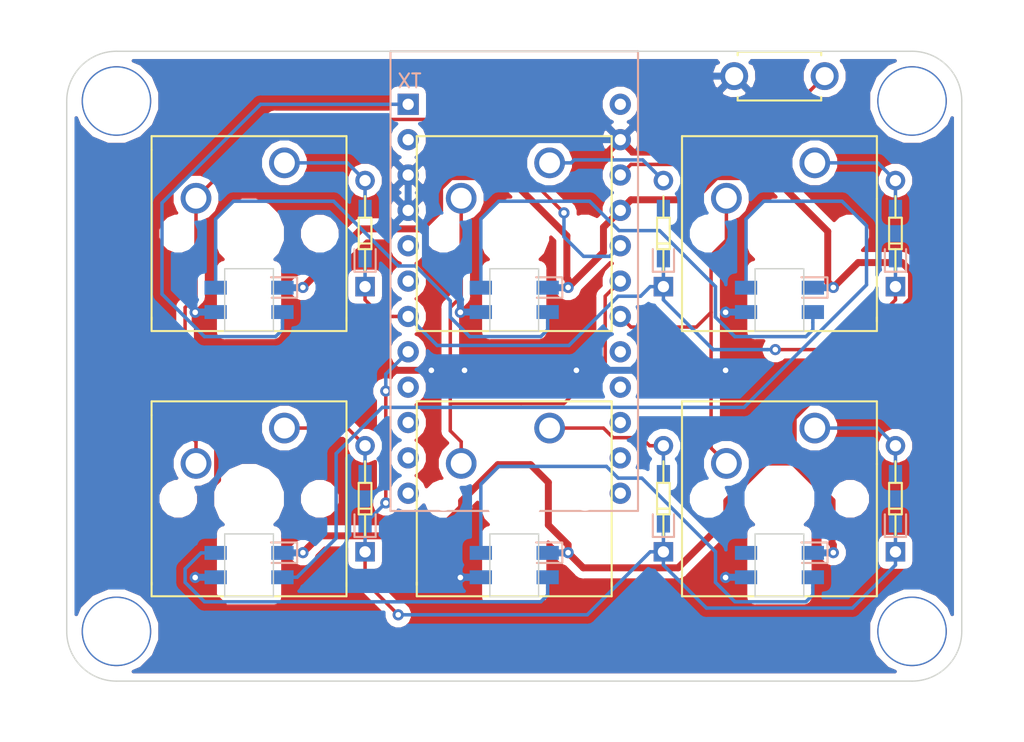
<source format=kicad_pcb>
(kicad_pcb (version 20171130) (host pcbnew "(5.0.1-3-g963ef8bb5)")

  (general
    (thickness 1.6)
    (drawings 33)
    (tracks 293)
    (zones 0)
    (modules 24)
    (nets 35)
  )

  (page A4)
  (layers
    (0 F.Cu signal)
    (31 B.Cu signal)
    (32 B.Adhes user)
    (33 F.Adhes user)
    (34 B.Paste user)
    (35 F.Paste user)
    (36 B.SilkS user)
    (37 F.SilkS user)
    (38 B.Mask user)
    (39 F.Mask user)
    (40 Dwgs.User user)
    (41 Cmts.User user)
    (42 Eco1.User user)
    (43 Eco2.User user)
    (44 Edge.Cuts user)
    (45 Margin user)
    (46 B.CrtYd user)
    (47 F.CrtYd user)
    (48 B.Fab user)
    (49 F.Fab user)
  )

  (setup
    (last_trace_width 0.25)
    (user_trace_width 0.5)
    (trace_clearance 0.2)
    (zone_clearance 0.508)
    (zone_45_only no)
    (trace_min 0.2)
    (segment_width 0.12)
    (edge_width 0.1)
    (via_size 0.8)
    (via_drill 0.4)
    (via_min_size 0.4)
    (via_min_drill 0.3)
    (uvia_size 0.3)
    (uvia_drill 0.1)
    (uvias_allowed no)
    (uvia_min_size 0.2)
    (uvia_min_drill 0.1)
    (pcb_text_width 0.3)
    (pcb_text_size 1.5 1.5)
    (mod_edge_width 0.15)
    (mod_text_size 1 1)
    (mod_text_width 0.15)
    (pad_size 4 4)
    (pad_drill 4)
    (pad_to_mask_clearance 0)
    (solder_mask_min_width 0.25)
    (aux_axis_origin 0 0)
    (grid_origin 62.840406 47.851238)
    (visible_elements FFFFFF7F)
    (pcbplotparams
      (layerselection 0x010f0_ffffffff)
      (usegerberextensions false)
      (usegerberattributes false)
      (usegerberadvancedattributes false)
      (creategerberjobfile false)
      (excludeedgelayer true)
      (linewidth 0.100000)
      (plotframeref false)
      (viasonmask false)
      (mode 1)
      (useauxorigin false)
      (hpglpennumber 1)
      (hpglpenspeed 20)
      (hpglpendiameter 15.000000)
      (psnegative false)
      (psa4output false)
      (plotreference true)
      (plotvalue true)
      (plotinvisibletext false)
      (padsonsilk false)
      (subtractmaskfromsilk false)
      (outputformat 1)
      (mirror false)
      (drillshape 0)
      (scaleselection 1)
      (outputdirectory ""))
  )

  (net 0 "")
  (net 1 "Net-(D1-Pad2)")
  (net 2 row0)
  (net 3 "Net-(D2-Pad2)")
  (net 4 row1)
  (net 5 "Net-(D3-Pad2)")
  (net 6 "Net-(D4-Pad2)")
  (net 7 VCC)
  (net 8 GND)
  (net 9 led)
  (net 10 reset)
  (net 11 col0)
  (net 12 col1)
  (net 13 "Net-(U1-Pad5)")
  (net 14 "Net-(U1-Pad6)")
  (net 15 "Net-(U1-Pad11)")
  (net 16 "Net-(U1-Pad12)")
  (net 17 "Net-(U1-Pad13)")
  (net 18 "Net-(U1-Pad14)")
  (net 19 "Net-(U1-Pad24)")
  (net 20 "Net-(L1-Pad1)")
  (net 21 "Net-(L2-Pad3)")
  (net 22 "Net-(L2-Pad1)")
  (net 23 "Net-(U1-Pad10)")
  (net 24 "Net-(U1-Pad17)")
  (net 25 "Net-(U1-Pad16)")
  (net 26 "Net-(U1-Pad15)")
  (net 27 "Net-(D5-Pad2)")
  (net 28 "Net-(D6-Pad2)")
  (net 29 "Net-(L3-Pad1)")
  (net 30 "Net-(L6-Pad1)")
  (net 31 "Net-(L4-Pad1)")
  (net 32 col2)
  (net 33 "Net-(U1-Pad2)")
  (net 34 "Net-(U1-Pad9)")

  (net_class Default "これはデフォルトのネット クラスです。"
    (clearance 0.2)
    (trace_width 0.25)
    (via_dia 0.8)
    (via_drill 0.4)
    (uvia_dia 0.3)
    (uvia_drill 0.1)
    (add_net GND)
    (add_net "Net-(D1-Pad2)")
    (add_net "Net-(D2-Pad2)")
    (add_net "Net-(D3-Pad2)")
    (add_net "Net-(D4-Pad2)")
    (add_net "Net-(D5-Pad2)")
    (add_net "Net-(D6-Pad2)")
    (add_net "Net-(L1-Pad1)")
    (add_net "Net-(L2-Pad1)")
    (add_net "Net-(L2-Pad3)")
    (add_net "Net-(L3-Pad1)")
    (add_net "Net-(L4-Pad1)")
    (add_net "Net-(L6-Pad1)")
    (add_net "Net-(U1-Pad10)")
    (add_net "Net-(U1-Pad11)")
    (add_net "Net-(U1-Pad12)")
    (add_net "Net-(U1-Pad13)")
    (add_net "Net-(U1-Pad14)")
    (add_net "Net-(U1-Pad15)")
    (add_net "Net-(U1-Pad16)")
    (add_net "Net-(U1-Pad17)")
    (add_net "Net-(U1-Pad2)")
    (add_net "Net-(U1-Pad24)")
    (add_net "Net-(U1-Pad5)")
    (add_net "Net-(U1-Pad6)")
    (add_net "Net-(U1-Pad9)")
    (add_net VCC)
    (add_net col0)
    (add_net col1)
    (add_net col2)
    (add_net led)
    (add_net reset)
    (add_net row0)
    (add_net row1)
  )

  (module kbd:HOLE (layer F.Cu) (tedit 5B7ABFA8) (tstamp 5C5284D8)
    (at 62.840406 85.951462)
    (descr "Mounting Hole 2.2mm, no annular, M2")
    (tags "mounting hole 2.2mm no annular m2")
    (attr virtual)
    (fp_text reference Ref** (at 0 -3.2) (layer F.Fab)
      (effects (font (size 1 1) (thickness 0.15)))
    )
    (fp_text value Val** (at 0 3.2) (layer F.Fab)
      (effects (font (size 1 1) (thickness 0.15)))
    )
    (fp_circle (center 0 0) (end 2.45 0) (layer F.CrtYd) (width 0.05))
    (fp_circle (center 0 0) (end 2.2 0) (layer Cmts.User) (width 0.15))
    (fp_text user %R (at 0.3 0) (layer F.Fab)
      (effects (font (size 1 1) (thickness 0.15)))
    )
    (pad "" np_thru_hole circle (at 0 0) (size 5 5) (drill 4.8) (layers *.Cu *.Mask))
  )

  (module kbd:HOLE (layer F.Cu) (tedit 5B7ABFA8) (tstamp 5C5284E7)
    (at 119.990742 47.851238)
    (descr "Mounting Hole 2.2mm, no annular, M2")
    (tags "mounting hole 2.2mm no annular m2")
    (attr virtual)
    (fp_text reference Ref** (at 0 -3.2) (layer F.Fab)
      (effects (font (size 1 1) (thickness 0.15)))
    )
    (fp_text value Val** (at 0 3.2) (layer F.Fab)
      (effects (font (size 1 1) (thickness 0.15)))
    )
    (fp_circle (center 0 0) (end 2.45 0) (layer F.CrtYd) (width 0.05))
    (fp_circle (center 0 0) (end 2.2 0) (layer Cmts.User) (width 0.15))
    (fp_text user %R (at 0.3 0) (layer F.Fab)
      (effects (font (size 1 1) (thickness 0.15)))
    )
    (pad "" np_thru_hole circle (at 0 0) (size 5 5) (drill 4.8) (layers *.Cu *.Mask))
  )

  (module kbd:HOLE (layer F.Cu) (tedit 5B7ABFA8) (tstamp 5C5284F6)
    (at 119.990742 85.951462)
    (descr "Mounting Hole 2.2mm, no annular, M2")
    (tags "mounting hole 2.2mm no annular m2")
    (attr virtual)
    (fp_text reference Ref** (at 0 -3.2) (layer F.Fab)
      (effects (font (size 1 1) (thickness 0.15)))
    )
    (fp_text value Val** (at 0 3.2) (layer F.Fab)
      (effects (font (size 1 1) (thickness 0.15)))
    )
    (fp_circle (center 0 0) (end 2.45 0) (layer F.CrtYd) (width 0.05))
    (fp_circle (center 0 0) (end 2.2 0) (layer Cmts.User) (width 0.15))
    (fp_text user %R (at 0.3 0) (layer F.Fab)
      (effects (font (size 1 1) (thickness 0.15)))
    )
    (pad "" np_thru_hole circle (at 0 0) (size 5 5) (drill 4.8) (layers *.Cu *.Mask))
  )

  (module kbd:HOLE (layer F.Cu) (tedit 5B7ABFA8) (tstamp 5C528505)
    (at 62.840406 47.851238)
    (descr "Mounting Hole 2.2mm, no annular, M2")
    (tags "mounting hole 2.2mm no annular m2")
    (attr virtual)
    (fp_text reference Ref** (at 0 -3.2) (layer F.Fab)
      (effects (font (size 1 1) (thickness 0.15)))
    )
    (fp_text value Val** (at 0 3.2) (layer F.Fab)
      (effects (font (size 1 1) (thickness 0.15)))
    )
    (fp_circle (center 0 0) (end 2.45 0) (layer F.CrtYd) (width 0.05))
    (fp_circle (center 0 0) (end 2.2 0) (layer Cmts.User) (width 0.15))
    (fp_text user %R (at 0.3 0) (layer F.Fab)
      (effects (font (size 1 1) (thickness 0.15)))
    )
    (pad "" np_thru_hole circle (at 0 0) (size 5 5) (drill 4.8) (layers *.Cu *.Mask))
  )

  (module phi-kbd-library:D_TH_SMD-irreversible (layer F.Cu) (tedit 5C4D8CE3) (tstamp 5C5A60C9)
    (at 80.699886 57.376294 90)
    (descr "Resitance 3 pas")
    (tags R)
    (path /5C22D475)
    (autoplace_cost180 10)
    (fp_text reference D1 (at 0.55 0 90) (layer F.Fab) hide
      (effects (font (size 0.5 0.5) (thickness 0.125)))
    )
    (fp_text value D (at -0.55 0 90) (layer F.Fab) hide
      (effects (font (size 0.5 0.5) (thickness 0.125)))
    )
    (fp_line (start -2.6924 0) (end -1.1176 0) (layer F.SilkS) (width 0.15))
    (fp_line (start 1.143 0) (end 2.6924 0) (layer F.SilkS) (width 0.15))
    (fp_line (start -1.1176 -0.4572) (end -1.1176 0.4572) (layer F.SilkS) (width 0.15))
    (fp_line (start 1.1176 0.4572) (end -1.1176 0.4572) (layer F.SilkS) (width 0.15))
    (fp_line (start -1.1176 -0.4572) (end 1.143 -0.4572) (layer F.SilkS) (width 0.15))
    (fp_line (start 1.143 -0.4572) (end 1.143 0.4572) (layer F.SilkS) (width 0.15))
    (fp_line (start -0.7112 -0.4572) (end -0.7112 0.4572) (layer F.SilkS) (width 0.15))
    (fp_line (start -2.7432 -0.762) (end -2.7432 0.762) (layer B.SilkS) (width 0.15))
    (fp_line (start -2.7432 0.762) (end -1.1176 0.762) (layer B.SilkS) (width 0.15))
    (fp_line (start -2.7432 -0.762) (end -1.1176 -0.762) (layer B.SilkS) (width 0.15))
    (pad 2 smd rect (at 1.775 0 90) (size 1.3 0.95) (layers B.Cu B.Paste B.Mask)
      (net 1 "Net-(D1-Pad2)"))
    (pad 1 smd rect (at -1.775 0 90) (size 1.3 0.95) (layers B.Cu B.Paste B.Mask)
      (net 2 row0))
    (pad 1 thru_hole rect (at -3.81 0 90) (size 1.397 1.397) (drill 0.8128) (layers *.Cu *.Mask)
      (net 2 row0))
    (pad 2 thru_hole circle (at 3.81 0 90) (size 1.397 1.397) (drill 0.8128) (layers *.Cu *.Mask)
      (net 1 "Net-(D1-Pad2)"))
    (model ${KISYS3DMOD}/Diode_THT.3dshapes/D_DO-35_SOD27_P7.62mm_Horizontal.wrl
      (offset (xyz -3.81 0 -0.5))
      (scale (xyz 1 1 1))
      (rotate (xyz 0 0 0))
    )
  )

  (module phi-kbd-library:D_TH_SMD-irreversible (layer F.Cu) (tedit 5C4D8CE3) (tstamp 5C5A60DA)
    (at 80.699886 76.426406 90)
    (descr "Resitance 3 pas")
    (tags R)
    (path /5C22DF72)
    (autoplace_cost180 10)
    (fp_text reference D2 (at 0.55 0 90) (layer F.Fab) hide
      (effects (font (size 0.5 0.5) (thickness 0.125)))
    )
    (fp_text value D (at -0.55 0 90) (layer F.Fab) hide
      (effects (font (size 0.5 0.5) (thickness 0.125)))
    )
    (fp_line (start -2.6924 0) (end -1.1176 0) (layer F.SilkS) (width 0.15))
    (fp_line (start 1.143 0) (end 2.6924 0) (layer F.SilkS) (width 0.15))
    (fp_line (start -1.1176 -0.4572) (end -1.1176 0.4572) (layer F.SilkS) (width 0.15))
    (fp_line (start 1.1176 0.4572) (end -1.1176 0.4572) (layer F.SilkS) (width 0.15))
    (fp_line (start -1.1176 -0.4572) (end 1.143 -0.4572) (layer F.SilkS) (width 0.15))
    (fp_line (start 1.143 -0.4572) (end 1.143 0.4572) (layer F.SilkS) (width 0.15))
    (fp_line (start -0.7112 -0.4572) (end -0.7112 0.4572) (layer F.SilkS) (width 0.15))
    (fp_line (start -2.7432 -0.762) (end -2.7432 0.762) (layer B.SilkS) (width 0.15))
    (fp_line (start -2.7432 0.762) (end -1.1176 0.762) (layer B.SilkS) (width 0.15))
    (fp_line (start -2.7432 -0.762) (end -1.1176 -0.762) (layer B.SilkS) (width 0.15))
    (pad 2 smd rect (at 1.775 0 90) (size 1.3 0.95) (layers B.Cu B.Paste B.Mask)
      (net 3 "Net-(D2-Pad2)"))
    (pad 1 smd rect (at -1.775 0 90) (size 1.3 0.95) (layers B.Cu B.Paste B.Mask)
      (net 4 row1))
    (pad 1 thru_hole rect (at -3.81 0 90) (size 1.397 1.397) (drill 0.8128) (layers *.Cu *.Mask)
      (net 4 row1))
    (pad 2 thru_hole circle (at 3.81 0 90) (size 1.397 1.397) (drill 0.8128) (layers *.Cu *.Mask)
      (net 3 "Net-(D2-Pad2)"))
    (model ${KISYS3DMOD}/Diode_THT.3dshapes/D_DO-35_SOD27_P7.62mm_Horizontal.wrl
      (offset (xyz -3.81 0 -0.5))
      (scale (xyz 1 1 1))
      (rotate (xyz 0 0 0))
    )
  )

  (module phi-kbd-library:D_TH_SMD-irreversible (layer F.Cu) (tedit 5C4D8CE3) (tstamp 5C5A60EB)
    (at 102.131262 57.376294 90)
    (descr "Resitance 3 pas")
    (tags R)
    (path /5C22D8D9)
    (autoplace_cost180 10)
    (fp_text reference D3 (at 0.55 0 90) (layer F.Fab) hide
      (effects (font (size 0.5 0.5) (thickness 0.125)))
    )
    (fp_text value D (at -0.55 0 90) (layer F.Fab) hide
      (effects (font (size 0.5 0.5) (thickness 0.125)))
    )
    (fp_line (start -2.7432 -0.762) (end -1.1176 -0.762) (layer B.SilkS) (width 0.15))
    (fp_line (start -2.7432 0.762) (end -1.1176 0.762) (layer B.SilkS) (width 0.15))
    (fp_line (start -2.7432 -0.762) (end -2.7432 0.762) (layer B.SilkS) (width 0.15))
    (fp_line (start -0.7112 -0.4572) (end -0.7112 0.4572) (layer F.SilkS) (width 0.15))
    (fp_line (start 1.143 -0.4572) (end 1.143 0.4572) (layer F.SilkS) (width 0.15))
    (fp_line (start -1.1176 -0.4572) (end 1.143 -0.4572) (layer F.SilkS) (width 0.15))
    (fp_line (start 1.1176 0.4572) (end -1.1176 0.4572) (layer F.SilkS) (width 0.15))
    (fp_line (start -1.1176 -0.4572) (end -1.1176 0.4572) (layer F.SilkS) (width 0.15))
    (fp_line (start 1.143 0) (end 2.6924 0) (layer F.SilkS) (width 0.15))
    (fp_line (start -2.6924 0) (end -1.1176 0) (layer F.SilkS) (width 0.15))
    (pad 2 thru_hole circle (at 3.81 0 90) (size 1.397 1.397) (drill 0.8128) (layers *.Cu *.Mask)
      (net 5 "Net-(D3-Pad2)"))
    (pad 1 thru_hole rect (at -3.81 0 90) (size 1.397 1.397) (drill 0.8128) (layers *.Cu *.Mask)
      (net 2 row0))
    (pad 1 smd rect (at -1.775 0 90) (size 1.3 0.95) (layers B.Cu B.Paste B.Mask)
      (net 2 row0))
    (pad 2 smd rect (at 1.775 0 90) (size 1.3 0.95) (layers B.Cu B.Paste B.Mask)
      (net 5 "Net-(D3-Pad2)"))
    (model ${KISYS3DMOD}/Diode_THT.3dshapes/D_DO-35_SOD27_P7.62mm_Horizontal.wrl
      (offset (xyz -3.81 0 -0.5))
      (scale (xyz 1 1 1))
      (rotate (xyz 0 0 0))
    )
  )

  (module phi-kbd-library:D_TH_SMD-irreversible (layer F.Cu) (tedit 5C4D8CE3) (tstamp 5C5A60FC)
    (at 102.131262 76.426406 90)
    (descr "Resitance 3 pas")
    (tags R)
    (path /5C22DF79)
    (autoplace_cost180 10)
    (fp_text reference D4 (at 0.55 0 90) (layer F.Fab) hide
      (effects (font (size 0.5 0.5) (thickness 0.125)))
    )
    (fp_text value D (at -0.55 0 90) (layer F.Fab) hide
      (effects (font (size 0.5 0.5) (thickness 0.125)))
    )
    (fp_line (start -2.7432 -0.762) (end -1.1176 -0.762) (layer B.SilkS) (width 0.15))
    (fp_line (start -2.7432 0.762) (end -1.1176 0.762) (layer B.SilkS) (width 0.15))
    (fp_line (start -2.7432 -0.762) (end -2.7432 0.762) (layer B.SilkS) (width 0.15))
    (fp_line (start -0.7112 -0.4572) (end -0.7112 0.4572) (layer F.SilkS) (width 0.15))
    (fp_line (start 1.143 -0.4572) (end 1.143 0.4572) (layer F.SilkS) (width 0.15))
    (fp_line (start -1.1176 -0.4572) (end 1.143 -0.4572) (layer F.SilkS) (width 0.15))
    (fp_line (start 1.1176 0.4572) (end -1.1176 0.4572) (layer F.SilkS) (width 0.15))
    (fp_line (start -1.1176 -0.4572) (end -1.1176 0.4572) (layer F.SilkS) (width 0.15))
    (fp_line (start 1.143 0) (end 2.6924 0) (layer F.SilkS) (width 0.15))
    (fp_line (start -2.6924 0) (end -1.1176 0) (layer F.SilkS) (width 0.15))
    (pad 2 thru_hole circle (at 3.81 0 90) (size 1.397 1.397) (drill 0.8128) (layers *.Cu *.Mask)
      (net 6 "Net-(D4-Pad2)"))
    (pad 1 thru_hole rect (at -3.81 0 90) (size 1.397 1.397) (drill 0.8128) (layers *.Cu *.Mask)
      (net 4 row1))
    (pad 1 smd rect (at -1.775 0 90) (size 1.3 0.95) (layers B.Cu B.Paste B.Mask)
      (net 4 row1))
    (pad 2 smd rect (at 1.775 0 90) (size 1.3 0.95) (layers B.Cu B.Paste B.Mask)
      (net 6 "Net-(D4-Pad2)"))
    (model ${KISYS3DMOD}/Diode_THT.3dshapes/D_DO-35_SOD27_P7.62mm_Horizontal.wrl
      (offset (xyz -3.81 0 -0.5))
      (scale (xyz 1 1 1))
      (rotate (xyz 0 0 0))
    )
  )

  (module phi-kbd-library:D_TH_SMD-irreversible (layer F.Cu) (tedit 5C4D8CE3) (tstamp 5C5A610D)
    (at 118.80011 57.376294 90)
    (descr "Resitance 3 pas")
    (tags R)
    (path /5C5ED8BF)
    (autoplace_cost180 10)
    (fp_text reference D5 (at 0.55 0 90) (layer F.Fab) hide
      (effects (font (size 0.5 0.5) (thickness 0.125)))
    )
    (fp_text value D (at -0.55 0 90) (layer F.Fab) hide
      (effects (font (size 0.5 0.5) (thickness 0.125)))
    )
    (fp_line (start -2.6924 0) (end -1.1176 0) (layer F.SilkS) (width 0.15))
    (fp_line (start 1.143 0) (end 2.6924 0) (layer F.SilkS) (width 0.15))
    (fp_line (start -1.1176 -0.4572) (end -1.1176 0.4572) (layer F.SilkS) (width 0.15))
    (fp_line (start 1.1176 0.4572) (end -1.1176 0.4572) (layer F.SilkS) (width 0.15))
    (fp_line (start -1.1176 -0.4572) (end 1.143 -0.4572) (layer F.SilkS) (width 0.15))
    (fp_line (start 1.143 -0.4572) (end 1.143 0.4572) (layer F.SilkS) (width 0.15))
    (fp_line (start -0.7112 -0.4572) (end -0.7112 0.4572) (layer F.SilkS) (width 0.15))
    (fp_line (start -2.7432 -0.762) (end -2.7432 0.762) (layer B.SilkS) (width 0.15))
    (fp_line (start -2.7432 0.762) (end -1.1176 0.762) (layer B.SilkS) (width 0.15))
    (fp_line (start -2.7432 -0.762) (end -1.1176 -0.762) (layer B.SilkS) (width 0.15))
    (pad 2 smd rect (at 1.775 0 90) (size 1.3 0.95) (layers B.Cu B.Paste B.Mask)
      (net 27 "Net-(D5-Pad2)"))
    (pad 1 smd rect (at -1.775 0 90) (size 1.3 0.95) (layers B.Cu B.Paste B.Mask)
      (net 2 row0))
    (pad 1 thru_hole rect (at -3.81 0 90) (size 1.397 1.397) (drill 0.8128) (layers *.Cu *.Mask)
      (net 2 row0))
    (pad 2 thru_hole circle (at 3.81 0 90) (size 1.397 1.397) (drill 0.8128) (layers *.Cu *.Mask)
      (net 27 "Net-(D5-Pad2)"))
    (model ${KISYS3DMOD}/Diode_THT.3dshapes/D_DO-35_SOD27_P7.62mm_Horizontal.wrl
      (offset (xyz -3.81 0 -0.5))
      (scale (xyz 1 1 1))
      (rotate (xyz 0 0 0))
    )
  )

  (module phi-kbd-library:D_TH_SMD-irreversible (layer F.Cu) (tedit 5C4D8CE3) (tstamp 5C5A611E)
    (at 118.80011 76.426406 90)
    (descr "Resitance 3 pas")
    (tags R)
    (path /5C5ED8CD)
    (autoplace_cost180 10)
    (fp_text reference D6 (at 0.55 0 90) (layer F.Fab) hide
      (effects (font (size 0.5 0.5) (thickness 0.125)))
    )
    (fp_text value D (at -0.55 0 90) (layer F.Fab) hide
      (effects (font (size 0.5 0.5) (thickness 0.125)))
    )
    (fp_line (start -2.7432 -0.762) (end -1.1176 -0.762) (layer B.SilkS) (width 0.15))
    (fp_line (start -2.7432 0.762) (end -1.1176 0.762) (layer B.SilkS) (width 0.15))
    (fp_line (start -2.7432 -0.762) (end -2.7432 0.762) (layer B.SilkS) (width 0.15))
    (fp_line (start -0.7112 -0.4572) (end -0.7112 0.4572) (layer F.SilkS) (width 0.15))
    (fp_line (start 1.143 -0.4572) (end 1.143 0.4572) (layer F.SilkS) (width 0.15))
    (fp_line (start -1.1176 -0.4572) (end 1.143 -0.4572) (layer F.SilkS) (width 0.15))
    (fp_line (start 1.1176 0.4572) (end -1.1176 0.4572) (layer F.SilkS) (width 0.15))
    (fp_line (start -1.1176 -0.4572) (end -1.1176 0.4572) (layer F.SilkS) (width 0.15))
    (fp_line (start 1.143 0) (end 2.6924 0) (layer F.SilkS) (width 0.15))
    (fp_line (start -2.6924 0) (end -1.1176 0) (layer F.SilkS) (width 0.15))
    (pad 2 thru_hole circle (at 3.81 0 90) (size 1.397 1.397) (drill 0.8128) (layers *.Cu *.Mask)
      (net 28 "Net-(D6-Pad2)"))
    (pad 1 thru_hole rect (at -3.81 0 90) (size 1.397 1.397) (drill 0.8128) (layers *.Cu *.Mask)
      (net 4 row1))
    (pad 1 smd rect (at -1.775 0 90) (size 1.3 0.95) (layers B.Cu B.Paste B.Mask)
      (net 4 row1))
    (pad 2 smd rect (at 1.775 0 90) (size 1.3 0.95) (layers B.Cu B.Paste B.Mask)
      (net 28 "Net-(D6-Pad2)"))
    (model ${KISYS3DMOD}/Diode_THT.3dshapes/D_DO-35_SOD27_P7.62mm_Horizontal.wrl
      (offset (xyz -3.81 0 -0.5))
      (scale (xyz 1 1 1))
      (rotate (xyz 0 0 0))
    )
  )

  (module phi-kbd-library:SK6812MINI-irreversible (layer B.Cu) (tedit 5C4B0DA4) (tstamp 5C5A612F)
    (at 72.365462 62.138822)
    (path /5C251CAF)
    (fp_text reference L1 (at 0 2.5) (layer B.SilkS) hide
      (effects (font (size 1 1) (thickness 0.15)) (justify mirror))
    )
    (fp_text value SK6812MINI (at -0.3 -2.7) (layer B.Fab) hide
      (effects (font (size 1 1) (thickness 0.15)) (justify mirror))
    )
    (fp_line (start 1.6256 -0.1524) (end 3.43 -0.1524) (layer B.SilkS) (width 0.15))
    (fp_line (start 3.43 -1.6256) (end 1.5748 -1.6256) (layer B.SilkS) (width 0.15))
    (fp_line (start 3.4544 -0.1524) (end 3.4544 -1.6024) (layer B.SilkS) (width 0.15))
    (fp_line (start 1.75 -2.25) (end -1.75 -2.25) (layer B.Fab) (width 0.15))
    (fp_line (start -1.75 2.25) (end 1.75 2.25) (layer B.Fab) (width 0.15))
    (fp_line (start 1.75 2.25) (end 1.75 -2.25) (layer B.Fab) (width 0.15))
    (fp_line (start -1.75 2.25) (end -1.75 -2.25) (layer B.Fab) (width 0.15))
    (pad 4 smd rect (at 2.4 -0.875) (size 1.6 1) (layers B.Cu B.Paste B.Mask)
      (net 7 VCC))
    (pad 3 smd rect (at 2.4 0.875) (size 1.6 1) (layers B.Cu B.Paste B.Mask)
      (net 9 led))
    (pad 2 smd rect (at -2.4 0.875) (size 1.6 1) (layers B.Cu B.Paste B.Mask)
      (net 8 GND))
    (pad 1 smd rect (at -2.4 -0.875) (size 1.6 1) (layers B.Cu B.Paste B.Mask)
      (net 20 "Net-(L1-Pad1)"))
  )

  (module phi-kbd-library:SK6812MINI-irreversible (layer B.Cu) (tedit 5C4B0DA4) (tstamp 5C5A613D)
    (at 72.365462 81.188934)
    (path /5C254648)
    (fp_text reference L2 (at 0 2.5) (layer B.SilkS) hide
      (effects (font (size 1 1) (thickness 0.15)) (justify mirror))
    )
    (fp_text value SK6812MINI (at -0.3 -2.7) (layer B.Fab) hide
      (effects (font (size 1 1) (thickness 0.15)) (justify mirror))
    )
    (fp_line (start -1.75 2.25) (end -1.75 -2.25) (layer B.Fab) (width 0.15))
    (fp_line (start 1.75 2.25) (end 1.75 -2.25) (layer B.Fab) (width 0.15))
    (fp_line (start -1.75 2.25) (end 1.75 2.25) (layer B.Fab) (width 0.15))
    (fp_line (start 1.75 -2.25) (end -1.75 -2.25) (layer B.Fab) (width 0.15))
    (fp_line (start 3.4544 -0.1524) (end 3.4544 -1.6024) (layer B.SilkS) (width 0.15))
    (fp_line (start 3.43 -1.6256) (end 1.5748 -1.6256) (layer B.SilkS) (width 0.15))
    (fp_line (start 1.6256 -0.1524) (end 3.43 -0.1524) (layer B.SilkS) (width 0.15))
    (pad 1 smd rect (at -2.4 -0.875) (size 1.6 1) (layers B.Cu B.Paste B.Mask)
      (net 22 "Net-(L2-Pad1)"))
    (pad 2 smd rect (at -2.4 0.875) (size 1.6 1) (layers B.Cu B.Paste B.Mask)
      (net 8 GND))
    (pad 3 smd rect (at 2.4 0.875) (size 1.6 1) (layers B.Cu B.Paste B.Mask)
      (net 21 "Net-(L2-Pad3)"))
    (pad 4 smd rect (at 2.4 -0.875) (size 1.6 1) (layers B.Cu B.Paste B.Mask)
      (net 7 VCC))
  )

  (module phi-kbd-library:SK6812MINI-irreversible (layer B.Cu) (tedit 5C4B0DA4) (tstamp 5C5A614B)
    (at 91.415574 62.138822)
    (path /5C271843)
    (fp_text reference L3 (at 0 2.5) (layer B.SilkS) hide
      (effects (font (size 1 1) (thickness 0.15)) (justify mirror))
    )
    (fp_text value SK6812MINI (at -0.3 -2.7) (layer B.Fab) hide
      (effects (font (size 1 1) (thickness 0.15)) (justify mirror))
    )
    (fp_line (start 1.6256 -0.1524) (end 3.43 -0.1524) (layer B.SilkS) (width 0.15))
    (fp_line (start 3.43 -1.6256) (end 1.5748 -1.6256) (layer B.SilkS) (width 0.15))
    (fp_line (start 3.4544 -0.1524) (end 3.4544 -1.6024) (layer B.SilkS) (width 0.15))
    (fp_line (start 1.75 -2.25) (end -1.75 -2.25) (layer B.Fab) (width 0.15))
    (fp_line (start -1.75 2.25) (end 1.75 2.25) (layer B.Fab) (width 0.15))
    (fp_line (start 1.75 2.25) (end 1.75 -2.25) (layer B.Fab) (width 0.15))
    (fp_line (start -1.75 2.25) (end -1.75 -2.25) (layer B.Fab) (width 0.15))
    (pad 4 smd rect (at 2.4 -0.875) (size 1.6 1) (layers B.Cu B.Paste B.Mask)
      (net 7 VCC))
    (pad 3 smd rect (at 2.4 0.875) (size 1.6 1) (layers B.Cu B.Paste B.Mask)
      (net 20 "Net-(L1-Pad1)"))
    (pad 2 smd rect (at -2.4 0.875) (size 1.6 1) (layers B.Cu B.Paste B.Mask)
      (net 8 GND))
    (pad 1 smd rect (at -2.4 -0.875) (size 1.6 1) (layers B.Cu B.Paste B.Mask)
      (net 29 "Net-(L3-Pad1)"))
  )

  (module phi-kbd-library:SK6812MINI-irreversible (layer B.Cu) (tedit 5C4B0DA4) (tstamp 5C5A6159)
    (at 91.415574 81.188934)
    (path /5C27184A)
    (fp_text reference L4 (at 0 2.5) (layer B.SilkS) hide
      (effects (font (size 1 1) (thickness 0.15)) (justify mirror))
    )
    (fp_text value SK6812MINI (at -0.3 -2.7) (layer B.Fab) hide
      (effects (font (size 1 1) (thickness 0.15)) (justify mirror))
    )
    (fp_line (start -1.75 2.25) (end -1.75 -2.25) (layer B.Fab) (width 0.15))
    (fp_line (start 1.75 2.25) (end 1.75 -2.25) (layer B.Fab) (width 0.15))
    (fp_line (start -1.75 2.25) (end 1.75 2.25) (layer B.Fab) (width 0.15))
    (fp_line (start 1.75 -2.25) (end -1.75 -2.25) (layer B.Fab) (width 0.15))
    (fp_line (start 3.4544 -0.1524) (end 3.4544 -1.6024) (layer B.SilkS) (width 0.15))
    (fp_line (start 3.43 -1.6256) (end 1.5748 -1.6256) (layer B.SilkS) (width 0.15))
    (fp_line (start 1.6256 -0.1524) (end 3.43 -0.1524) (layer B.SilkS) (width 0.15))
    (pad 1 smd rect (at -2.4 -0.875) (size 1.6 1) (layers B.Cu B.Paste B.Mask)
      (net 31 "Net-(L4-Pad1)"))
    (pad 2 smd rect (at -2.4 0.875) (size 1.6 1) (layers B.Cu B.Paste B.Mask)
      (net 8 GND))
    (pad 3 smd rect (at 2.4 0.875) (size 1.6 1) (layers B.Cu B.Paste B.Mask)
      (net 22 "Net-(L2-Pad1)"))
    (pad 4 smd rect (at 2.4 -0.875) (size 1.6 1) (layers B.Cu B.Paste B.Mask)
      (net 7 VCC))
  )

  (module phi-kbd-library:SK6812MINI-irreversible (layer B.Cu) (tedit 5C4B0DA4) (tstamp 5C5A6167)
    (at 110.465686 62.138822)
    (path /5C5F39D7)
    (fp_text reference L5 (at 0 2.5) (layer B.SilkS) hide
      (effects (font (size 1 1) (thickness 0.15)) (justify mirror))
    )
    (fp_text value SK6812MINI (at -0.3 -2.7) (layer B.Fab) hide
      (effects (font (size 1 1) (thickness 0.15)) (justify mirror))
    )
    (fp_line (start 1.6256 -0.1524) (end 3.43 -0.1524) (layer B.SilkS) (width 0.15))
    (fp_line (start 3.43 -1.6256) (end 1.5748 -1.6256) (layer B.SilkS) (width 0.15))
    (fp_line (start 3.4544 -0.1524) (end 3.4544 -1.6024) (layer B.SilkS) (width 0.15))
    (fp_line (start 1.75 -2.25) (end -1.75 -2.25) (layer B.Fab) (width 0.15))
    (fp_line (start -1.75 2.25) (end 1.75 2.25) (layer B.Fab) (width 0.15))
    (fp_line (start 1.75 2.25) (end 1.75 -2.25) (layer B.Fab) (width 0.15))
    (fp_line (start -1.75 2.25) (end -1.75 -2.25) (layer B.Fab) (width 0.15))
    (pad 4 smd rect (at 2.4 -0.875) (size 1.6 1) (layers B.Cu B.Paste B.Mask)
      (net 7 VCC))
    (pad 3 smd rect (at 2.4 0.875) (size 1.6 1) (layers B.Cu B.Paste B.Mask)
      (net 29 "Net-(L3-Pad1)"))
    (pad 2 smd rect (at -2.4 0.875) (size 1.6 1) (layers B.Cu B.Paste B.Mask)
      (net 8 GND))
    (pad 1 smd rect (at -2.4 -0.875) (size 1.6 1) (layers B.Cu B.Paste B.Mask)
      (net 21 "Net-(L2-Pad3)"))
  )

  (module phi-kbd-library:SK6812MINI-irreversible (layer B.Cu) (tedit 5C4B0DA4) (tstamp 5C5A6175)
    (at 110.465686 81.188934)
    (path /5C5F39DE)
    (fp_text reference L6 (at 0 2.5) (layer B.SilkS) hide
      (effects (font (size 1 1) (thickness 0.15)) (justify mirror))
    )
    (fp_text value SK6812MINI (at -0.3 -2.7) (layer B.Fab) hide
      (effects (font (size 1 1) (thickness 0.15)) (justify mirror))
    )
    (fp_line (start -1.75 2.25) (end -1.75 -2.25) (layer B.Fab) (width 0.15))
    (fp_line (start 1.75 2.25) (end 1.75 -2.25) (layer B.Fab) (width 0.15))
    (fp_line (start -1.75 2.25) (end 1.75 2.25) (layer B.Fab) (width 0.15))
    (fp_line (start 1.75 -2.25) (end -1.75 -2.25) (layer B.Fab) (width 0.15))
    (fp_line (start 3.4544 -0.1524) (end 3.4544 -1.6024) (layer B.SilkS) (width 0.15))
    (fp_line (start 3.43 -1.6256) (end 1.5748 -1.6256) (layer B.SilkS) (width 0.15))
    (fp_line (start 1.6256 -0.1524) (end 3.43 -0.1524) (layer B.SilkS) (width 0.15))
    (pad 1 smd rect (at -2.4 -0.875) (size 1.6 1) (layers B.Cu B.Paste B.Mask)
      (net 30 "Net-(L6-Pad1)"))
    (pad 2 smd rect (at -2.4 0.875) (size 1.6 1) (layers B.Cu B.Paste B.Mask)
      (net 8 GND))
    (pad 3 smd rect (at 2.4 0.875) (size 1.6 1) (layers B.Cu B.Paste B.Mask)
      (net 31 "Net-(L4-Pad1)"))
    (pad 4 smd rect (at 2.4 -0.875) (size 1.6 1) (layers B.Cu B.Paste B.Mask)
      (net 7 VCC))
  )

  (module phi-kbd-library:ResetSW-irreversible (layer F.Cu) (tedit 5C4DA252) (tstamp 5C5A6183)
    (at 110.465686 46.06529 180)
    (path /5C2974E7)
    (fp_text reference SW1 (at 0 2.55 180) (layer F.SilkS) hide
      (effects (font (size 1 1) (thickness 0.15)))
    )
    (fp_text value SW_PUSH (at 0 -2.55 180) (layer F.Fab)
      (effects (font (size 1 1) (thickness 0.15)))
    )
    (fp_line (start 3 1.5) (end 3 1.75) (layer F.SilkS) (width 0.15))
    (fp_line (start 3 1.75) (end -3 1.75) (layer F.SilkS) (width 0.15))
    (fp_line (start -3 1.75) (end -3 1.5) (layer F.SilkS) (width 0.15))
    (fp_line (start -3 -1.5) (end -3 -1.75) (layer F.SilkS) (width 0.15))
    (fp_line (start -3 -1.75) (end 3 -1.75) (layer F.SilkS) (width 0.15))
    (fp_line (start 3 -1.75) (end 3 -1.5) (layer F.SilkS) (width 0.15))
    (pad 2 thru_hole circle (at 3.25 0 180) (size 2 2) (drill 1.3) (layers *.Cu *.Mask)
      (net 8 GND))
    (pad 1 thru_hole circle (at -3.25 0 180) (size 2 2) (drill 1.3) (layers *.Cu *.Mask)
      (net 10 reset))
    (model ${KISYS3DMOD}/phi-kbd.3dshapes/TVBP06-BN043CW-B.wrl
      (offset (xyz -2.8 -1.7 0))
      (scale (xyz 0.36 0.36 0.36))
      (rotate (xyz 0 0 0))
    )
  )

  (module phi-kbd-library:MX_1.00u-irreversible (layer F.Cu) (tedit 5C4D6D7A) (tstamp 5C5A618E)
    (at 72.365462 57.376294)
    (descr "Cherry MX keyswitch, MX1A, 1.00u, PCB mount, http://cherryamericas.com/wp-body/uploads/2014/12/mx_cat.pdf")
    (tags "cherry mx keyswitch MX1A 1.00u PCB")
    (path /5C22C971)
    (fp_text reference SW2 (at 0 -7.7) (layer F.Fab)
      (effects (font (size 1 1) (thickness 0.15)))
    )
    (fp_text value SW_PUSH (at 0 7.874) (layer F.Fab) hide
      (effects (font (size 1 1) (thickness 0.15)))
    )
    (fp_line (start -9.5 -9.5) (end 9.5 -9.5) (layer F.Fab) (width 0.1))
    (fp_line (start 9.5 -9.5) (end 9.5 9.5) (layer F.Fab) (width 0.1))
    (fp_line (start 9.5 9.5) (end -9.5 9.5) (layer F.Fab) (width 0.1))
    (fp_line (start -9.5 9.5) (end -9.5 -9.5) (layer F.Fab) (width 0.1))
    (fp_line (start -7 -6) (end -7 -7) (layer F.SilkS) (width 0.15))
    (fp_line (start -7 7) (end -7 6) (layer F.SilkS) (width 0.15))
    (fp_line (start -7 -6.0198) (end -7 6.1976) (layer F.SilkS) (width 0.15))
    (fp_line (start -7 7) (end 7 7) (layer F.SilkS) (width 0.15))
    (fp_line (start 7 -2.5) (end 7 6.3246) (layer F.SilkS) (width 0.15))
    (fp_line (start 7 7) (end 7 6) (layer F.SilkS) (width 0.15))
    (fp_line (start 7 -2.4892) (end 7 -7) (layer F.SilkS) (width 0.15))
    (fp_line (start -7 -7) (end 7 -7) (layer F.SilkS) (width 0.15))
    (pad "" np_thru_hole circle (at 5.08 0) (size 1.7 1.7) (drill 1.7) (layers *.Cu *.Mask))
    (pad "" np_thru_hole circle (at -5.08 0) (size 1.7 1.7) (drill 1.7) (layers *.Cu *.Mask))
    (pad "" np_thru_hole circle (at 0 0) (size 4 4) (drill 4) (layers *.Cu *.Mask))
    (pad 1 thru_hole circle (at -3.81 -2.54) (size 2.2 2.2) (drill 1.5) (layers *.Cu *.Mask)
      (net 11 col0))
    (pad 2 thru_hole circle (at 2.54 -5.08) (size 2.2 2.2) (drill 1.5) (layers *.Cu *.Mask)
      (net 1 "Net-(D1-Pad2)"))
    (model ${KISYS3DMOD}/phi-kbd.3dshapes/MX.step
      (at (xyz 0 0 0))
      (scale (xyz 1 1 1))
      (rotate (xyz 0 0 0))
    )
  )

  (module phi-kbd-library:MX_1.00u-irreversible (layer F.Cu) (tedit 5C4D6D7A) (tstamp 5C5A61A2)
    (at 72.365462 76.426406)
    (descr "Cherry MX keyswitch, MX1A, 1.00u, PCB mount, http://cherryamericas.com/wp-body/uploads/2014/12/mx_cat.pdf")
    (tags "cherry mx keyswitch MX1A 1.00u PCB")
    (path /5C22DF47)
    (fp_text reference SW3 (at 0 -7.7) (layer F.Fab)
      (effects (font (size 1 1) (thickness 0.15)))
    )
    (fp_text value SW_PUSH (at 0 7.874) (layer F.Fab) hide
      (effects (font (size 1 1) (thickness 0.15)))
    )
    (fp_line (start -9.5 -9.5) (end 9.5 -9.5) (layer F.Fab) (width 0.1))
    (fp_line (start 9.5 -9.5) (end 9.5 9.5) (layer F.Fab) (width 0.1))
    (fp_line (start 9.5 9.5) (end -9.5 9.5) (layer F.Fab) (width 0.1))
    (fp_line (start -9.5 9.5) (end -9.5 -9.5) (layer F.Fab) (width 0.1))
    (fp_line (start -7 -6) (end -7 -7) (layer F.SilkS) (width 0.15))
    (fp_line (start -7 7) (end -7 6) (layer F.SilkS) (width 0.15))
    (fp_line (start -7 -6.0198) (end -7 6.1976) (layer F.SilkS) (width 0.15))
    (fp_line (start -7 7) (end 7 7) (layer F.SilkS) (width 0.15))
    (fp_line (start 7 -2.5) (end 7 6.3246) (layer F.SilkS) (width 0.15))
    (fp_line (start 7 7) (end 7 6) (layer F.SilkS) (width 0.15))
    (fp_line (start 7 -2.4892) (end 7 -7) (layer F.SilkS) (width 0.15))
    (fp_line (start -7 -7) (end 7 -7) (layer F.SilkS) (width 0.15))
    (pad "" np_thru_hole circle (at 5.08 0) (size 1.7 1.7) (drill 1.7) (layers *.Cu *.Mask))
    (pad "" np_thru_hole circle (at -5.08 0) (size 1.7 1.7) (drill 1.7) (layers *.Cu *.Mask))
    (pad "" np_thru_hole circle (at 0 0) (size 4 4) (drill 4) (layers *.Cu *.Mask))
    (pad 1 thru_hole circle (at -3.81 -2.54) (size 2.2 2.2) (drill 1.5) (layers *.Cu *.Mask)
      (net 11 col0))
    (pad 2 thru_hole circle (at 2.54 -5.08) (size 2.2 2.2) (drill 1.5) (layers *.Cu *.Mask)
      (net 3 "Net-(D2-Pad2)"))
    (model ${KISYS3DMOD}/phi-kbd.3dshapes/MX.step
      (at (xyz 0 0 0))
      (scale (xyz 1 1 1))
      (rotate (xyz 0 0 0))
    )
  )

  (module phi-kbd-library:MX_1.00u-irreversible (layer F.Cu) (tedit 5C4D6D7A) (tstamp 5C5A61B6)
    (at 91.415574 57.376294)
    (descr "Cherry MX keyswitch, MX1A, 1.00u, PCB mount, http://cherryamericas.com/wp-body/uploads/2014/12/mx_cat.pdf")
    (tags "cherry mx keyswitch MX1A 1.00u PCB")
    (path /5C22CA22)
    (fp_text reference SW4 (at 0 -7.7) (layer F.Fab)
      (effects (font (size 1 1) (thickness 0.15)))
    )
    (fp_text value SW_PUSH (at 0 7.874) (layer F.Fab) hide
      (effects (font (size 1 1) (thickness 0.15)))
    )
    (fp_line (start -7 -7) (end 7 -7) (layer F.SilkS) (width 0.15))
    (fp_line (start 7 -2.4892) (end 7 -7) (layer F.SilkS) (width 0.15))
    (fp_line (start 7 7) (end 7 6) (layer F.SilkS) (width 0.15))
    (fp_line (start 7 -2.5) (end 7 6.3246) (layer F.SilkS) (width 0.15))
    (fp_line (start -7 7) (end 7 7) (layer F.SilkS) (width 0.15))
    (fp_line (start -7 -6.0198) (end -7 6.1976) (layer F.SilkS) (width 0.15))
    (fp_line (start -7 7) (end -7 6) (layer F.SilkS) (width 0.15))
    (fp_line (start -7 -6) (end -7 -7) (layer F.SilkS) (width 0.15))
    (fp_line (start -9.5 9.5) (end -9.5 -9.5) (layer F.Fab) (width 0.1))
    (fp_line (start 9.5 9.5) (end -9.5 9.5) (layer F.Fab) (width 0.1))
    (fp_line (start 9.5 -9.5) (end 9.5 9.5) (layer F.Fab) (width 0.1))
    (fp_line (start -9.5 -9.5) (end 9.5 -9.5) (layer F.Fab) (width 0.1))
    (pad 2 thru_hole circle (at 2.54 -5.08) (size 2.2 2.2) (drill 1.5) (layers *.Cu *.Mask)
      (net 5 "Net-(D3-Pad2)"))
    (pad 1 thru_hole circle (at -3.81 -2.54) (size 2.2 2.2) (drill 1.5) (layers *.Cu *.Mask)
      (net 12 col1))
    (pad "" np_thru_hole circle (at 0 0) (size 4 4) (drill 4) (layers *.Cu *.Mask))
    (pad "" np_thru_hole circle (at -5.08 0) (size 1.7 1.7) (drill 1.7) (layers *.Cu *.Mask))
    (pad "" np_thru_hole circle (at 5.08 0) (size 1.7 1.7) (drill 1.7) (layers *.Cu *.Mask))
    (model ${KISYS3DMOD}/phi-kbd.3dshapes/MX.step
      (at (xyz 0 0 0))
      (scale (xyz 1 1 1))
      (rotate (xyz 0 0 0))
    )
  )

  (module phi-kbd-library:MX_1.00u-irreversible (layer F.Cu) (tedit 5C4D6D7A) (tstamp 5C5A61CA)
    (at 91.415574 76.426406)
    (descr "Cherry MX keyswitch, MX1A, 1.00u, PCB mount, http://cherryamericas.com/wp-body/uploads/2014/12/mx_cat.pdf")
    (tags "cherry mx keyswitch MX1A 1.00u PCB")
    (path /5C22DF4E)
    (fp_text reference SW5 (at 0 -7.7) (layer F.Fab)
      (effects (font (size 1 1) (thickness 0.15)))
    )
    (fp_text value SW_PUSH (at 0 7.874) (layer F.Fab) hide
      (effects (font (size 1 1) (thickness 0.15)))
    )
    (fp_line (start -7 -7) (end 7 -7) (layer F.SilkS) (width 0.15))
    (fp_line (start 7 -2.4892) (end 7 -7) (layer F.SilkS) (width 0.15))
    (fp_line (start 7 7) (end 7 6) (layer F.SilkS) (width 0.15))
    (fp_line (start 7 -2.5) (end 7 6.3246) (layer F.SilkS) (width 0.15))
    (fp_line (start -7 7) (end 7 7) (layer F.SilkS) (width 0.15))
    (fp_line (start -7 -6.0198) (end -7 6.1976) (layer F.SilkS) (width 0.15))
    (fp_line (start -7 7) (end -7 6) (layer F.SilkS) (width 0.15))
    (fp_line (start -7 -6) (end -7 -7) (layer F.SilkS) (width 0.15))
    (fp_line (start -9.5 9.5) (end -9.5 -9.5) (layer F.Fab) (width 0.1))
    (fp_line (start 9.5 9.5) (end -9.5 9.5) (layer F.Fab) (width 0.1))
    (fp_line (start 9.5 -9.5) (end 9.5 9.5) (layer F.Fab) (width 0.1))
    (fp_line (start -9.5 -9.5) (end 9.5 -9.5) (layer F.Fab) (width 0.1))
    (pad 2 thru_hole circle (at 2.54 -5.08) (size 2.2 2.2) (drill 1.5) (layers *.Cu *.Mask)
      (net 6 "Net-(D4-Pad2)"))
    (pad 1 thru_hole circle (at -3.81 -2.54) (size 2.2 2.2) (drill 1.5) (layers *.Cu *.Mask)
      (net 12 col1))
    (pad "" np_thru_hole circle (at 0 0) (size 4 4) (drill 4) (layers *.Cu *.Mask))
    (pad "" np_thru_hole circle (at -5.08 0) (size 1.7 1.7) (drill 1.7) (layers *.Cu *.Mask))
    (pad "" np_thru_hole circle (at 5.08 0) (size 1.7 1.7) (drill 1.7) (layers *.Cu *.Mask))
    (model ${KISYS3DMOD}/phi-kbd.3dshapes/MX.step
      (at (xyz 0 0 0))
      (scale (xyz 1 1 1))
      (rotate (xyz 0 0 0))
    )
  )

  (module phi-kbd-library:MX_1.00u-irreversible (layer F.Cu) (tedit 5C4D6D7A) (tstamp 5C5A61DE)
    (at 110.465686 57.376294)
    (descr "Cherry MX keyswitch, MX1A, 1.00u, PCB mount, http://cherryamericas.com/wp-body/uploads/2014/12/mx_cat.pdf")
    (tags "cherry mx keyswitch MX1A 1.00u PCB")
    (path /5C5ED8B8)
    (fp_text reference SW6 (at 0 -7.7) (layer F.Fab)
      (effects (font (size 1 1) (thickness 0.15)))
    )
    (fp_text value SW_PUSH (at 0 7.874) (layer F.Fab) hide
      (effects (font (size 1 1) (thickness 0.15)))
    )
    (fp_line (start -9.5 -9.5) (end 9.5 -9.5) (layer F.Fab) (width 0.1))
    (fp_line (start 9.5 -9.5) (end 9.5 9.5) (layer F.Fab) (width 0.1))
    (fp_line (start 9.5 9.5) (end -9.5 9.5) (layer F.Fab) (width 0.1))
    (fp_line (start -9.5 9.5) (end -9.5 -9.5) (layer F.Fab) (width 0.1))
    (fp_line (start -7 -6) (end -7 -7) (layer F.SilkS) (width 0.15))
    (fp_line (start -7 7) (end -7 6) (layer F.SilkS) (width 0.15))
    (fp_line (start -7 -6.0198) (end -7 6.1976) (layer F.SilkS) (width 0.15))
    (fp_line (start -7 7) (end 7 7) (layer F.SilkS) (width 0.15))
    (fp_line (start 7 -2.5) (end 7 6.3246) (layer F.SilkS) (width 0.15))
    (fp_line (start 7 7) (end 7 6) (layer F.SilkS) (width 0.15))
    (fp_line (start 7 -2.4892) (end 7 -7) (layer F.SilkS) (width 0.15))
    (fp_line (start -7 -7) (end 7 -7) (layer F.SilkS) (width 0.15))
    (pad "" np_thru_hole circle (at 5.08 0) (size 1.7 1.7) (drill 1.7) (layers *.Cu *.Mask))
    (pad "" np_thru_hole circle (at -5.08 0) (size 1.7 1.7) (drill 1.7) (layers *.Cu *.Mask))
    (pad "" np_thru_hole circle (at 0 0) (size 4 4) (drill 4) (layers *.Cu *.Mask))
    (pad 1 thru_hole circle (at -3.81 -2.54) (size 2.2 2.2) (drill 1.5) (layers *.Cu *.Mask)
      (net 32 col2))
    (pad 2 thru_hole circle (at 2.54 -5.08) (size 2.2 2.2) (drill 1.5) (layers *.Cu *.Mask)
      (net 27 "Net-(D5-Pad2)"))
    (model ${KISYS3DMOD}/phi-kbd.3dshapes/MX.step
      (at (xyz 0 0 0))
      (scale (xyz 1 1 1))
      (rotate (xyz 0 0 0))
    )
  )

  (module phi-kbd-library:MX_1.00u-irreversible (layer F.Cu) (tedit 5C4D6D7A) (tstamp 5C5A61F2)
    (at 110.465686 76.426406)
    (descr "Cherry MX keyswitch, MX1A, 1.00u, PCB mount, http://cherryamericas.com/wp-body/uploads/2014/12/mx_cat.pdf")
    (tags "cherry mx keyswitch MX1A 1.00u PCB")
    (path /5C5ED8C6)
    (fp_text reference SW7 (at 0 -7.7) (layer F.Fab)
      (effects (font (size 1 1) (thickness 0.15)))
    )
    (fp_text value SW_PUSH (at 0 7.874) (layer F.Fab) hide
      (effects (font (size 1 1) (thickness 0.15)))
    )
    (fp_line (start -7 -7) (end 7 -7) (layer F.SilkS) (width 0.15))
    (fp_line (start 7 -2.4892) (end 7 -7) (layer F.SilkS) (width 0.15))
    (fp_line (start 7 7) (end 7 6) (layer F.SilkS) (width 0.15))
    (fp_line (start 7 -2.5) (end 7 6.3246) (layer F.SilkS) (width 0.15))
    (fp_line (start -7 7) (end 7 7) (layer F.SilkS) (width 0.15))
    (fp_line (start -7 -6.0198) (end -7 6.1976) (layer F.SilkS) (width 0.15))
    (fp_line (start -7 7) (end -7 6) (layer F.SilkS) (width 0.15))
    (fp_line (start -7 -6) (end -7 -7) (layer F.SilkS) (width 0.15))
    (fp_line (start -9.5 9.5) (end -9.5 -9.5) (layer F.Fab) (width 0.1))
    (fp_line (start 9.5 9.5) (end -9.5 9.5) (layer F.Fab) (width 0.1))
    (fp_line (start 9.5 -9.5) (end 9.5 9.5) (layer F.Fab) (width 0.1))
    (fp_line (start -9.5 -9.5) (end 9.5 -9.5) (layer F.Fab) (width 0.1))
    (pad 2 thru_hole circle (at 2.54 -5.08) (size 2.2 2.2) (drill 1.5) (layers *.Cu *.Mask)
      (net 28 "Net-(D6-Pad2)"))
    (pad 1 thru_hole circle (at -3.81 -2.54) (size 2.2 2.2) (drill 1.5) (layers *.Cu *.Mask)
      (net 32 col2))
    (pad "" np_thru_hole circle (at 0 0) (size 4 4) (drill 4) (layers *.Cu *.Mask))
    (pad "" np_thru_hole circle (at -5.08 0) (size 1.7 1.7) (drill 1.7) (layers *.Cu *.Mask))
    (pad "" np_thru_hole circle (at 5.08 0) (size 1.7 1.7) (drill 1.7) (layers *.Cu *.Mask))
    (model ${KISYS3DMOD}/phi-kbd.3dshapes/MX.step
      (at (xyz 0 0 0))
      (scale (xyz 1 1 1))
      (rotate (xyz 0 0 0))
    )
  )

  (module phi-kbd-library:ProMicro_Reversed_Conthrough-irreversible (layer B.Cu) (tedit 5C4D6E05) (tstamp 5C5A6206)
    (at 91.415574 44.279342 270)
    (path /5C22C4C5)
    (fp_text reference U1 (at 34.036 -7.366) (layer B.Fab)
      (effects (font (size 1 1) (thickness 0.15)) (justify mirror))
    )
    (fp_text value ProMicro (at 17.78 0 270) (layer B.SilkS) hide
      (effects (font (size 1.27 1.524) (thickness 0.2032)) (justify mirror))
    )
    (fp_line (start 0 8.89) (end 0 -8.89) (layer B.SilkS) (width 0.15))
    (fp_line (start 0 -8.89) (end 33.02 -8.89) (layer B.SilkS) (width 0.15))
    (fp_line (start 33.02 -8.89) (end 33.02 8.89) (layer B.SilkS) (width 0.15))
    (fp_line (start 33.02 8.89) (end 0 8.89) (layer B.SilkS) (width 0.15))
    (fp_line (start 2.54 3.81) (end -1.27 3.81) (layer Cmts.User) (width 0.15))
    (fp_line (start -1.27 3.81) (end -1.27 -3.81) (layer Cmts.User) (width 0.15))
    (fp_line (start -1.27 -3.81) (end 2.54 -3.81) (layer Cmts.User) (width 0.15))
    (fp_line (start 2.54 -3.81) (end 2.54 3.81) (layer Cmts.User) (width 0.15))
    (fp_text user TX (at 2.1336 7.5184 180) (layer B.SilkS)
      (effects (font (size 1 1) (thickness 0.15)) (justify mirror))
    )
    (pad 1 thru_hole rect (at 3.81 7.62 270) (size 1.524 1.524) (drill 0.8128) (layers *.Cu *.Mask)
      (net 9 led))
    (pad 2 thru_hole circle (at 6.35 7.62 270) (size 1.524 1.524) (drill 0.8128) (layers *.Cu *.Mask)
      (net 33 "Net-(U1-Pad2)"))
    (pad 3 thru_hole circle (at 8.89 7.62 270) (size 1.524 1.524) (drill 0.8128) (layers *.Cu *.Mask)
      (net 8 GND))
    (pad 4 thru_hole circle (at 11.43 7.62 270) (size 1.524 1.524) (drill 0.8128) (layers *.Cu *.Mask)
      (net 8 GND))
    (pad 5 thru_hole circle (at 13.97 7.62 270) (size 1.524 1.524) (drill 0.8128) (layers *.Cu *.Mask)
      (net 13 "Net-(U1-Pad5)"))
    (pad 6 thru_hole circle (at 16.51 7.62 270) (size 1.524 1.524) (drill 0.8128) (layers *.Cu *.Mask)
      (net 14 "Net-(U1-Pad6)"))
    (pad 7 thru_hole circle (at 19.05 7.62 270) (size 1.524 1.524) (drill 0.8128) (layers *.Cu *.Mask)
      (net 2 row0))
    (pad 8 thru_hole circle (at 21.59 7.62 270) (size 1.524 1.524) (drill 0.8128) (layers *.Cu *.Mask)
      (net 4 row1))
    (pad 9 thru_hole circle (at 24.13 7.62 270) (size 1.524 1.524) (drill 0.8128) (layers *.Cu *.Mask)
      (net 34 "Net-(U1-Pad9)"))
    (pad 10 thru_hole circle (at 26.67 7.62 270) (size 1.524 1.524) (drill 0.8128) (layers *.Cu *.Mask)
      (net 23 "Net-(U1-Pad10)"))
    (pad 11 thru_hole circle (at 29.21 7.62 270) (size 1.524 1.524) (drill 0.8128) (layers *.Cu *.Mask)
      (net 15 "Net-(U1-Pad11)"))
    (pad 12 thru_hole circle (at 31.75 7.62 270) (size 1.524 1.524) (drill 0.8128) (layers *.Cu *.Mask)
      (net 16 "Net-(U1-Pad12)"))
    (pad 24 thru_hole circle (at 3.81 -7.62 270) (size 1.524 1.524) (drill 0.8128) (layers *.Cu *.Mask)
      (net 19 "Net-(U1-Pad24)"))
    (pad 23 thru_hole circle (at 6.35 -7.62 270) (size 1.524 1.524) (drill 0.8128) (layers *.Cu *.Mask)
      (net 8 GND))
    (pad 22 thru_hole circle (at 8.89 -7.62 270) (size 1.524 1.524) (drill 0.8128) (layers *.Cu *.Mask)
      (net 10 reset))
    (pad 21 thru_hole circle (at 11.43 -7.62 270) (size 1.524 1.524) (drill 0.8128) (layers *.Cu *.Mask)
      (net 7 VCC))
    (pad 20 thru_hole circle (at 13.97 -7.62 270) (size 1.524 1.524) (drill 0.8128) (layers *.Cu *.Mask)
      (net 11 col0))
    (pad 19 thru_hole circle (at 16.51 -7.62 270) (size 1.524 1.524) (drill 0.8128) (layers *.Cu *.Mask)
      (net 12 col1))
    (pad 18 thru_hole circle (at 19.05 -7.62 270) (size 1.524 1.524) (drill 0.8128) (layers *.Cu *.Mask)
      (net 32 col2))
    (pad 17 thru_hole circle (at 21.59 -7.62 270) (size 1.524 1.524) (drill 0.8128) (layers *.Cu *.Mask)
      (net 24 "Net-(U1-Pad17)"))
    (pad 16 thru_hole circle (at 24.13 -7.62 270) (size 1.524 1.524) (drill 0.8128) (layers *.Cu *.Mask)
      (net 25 "Net-(U1-Pad16)"))
    (pad 15 thru_hole circle (at 26.67 -7.62 270) (size 1.524 1.524) (drill 0.8128) (layers *.Cu *.Mask)
      (net 26 "Net-(U1-Pad15)"))
    (pad 14 thru_hole circle (at 29.21 -7.62 270) (size 1.524 1.524) (drill 0.8128) (layers *.Cu *.Mask)
      (net 18 "Net-(U1-Pad14)"))
    (pad 13 thru_hole circle (at 31.75 -7.62 270) (size 1.524 1.524) (drill 0.8128) (layers *.Cu *.Mask)
      (net 17 "Net-(U1-Pad13)"))
    (model ${KISYS3DMOD}/phi-kbd.3dshapes/ProMicro_Reversed.step
      (at (xyz 0 0 0))
      (scale (xyz 1 1 1))
      (rotate (xyz 0 0 0))
    )
  )

  (gr_line (start 74.115406 78.951238) (end 74.115406 83.426238) (layer Edge.Cuts) (width 0.1) (tstamp 5C5A64F2))
  (gr_line (start 74.115406 83.451238) (end 70.615406 83.451238) (layer Edge.Cuts) (width 0.1) (tstamp 5C5A64F1))
  (gr_line (start 70.615406 78.951238) (end 74.115406 78.951238) (layer Edge.Cuts) (width 0.1) (tstamp 5C5A64F0))
  (gr_line (start 70.615406 83.451238) (end 70.615406 78.951238) (layer Edge.Cuts) (width 0.1) (tstamp 5C5A64EF))
  (gr_line (start 93.165406 78.951238) (end 93.165406 83.426238) (layer Edge.Cuts) (width 0.1) (tstamp 5C5A64F2))
  (gr_line (start 93.165406 83.451238) (end 89.665406 83.451238) (layer Edge.Cuts) (width 0.1) (tstamp 5C5A64F1))
  (gr_line (start 89.665406 78.951238) (end 93.165406 78.951238) (layer Edge.Cuts) (width 0.1) (tstamp 5C5A64F0))
  (gr_line (start 89.665406 83.451238) (end 89.665406 78.951238) (layer Edge.Cuts) (width 0.1) (tstamp 5C5A64EF))
  (gr_line (start 112.215406 78.951238) (end 112.215406 83.426238) (layer Edge.Cuts) (width 0.1) (tstamp 5C5A64F2))
  (gr_line (start 112.215406 83.451238) (end 108.715406 83.451238) (layer Edge.Cuts) (width 0.1) (tstamp 5C5A64F1))
  (gr_line (start 108.715406 78.951238) (end 112.215406 78.951238) (layer Edge.Cuts) (width 0.1) (tstamp 5C5A64F0))
  (gr_line (start 108.715406 83.451238) (end 108.715406 78.951238) (layer Edge.Cuts) (width 0.1) (tstamp 5C5A64EF))
  (gr_line (start 112.215406 59.901238) (end 112.215406 64.376238) (layer Edge.Cuts) (width 0.1) (tstamp 5C5A64F2))
  (gr_line (start 112.215406 64.401238) (end 108.715406 64.401238) (layer Edge.Cuts) (width 0.1) (tstamp 5C5A64F1))
  (gr_line (start 108.715406 59.901238) (end 112.215406 59.901238) (layer Edge.Cuts) (width 0.1) (tstamp 5C5A64F0))
  (gr_line (start 108.715406 64.401238) (end 108.715406 59.901238) (layer Edge.Cuts) (width 0.1) (tstamp 5C5A64EF))
  (gr_line (start 93.165406 59.901238) (end 93.165406 64.376238) (layer Edge.Cuts) (width 0.1) (tstamp 5C5A64F2))
  (gr_line (start 93.165406 64.401238) (end 89.665406 64.401238) (layer Edge.Cuts) (width 0.1) (tstamp 5C5A64F1))
  (gr_line (start 89.665406 59.901238) (end 93.165406 59.901238) (layer Edge.Cuts) (width 0.1) (tstamp 5C5A64F0))
  (gr_line (start 89.665406 64.401238) (end 89.665406 59.901238) (layer Edge.Cuts) (width 0.1) (tstamp 5C5A64EF))
  (gr_line (start 70.615406 64.401238) (end 70.615406 59.901238) (layer Edge.Cuts) (width 0.1))
  (gr_line (start 74.115406 64.401238) (end 70.615406 64.401238) (layer Edge.Cuts) (width 0.1))
  (gr_line (start 74.115406 59.901238) (end 74.115406 64.376238) (layer Edge.Cuts) (width 0.1))
  (gr_line (start 70.615406 59.901238) (end 74.115406 59.901238) (layer Edge.Cuts) (width 0.1))
  (gr_arc (start 62.840406 47.851238) (end 62.840406 44.279342) (angle -90) (layer Edge.Cuts) (width 0.1))
  (gr_arc (start 62.840406 85.951462) (end 59.26851 85.951462) (angle -90) (layer Edge.Cuts) (width 0.1))
  (gr_arc (start 119.990742 85.951462) (end 119.990742 89.523358) (angle -90) (layer Edge.Cuts) (width 0.1))
  (gr_arc (start 119.990742 47.851238) (end 123.562638 47.851238) (angle -90) (layer Edge.Cuts) (width 0.1))
  (gr_line (start 123.562638 47.851238) (end 123.562638 85.951462) (layer Edge.Cuts) (width 0.1))
  (gr_line (start 62.840406 89.523358) (end 119.990742 89.523358) (layer Edge.Cuts) (width 0.1))
  (gr_line (start 59.26851 47.851238) (end 59.26851 85.951462) (layer Edge.Cuts) (width 0.1))
  (gr_line (start 62.840406 44.279342) (end 119.990742 44.279342) (layer Edge.Cuts) (width 0.1))
  (gr_text "hifumi keyboard 0.1 produced by riconken" (at 91.415574 86.24912) (layer B.Mask)
    (effects (font (size 1.5 1.5) (thickness 0.3)) (justify mirror))
  )

  (segment (start 79.429886 52.296294) (end 80.699886 53.566294) (width 0.25) (layer B.Cu) (net 1))
  (segment (start 74.905462 52.296294) (end 79.429886 52.296294) (width 0.25) (layer B.Cu) (net 1))
  (segment (start 80.699886 55.601294) (end 80.699886 53.566294) (width 0.25) (layer B.Cu) (net 1))
  (segment (start 80.699886 59.151294) (end 80.699886 61.186294) (width 0.25) (layer B.Cu) (net 2))
  (segment (start 118.80011 59.151294) (end 118.80011 61.186294) (width 0.25) (layer B.Cu) (net 2))
  (segment (start 102.131262 59.151294) (end 102.131262 61.186294) (width 0.25) (layer B.Cu) (net 2))
  (via (at 110.168028 65.710718) (size 0.8) (drill 0.4) (layers F.Cu B.Cu) (net 2))
  (segment (start 102.131262 61.245848) (end 102.131262 61.186294) (width 0.25) (layer B.Cu) (net 2))
  (segment (start 109.602343 65.710718) (end 110.168028 65.710718) (width 0.25) (layer B.Cu) (net 2))
  (segment (start 102.131262 62.134794) (end 105.707186 65.710718) (width 0.25) (layer B.Cu) (net 2))
  (segment (start 105.707186 65.710718) (end 109.602343 65.710718) (width 0.25) (layer B.Cu) (net 2))
  (segment (start 102.131262 61.186294) (end 102.131262 62.134794) (width 0.25) (layer B.Cu) (net 2))
  (segment (start 115.224186 65.710718) (end 118.80011 62.134794) (width 0.25) (layer F.Cu) (net 2))
  (segment (start 118.80011 62.134794) (end 118.80011 61.186294) (width 0.25) (layer F.Cu) (net 2))
  (segment (start 110.168028 65.710718) (end 115.224186 65.710718) (width 0.25) (layer F.Cu) (net 2))
  (segment (start 80.699886 62.134794) (end 81.894434 63.329342) (width 0.25) (layer F.Cu) (net 2))
  (segment (start 82.717944 63.329342) (end 83.795574 63.329342) (width 0.25) (layer F.Cu) (net 2))
  (segment (start 81.894434 63.329342) (end 82.717944 63.329342) (width 0.25) (layer F.Cu) (net 2))
  (segment (start 80.699886 61.186294) (end 80.699886 62.134794) (width 0.25) (layer F.Cu) (net 2))
  (segment (start 101.182762 61.186294) (end 102.131262 61.186294) (width 0.25) (layer B.Cu) (net 2))
  (segment (start 100.492713 61.876343) (end 101.182762 61.186294) (width 0.25) (layer B.Cu) (net 2))
  (segment (start 95.343094 65.41306) (end 98.879811 61.876343) (width 0.25) (layer B.Cu) (net 2))
  (segment (start 85.879292 65.41306) (end 95.343094 65.41306) (width 0.25) (layer B.Cu) (net 2))
  (segment (start 98.879811 61.876343) (end 100.492713 61.876343) (width 0.25) (layer B.Cu) (net 2))
  (segment (start 83.795574 63.329342) (end 85.879292 65.41306) (width 0.25) (layer B.Cu) (net 2))
  (segment (start 80.699886 74.651406) (end 80.699886 72.616406) (width 0.25) (layer B.Cu) (net 3))
  (segment (start 79.429886 71.346406) (end 80.699886 72.616406) (width 0.25) (layer F.Cu) (net 3))
  (segment (start 74.905462 71.346406) (end 79.429886 71.346406) (width 0.25) (layer F.Cu) (net 3))
  (segment (start 118.80011 78.201406) (end 118.80011 80.236406) (width 0.25) (layer B.Cu) (net 4))
  (segment (start 102.131262 78.201406) (end 102.131262 80.236406) (width 0.25) (layer B.Cu) (net 4))
  (segment (start 80.699886 78.201406) (end 80.699886 80.236406) (width 0.25) (layer B.Cu) (net 4))
  (via (at 82.188176 68.687298) (size 0.8) (drill 0.4) (layers F.Cu B.Cu) (net 4))
  (segment (start 82.188176 67.47674) (end 82.188176 68.687298) (width 0.25) (layer B.Cu) (net 4))
  (segment (start 83.795574 65.869342) (end 82.188176 67.47674) (width 0.25) (layer B.Cu) (net 4))
  (via (at 82.188176 76.724064) (size 0.8) (drill 0.4) (layers F.Cu B.Cu) (net 4))
  (segment (start 82.188176 68.687298) (end 82.188176 76.724064) (width 0.25) (layer F.Cu) (net 4))
  (segment (start 82.177228 76.724064) (end 80.699886 78.201406) (width 0.25) (layer B.Cu) (net 4))
  (segment (start 82.188176 76.724064) (end 82.177228 76.724064) (width 0.25) (layer B.Cu) (net 4))
  (segment (start 102.131262 81.184906) (end 102.131262 80.236406) (width 0.25) (layer B.Cu) (net 4))
  (segment (start 105.222614 84.276258) (end 102.131262 81.184906) (width 0.25) (layer B.Cu) (net 4))
  (segment (start 118.80011 81.184906) (end 115.708758 84.276258) (width 0.25) (layer B.Cu) (net 4))
  (segment (start 115.708758 84.276258) (end 105.222614 84.276258) (width 0.25) (layer B.Cu) (net 4))
  (segment (start 118.80011 80.236406) (end 118.80011 81.184906) (width 0.25) (layer B.Cu) (net 4))
  (via (at 83.08115 84.76083) (size 0.8) (drill 0.4) (layers F.Cu B.Cu) (net 4))
  (segment (start 96.658338 84.76083) (end 83.08115 84.76083) (width 0.25) (layer B.Cu) (net 4))
  (segment (start 101.182762 80.236406) (end 96.658338 84.76083) (width 0.25) (layer B.Cu) (net 4))
  (segment (start 102.131262 80.236406) (end 101.182762 80.236406) (width 0.25) (layer B.Cu) (net 4))
  (segment (start 80.699886 82.379566) (end 80.699886 80.236406) (width 0.25) (layer F.Cu) (net 4))
  (segment (start 83.08115 84.76083) (end 80.699886 82.379566) (width 0.25) (layer F.Cu) (net 4))
  (segment (start 100.647309 52.082341) (end 101.432763 52.867795) (width 0.25) (layer B.Cu) (net 5))
  (segment (start 95.725161 52.082341) (end 100.647309 52.082341) (width 0.25) (layer B.Cu) (net 5))
  (segment (start 101.432763 52.867795) (end 102.131262 53.566294) (width 0.25) (layer B.Cu) (net 5))
  (segment (start 95.511208 52.296294) (end 95.725161 52.082341) (width 0.25) (layer B.Cu) (net 5))
  (segment (start 93.955574 52.296294) (end 95.511208 52.296294) (width 0.25) (layer B.Cu) (net 5))
  (segment (start 102.131262 72.616406) (end 102.131262 74.651406) (width 0.25) (layer B.Cu) (net 6))
  (segment (start 100.563371 72.036343) (end 101.143434 72.616406) (width 0.25) (layer F.Cu) (net 6))
  (segment (start 98.513813 72.036343) (end 100.563371 72.036343) (width 0.25) (layer F.Cu) (net 6))
  (segment (start 97.823876 71.346406) (end 98.513813 72.036343) (width 0.25) (layer F.Cu) (net 6))
  (segment (start 101.143434 72.616406) (end 102.131262 72.616406) (width 0.25) (layer F.Cu) (net 6))
  (segment (start 93.955574 71.346406) (end 97.823876 71.346406) (width 0.25) (layer F.Cu) (net 6))
  (via (at 76.235016 61.245848) (size 0.8) (drill 0.4) (layers F.Cu B.Cu) (net 7))
  (segment (start 76.217042 61.263822) (end 76.235016 61.245848) (width 0.5) (layer B.Cu) (net 7))
  (segment (start 74.765462 61.263822) (end 76.217042 61.263822) (width 0.5) (layer B.Cu) (net 7))
  (via (at 95.285128 61.245848) (size 0.8) (drill 0.4) (layers F.Cu B.Cu) (net 7))
  (segment (start 95.267154 61.263822) (end 95.285128 61.245848) (width 0.5) (layer B.Cu) (net 7))
  (segment (start 93.815574 61.263822) (end 95.267154 61.263822) (width 0.5) (layer B.Cu) (net 7))
  (via (at 114.33524 61.245848) (size 0.8) (drill 0.4) (layers F.Cu B.Cu) (net 7))
  (segment (start 114.317266 61.263822) (end 114.33524 61.245848) (width 0.5) (layer B.Cu) (net 7))
  (segment (start 112.865686 61.263822) (end 114.317266 61.263822) (width 0.5) (layer B.Cu) (net 7))
  (via (at 114.33524 80.29596) (size 0.8) (drill 0.4) (layers F.Cu B.Cu) (net 7))
  (segment (start 114.317266 80.313934) (end 114.33524 80.29596) (width 0.5) (layer B.Cu) (net 7))
  (segment (start 112.865686 80.313934) (end 114.317266 80.313934) (width 0.5) (layer B.Cu) (net 7))
  (via (at 95.285128 80.29596) (size 0.8) (drill 0.4) (layers F.Cu B.Cu) (net 7))
  (segment (start 95.267154 80.313934) (end 95.285128 80.29596) (width 0.5) (layer B.Cu) (net 7))
  (segment (start 93.815574 80.313934) (end 95.267154 80.313934) (width 0.5) (layer B.Cu) (net 7))
  (segment (start 76.217042 80.313934) (end 76.235016 80.29596) (width 0.5) (layer B.Cu) (net 7))
  (via (at 76.235016 80.29596) (size 0.8) (drill 0.4) (layers F.Cu B.Cu) (net 7))
  (segment (start 74.765462 80.313934) (end 76.217042 80.313934) (width 0.5) (layer B.Cu) (net 7))
  (segment (start 95.285128 60.680163) (end 95.285128 61.245848) (width 0.5) (layer F.Cu) (net 7))
  (segment (start 95.195573 60.590608) (end 95.285128 60.680163) (width 0.5) (layer F.Cu) (net 7))
  (segment (start 95.195573 57.530291) (end 95.195573 60.590608) (width 0.5) (layer F.Cu) (net 7))
  (segment (start 90.951575 53.286293) (end 95.195573 57.530291) (width 0.5) (layer F.Cu) (net 7))
  (segment (start 86.055573 55.732293) (end 86.055573 54.092293) (width 0.5) (layer F.Cu) (net 7))
  (segment (start 86.055573 54.092293) (end 86.861573 53.286293) (width 0.5) (layer F.Cu) (net 7))
  (segment (start 84.750525 57.037341) (end 86.055573 55.732293) (width 0.5) (layer F.Cu) (net 7))
  (segment (start 80.443523 57.037341) (end 84.750525 57.037341) (width 0.5) (layer F.Cu) (net 7))
  (segment (start 86.861573 53.286293) (end 90.951575 53.286293) (width 0.5) (layer F.Cu) (net 7))
  (segment (start 76.235016 61.245848) (end 80.443523 57.037341) (width 0.5) (layer F.Cu) (net 7))
  (segment (start 97.823573 56.921343) (end 98.273575 56.471341) (width 0.5) (layer F.Cu) (net 7))
  (segment (start 98.273575 56.471341) (end 99.035574 55.709342) (width 0.5) (layer F.Cu) (net 7))
  (segment (start 97.823573 58.707403) (end 97.823573 56.921343) (width 0.5) (layer F.Cu) (net 7))
  (segment (start 95.285128 61.245848) (end 97.823573 58.707403) (width 0.5) (layer F.Cu) (net 7))
  (segment (start 113.935241 60.845849) (end 114.33524 61.245848) (width 0.5) (layer F.Cu) (net 7))
  (segment (start 113.935241 57.219847) (end 113.935241 60.845849) (width 0.5) (layer F.Cu) (net 7))
  (segment (start 105.911685 53.286293) (end 110.001687 53.286293) (width 0.5) (layer F.Cu) (net 7))
  (segment (start 104.250635 54.947343) (end 105.911685 53.286293) (width 0.5) (layer F.Cu) (net 7))
  (segment (start 99.797573 54.947343) (end 104.250635 54.947343) (width 0.5) (layer F.Cu) (net 7))
  (segment (start 110.001687 53.286293) (end 113.935241 57.219847) (width 0.5) (layer F.Cu) (net 7))
  (segment (start 99.035574 55.709342) (end 99.797573 54.947343) (width 0.5) (layer F.Cu) (net 7))
  (segment (start 96.374075 81.384907) (end 103.189763 81.384907) (width 0.5) (layer F.Cu) (net 7))
  (segment (start 95.285128 80.29596) (end 96.374075 81.384907) (width 0.5) (layer F.Cu) (net 7))
  (segment (start 76.635015 79.895961) (end 76.235016 80.29596) (width 0.5) (layer F.Cu) (net 7))
  (segment (start 77.443071 79.087905) (end 76.635015 79.895961) (width 0.5) (layer F.Cu) (net 7))
  (segment (start 87.635575 77.050407) (end 85.598077 79.087905) (width 0.5) (layer F.Cu) (net 7))
  (segment (start 85.598077 79.087905) (end 77.443071 79.087905) (width 0.5) (layer F.Cu) (net 7))
  (segment (start 90.239573 73.976405) (end 87.635575 76.580403) (width 0.5) (layer F.Cu) (net 7))
  (segment (start 87.635575 76.580403) (end 87.635575 77.050407) (width 0.5) (layer F.Cu) (net 7))
  (segment (start 92.591575 73.976405) (end 90.239573 73.976405) (width 0.5) (layer F.Cu) (net 7))
  (segment (start 93.865575 78.310722) (end 93.865575 75.250405) (width 0.5) (layer F.Cu) (net 7))
  (segment (start 93.865575 75.250405) (end 92.591575 73.976405) (width 0.5) (layer F.Cu) (net 7))
  (segment (start 95.285128 79.730275) (end 93.865575 78.310722) (width 0.5) (layer F.Cu) (net 7))
  (segment (start 95.285128 80.29596) (end 95.285128 79.730275) (width 0.5) (layer F.Cu) (net 7))
  (segment (start 114.33524 79.730275) (end 114.33524 80.29596) (width 0.5) (layer F.Cu) (net 7))
  (segment (start 111.455685 73.790403) (end 114.245685 76.580403) (width 0.5) (layer F.Cu) (net 7))
  (segment (start 114.245685 76.580403) (end 114.245685 79.64072) (width 0.5) (layer F.Cu) (net 7))
  (segment (start 114.245685 79.64072) (end 114.33524 79.730275) (width 0.5) (layer F.Cu) (net 7))
  (segment (start 106.685687 76.580403) (end 109.475687 73.790403) (width 0.5) (layer F.Cu) (net 7))
  (segment (start 109.475687 73.790403) (end 111.455685 73.790403) (width 0.5) (layer F.Cu) (net 7))
  (segment (start 106.685687 77.888983) (end 106.685687 76.580403) (width 0.5) (layer F.Cu) (net 7))
  (segment (start 103.189763 81.384907) (end 106.685687 77.888983) (width 0.5) (layer F.Cu) (net 7))
  (segment (start 111.455685 70.602405) (end 111.455685 72.85451) (width 0.5) (layer F.Cu) (net 7))
  (segment (start 119.948611 62.109479) (end 111.455685 70.602405) (width 0.5) (layer F.Cu) (net 7))
  (segment (start 119.948611 60.127793) (end 119.948611 62.109479) (width 0.5) (layer F.Cu) (net 7))
  (segment (start 114.33524 61.245848) (end 116.121188 59.4599) (width 0.5) (layer F.Cu) (net 7))
  (segment (start 119.280718 59.4599) (end 119.948611 60.127793) (width 0.5) (layer F.Cu) (net 7))
  (segment (start 116.121188 59.4599) (end 119.280718 59.4599) (width 0.5) (layer F.Cu) (net 7))
  (segment (start 111.455685 72.85451) (end 111.455685 73.790403) (width 0.5) (layer F.Cu) (net 7))
  (via (at 68.495908 63.031796) (size 0.8) (drill 0.4) (layers F.Cu B.Cu) (net 8))
  (segment (start 68.513882 63.013822) (end 68.495908 63.031796) (width 0.5) (layer B.Cu) (net 8))
  (segment (start 69.965462 63.013822) (end 68.513882 63.013822) (width 0.5) (layer B.Cu) (net 8))
  (via (at 87.54602 63.031796) (size 0.8) (drill 0.4) (layers F.Cu B.Cu) (net 8))
  (segment (start 87.563994 63.013822) (end 87.54602 63.031796) (width 0.5) (layer B.Cu) (net 8))
  (segment (start 89.015574 63.013822) (end 87.563994 63.013822) (width 0.5) (layer B.Cu) (net 8))
  (via (at 106.596132 63.031796) (size 0.8) (drill 0.4) (layers F.Cu B.Cu) (net 8))
  (segment (start 106.614106 63.013822) (end 106.596132 63.031796) (width 0.5) (layer B.Cu) (net 8))
  (segment (start 108.065686 63.013822) (end 106.614106 63.013822) (width 0.5) (layer B.Cu) (net 8))
  (segment (start 106.614106 82.063934) (end 106.596132 82.081908) (width 0.5) (layer B.Cu) (net 8))
  (via (at 106.596132 82.081908) (size 0.8) (drill 0.4) (layers F.Cu B.Cu) (net 8))
  (segment (start 108.065686 82.063934) (end 106.614106 82.063934) (width 0.5) (layer B.Cu) (net 8))
  (via (at 87.54602 82.081908) (size 0.8) (drill 0.4) (layers F.Cu B.Cu) (net 8))
  (segment (start 87.563994 82.063934) (end 87.54602 82.081908) (width 0.5) (layer B.Cu) (net 8))
  (segment (start 89.015574 82.063934) (end 87.563994 82.063934) (width 0.5) (layer B.Cu) (net 8))
  (segment (start 68.513882 82.063934) (end 68.495908 82.081908) (width 0.5) (layer B.Cu) (net 8))
  (via (at 68.495908 82.081908) (size 0.8) (drill 0.4) (layers F.Cu B.Cu) (net 8))
  (segment (start 69.965462 82.063934) (end 68.513882 82.063934) (width 0.5) (layer B.Cu) (net 8))
  (segment (start 103.599626 46.06529) (end 99.035574 50.629342) (width 0.5) (layer B.Cu) (net 8))
  (segment (start 107.215686 46.06529) (end 103.599626 46.06529) (width 0.5) (layer B.Cu) (net 8))
  (segment (start 86.335574 50.629342) (end 83.795574 53.169342) (width 0.5) (layer B.Cu) (net 8))
  (segment (start 99.035574 50.629342) (end 86.335574 50.629342) (width 0.5) (layer B.Cu) (net 8))
  (segment (start 83.795574 53.169342) (end 83.795574 55.709342) (width 0.5) (layer B.Cu) (net 8))
  (segment (start 87.54602 62.466111) (end 87.54602 63.031796) (width 0.5) (layer B.Cu) (net 8))
  (segment (start 87.54602 62.11784) (end 87.54602 62.466111) (width 0.5) (layer B.Cu) (net 8))
  (segment (start 85.035573 59.607393) (end 87.54602 62.11784) (width 0.5) (layer B.Cu) (net 8))
  (segment (start 85.035573 56.949341) (end 85.035573 59.607393) (width 0.5) (layer B.Cu) (net 8))
  (segment (start 83.795574 55.709342) (end 85.035573 56.949341) (width 0.5) (layer B.Cu) (net 8))
  (segment (start 68.895907 81.681909) (end 68.495908 82.081908) (width 0.5) (layer F.Cu) (net 8))
  (segment (start 68.895907 76.269959) (end 68.895907 81.681909) (width 0.5) (layer F.Cu) (net 8))
  (segment (start 70.105463 75.060403) (end 68.895907 76.269959) (width 0.5) (layer F.Cu) (net 8))
  (segment (start 68.495908 63.597481) (end 70.105463 65.207036) (width 0.5) (layer F.Cu) (net 8))
  (segment (start 68.495908 63.031796) (end 68.495908 63.597481) (width 0.5) (layer F.Cu) (net 8))
  (segment (start 87.146021 82.481907) (end 87.54602 82.081908) (width 0.5) (layer F.Cu) (net 8))
  (segment (start 82.783492 86.844436) (end 87.146021 82.481907) (width 0.5) (layer F.Cu) (net 8))
  (segment (start 73.258436 86.844436) (end 82.783492 86.844436) (width 0.5) (layer F.Cu) (net 8))
  (segment (start 68.495908 82.081908) (end 73.258436 86.844436) (width 0.5) (layer F.Cu) (net 8))
  (segment (start 106.196133 82.481907) (end 106.596132 82.081908) (width 0.5) (layer F.Cu) (net 8))
  (segment (start 88.849675 83.951248) (end 104.726792 83.951248) (width 0.5) (layer F.Cu) (net 8))
  (segment (start 104.726792 83.951248) (end 106.196133 82.481907) (width 0.5) (layer F.Cu) (net 8))
  (segment (start 87.54602 82.647593) (end 88.849675 83.951248) (width 0.5) (layer F.Cu) (net 8))
  (segment (start 87.54602 82.081908) (end 87.54602 82.647593) (width 0.5) (layer F.Cu) (net 8))
  (via (at 85.462414 67.199008) (size 0.8) (drill 0.4) (layers F.Cu B.Cu) (net 8))
  (segment (start 70.105463 67.496666) (end 70.105463 75.060403) (width 0.5) (layer F.Cu) (net 8))
  (segment (start 70.105463 67.496666) (end 70.404788 67.197341) (width 0.5) (layer F.Cu) (net 8))
  (segment (start 70.404788 67.197341) (end 85.460747 67.197341) (width 0.5) (layer F.Cu) (net 8))
  (segment (start 70.105463 65.207036) (end 70.105463 67.496666) (width 0.5) (layer F.Cu) (net 8))
  (segment (start 85.460747 67.197341) (end 85.462414 67.199008) (width 0.5) (layer F.Cu) (net 8))
  (via (at 87.843678 67.199008) (size 0.8) (drill 0.4) (layers F.Cu B.Cu) (net 8))
  (segment (start 85.462414 67.199008) (end 87.843678 67.199008) (width 0.5) (layer B.Cu) (net 8))
  (segment (start 87.843678 63.329454) (end 87.54602 63.031796) (width 0.5) (layer F.Cu) (net 8))
  (segment (start 87.843678 67.199008) (end 87.843678 63.329454) (width 0.5) (layer F.Cu) (net 8))
  (via (at 95.880444 67.199008) (size 0.8) (drill 0.4) (layers F.Cu B.Cu) (net 8))
  (segment (start 87.843678 67.199008) (end 95.880444 67.199008) (width 0.5) (layer F.Cu) (net 8))
  (via (at 106.596132 67.199008) (size 0.8) (drill 0.4) (layers F.Cu B.Cu) (net 8))
  (segment (start 106.594465 67.197341) (end 106.596132 67.199008) (width 0.5) (layer B.Cu) (net 8))
  (segment (start 96.447796 67.197341) (end 106.594465 67.197341) (width 0.5) (layer B.Cu) (net 8))
  (segment (start 96.446129 67.199008) (end 96.447796 67.197341) (width 0.5) (layer B.Cu) (net 8))
  (segment (start 95.880444 67.199008) (end 96.446129 67.199008) (width 0.5) (layer B.Cu) (net 8))
  (segment (start 106.596132 67.199008) (end 106.596132 63.031796) (width 0.5) (layer F.Cu) (net 8))
  (segment (start 74.765462 64.281526) (end 74.765462 63.763822) (width 0.25) (layer B.Cu) (net 9))
  (segment (start 69.167358 64.776248) (end 74.27074 64.776248) (width 0.25) (layer B.Cu) (net 9))
  (segment (start 74.27074 64.776248) (end 74.765462 64.281526) (width 0.25) (layer B.Cu) (net 9))
  (segment (start 66.110461 61.719351) (end 69.167358 64.776248) (width 0.25) (layer B.Cu) (net 9))
  (segment (start 66.110461 55.172293) (end 66.110461 61.719351) (width 0.25) (layer B.Cu) (net 9))
  (segment (start 73.193412 48.089342) (end 66.110461 55.172293) (width 0.25) (layer B.Cu) (net 9))
  (segment (start 74.765462 63.763822) (end 74.765462 63.013822) (width 0.25) (layer B.Cu) (net 9))
  (segment (start 83.795574 48.089342) (end 73.193412 48.089342) (width 0.25) (layer B.Cu) (net 9))
  (segment (start 112.715687 47.065289) (end 113.715686 46.06529) (width 0.25) (layer F.Cu) (net 10))
  (segment (start 99.797573 52.407343) (end 107.373633 52.407343) (width 0.25) (layer F.Cu) (net 10))
  (segment (start 107.373633 52.407343) (end 112.715687 47.065289) (width 0.25) (layer F.Cu) (net 10))
  (segment (start 99.035574 53.169342) (end 99.797573 52.407343) (width 0.25) (layer F.Cu) (net 10))
  (segment (start 67.770907 71.546217) (end 68.555462 72.330772) (width 0.25) (layer F.Cu) (net 11))
  (segment (start 67.770907 62.683795) (end 67.770907 71.546217) (width 0.25) (layer F.Cu) (net 11))
  (segment (start 68.555462 72.330772) (end 68.555462 73.886406) (width 0.25) (layer F.Cu) (net 11))
  (segment (start 68.555462 61.89924) (end 67.770907 62.683795) (width 0.25) (layer F.Cu) (net 11))
  (segment (start 68.555462 54.836294) (end 68.555462 61.89924) (width 0.25) (layer F.Cu) (net 11))
  (via (at 94.98747 55.888004) (size 0.8) (drill 0.4) (layers F.Cu B.Cu) (net 11))
  (segment (start 94.98747 57.607192) (end 94.98747 55.888004) (width 0.25) (layer B.Cu) (net 11))
  (segment (start 96.391619 59.011341) (end 94.98747 57.607192) (width 0.25) (layer B.Cu) (net 11))
  (segment (start 98.273575 59.011341) (end 96.391619 59.011341) (width 0.25) (layer B.Cu) (net 11))
  (segment (start 99.035574 58.249342) (end 98.273575 59.011341) (width 0.25) (layer B.Cu) (net 11))
  (segment (start 69.655461 53.736295) (end 68.555462 54.836294) (width 0.25) (layer F.Cu) (net 11))
  (segment (start 88.275809 49.176343) (end 74.215413 49.176343) (width 0.25) (layer F.Cu) (net 11))
  (segment (start 74.215413 49.176343) (end 69.655461 53.736295) (width 0.25) (layer F.Cu) (net 11))
  (segment (start 94.98747 55.888004) (end 88.275809 49.176343) (width 0.25) (layer F.Cu) (net 11))
  (segment (start 87.605574 72.330772) (end 87.605574 73.886406) (width 0.25) (layer F.Cu) (net 12))
  (segment (start 87.605574 61.89924) (end 86.821019 62.683795) (width 0.25) (layer F.Cu) (net 12))
  (segment (start 86.821019 71.546217) (end 87.605574 72.330772) (width 0.25) (layer F.Cu) (net 12))
  (segment (start 87.605574 54.836294) (end 87.605574 61.89924) (width 0.25) (layer F.Cu) (net 12))
  (segment (start 97.948573 61.876343) (end 97.948573 66.619169) (width 0.25) (layer F.Cu) (net 12))
  (segment (start 99.035574 60.789342) (end 97.948573 61.876343) (width 0.25) (layer F.Cu) (net 12))
  (segment (start 97.948573 66.619169) (end 94.98747 69.580272) (width 0.25) (layer F.Cu) (net 12))
  (segment (start 91.911708 69.580272) (end 86.821019 69.580272) (width 0.25) (layer F.Cu) (net 12))
  (segment (start 94.98747 69.580272) (end 91.911708 69.580272) (width 0.25) (layer F.Cu) (net 12))
  (segment (start 86.821019 69.580272) (end 86.821019 71.546217) (width 0.25) (layer F.Cu) (net 12))
  (segment (start 86.821019 62.683795) (end 86.821019 69.580272) (width 0.25) (layer F.Cu) (net 12))
  (segment (start 93.815574 63.763822) (end 93.815574 63.013822) (width 0.25) (layer B.Cu) (net 20))
  (segment (start 93.815574 64.281414) (end 93.815574 63.763822) (width 0.25) (layer B.Cu) (net 20))
  (segment (start 93.32074 64.776248) (end 93.815574 64.281414) (width 0.25) (layer B.Cu) (net 20))
  (segment (start 86.821019 63.379797) (end 88.21747 64.776248) (width 0.25) (layer B.Cu) (net 20))
  (segment (start 86.821019 62.206025) (end 86.821019 63.379797) (width 0.25) (layer B.Cu) (net 20))
  (segment (start 84.317335 59.702341) (end 86.821019 62.206025) (width 0.25) (layer B.Cu) (net 20))
  (segment (start 83.090931 59.702341) (end 84.317335 59.702341) (width 0.25) (layer B.Cu) (net 20))
  (segment (start 88.21747 64.776248) (end 93.32074 64.776248) (width 0.25) (layer B.Cu) (net 20))
  (segment (start 78.439883 55.051293) (end 83.090931 59.702341) (width 0.25) (layer B.Cu) (net 20))
  (segment (start 71.249461 55.051293) (end 78.439883 55.051293) (width 0.25) (layer B.Cu) (net 20))
  (segment (start 69.965462 56.335292) (end 71.249461 55.051293) (width 0.25) (layer B.Cu) (net 20))
  (segment (start 69.965462 61.263822) (end 69.965462 56.335292) (width 0.25) (layer B.Cu) (net 20))
  (segment (start 75.815462 82.063934) (end 74.765462 82.063934) (width 0.25) (layer B.Cu) (net 21))
  (segment (start 107.921057 69.862341) (end 81.939169 69.862341) (width 0.25) (layer B.Cu) (net 21))
  (segment (start 81.939169 69.862341) (end 78.620463 73.181047) (width 0.25) (layer B.Cu) (net 21))
  (segment (start 116.720687 56.812293) (end 116.720687 61.062711) (width 0.25) (layer B.Cu) (net 21))
  (segment (start 114.959687 55.051293) (end 116.720687 56.812293) (width 0.25) (layer B.Cu) (net 21))
  (segment (start 116.720687 61.062711) (end 107.921057 69.862341) (width 0.25) (layer B.Cu) (net 21))
  (segment (start 109.349685 55.051293) (end 114.959687 55.051293) (width 0.25) (layer B.Cu) (net 21))
  (segment (start 108.065686 56.335292) (end 109.349685 55.051293) (width 0.25) (layer B.Cu) (net 21))
  (segment (start 78.620463 79.258933) (end 75.815462 82.063934) (width 0.25) (layer B.Cu) (net 21))
  (segment (start 78.620463 73.181047) (end 78.620463 79.258933) (width 0.25) (layer B.Cu) (net 21))
  (segment (start 108.065686 61.263822) (end 108.065686 56.335292) (width 0.25) (layer B.Cu) (net 21))
  (segment (start 93.815574 82.813934) (end 93.815574 82.063934) (width 0.25) (layer B.Cu) (net 22))
  (segment (start 93.815574 83.331414) (end 93.815574 82.813934) (width 0.25) (layer B.Cu) (net 22))
  (segment (start 93.32074 83.826248) (end 93.815574 83.331414) (width 0.25) (layer B.Cu) (net 22))
  (segment (start 67.770907 82.429909) (end 69.167246 83.826248) (width 0.25) (layer B.Cu) (net 22))
  (segment (start 69.167246 83.826248) (end 93.32074 83.826248) (width 0.25) (layer B.Cu) (net 22))
  (segment (start 67.770907 81.458489) (end 67.770907 82.429909) (width 0.25) (layer B.Cu) (net 22))
  (segment (start 68.915462 80.313934) (end 67.770907 81.458489) (width 0.25) (layer B.Cu) (net 22))
  (segment (start 69.965462 80.313934) (end 68.915462 80.313934) (width 0.25) (layer B.Cu) (net 22))
  (segment (start 117.53011 52.296294) (end 118.80011 53.566294) (width 0.25) (layer B.Cu) (net 27))
  (segment (start 113.005686 52.296294) (end 117.53011 52.296294) (width 0.25) (layer B.Cu) (net 27))
  (segment (start 118.80011 53.566294) (end 118.80011 55.601294) (width 0.25) (layer B.Cu) (net 27))
  (segment (start 117.53011 71.346406) (end 118.80011 72.616406) (width 0.25) (layer B.Cu) (net 28))
  (segment (start 113.005686 71.346406) (end 117.53011 71.346406) (width 0.25) (layer B.Cu) (net 28))
  (segment (start 118.80011 72.616406) (end 118.80011 74.651406) (width 0.25) (layer B.Cu) (net 28))
  (segment (start 112.865686 64.281302) (end 112.865686 63.763822) (width 0.25) (layer B.Cu) (net 29))
  (segment (start 107.267582 64.776248) (end 112.37074 64.776248) (width 0.25) (layer B.Cu) (net 29))
  (segment (start 112.37074 64.776248) (end 112.865686 64.281302) (width 0.25) (layer B.Cu) (net 29))
  (segment (start 105.871131 63.379797) (end 107.267582 64.776248) (width 0.25) (layer B.Cu) (net 29))
  (segment (start 112.865686 63.763822) (end 112.865686 63.013822) (width 0.25) (layer B.Cu) (net 29))
  (segment (start 101.852311 57.162341) (end 105.871131 61.181161) (width 0.25) (layer B.Cu) (net 29))
  (segment (start 98.940729 57.162341) (end 101.852311 57.162341) (width 0.25) (layer B.Cu) (net 29))
  (segment (start 96.829681 55.051293) (end 98.940729 57.162341) (width 0.25) (layer B.Cu) (net 29))
  (segment (start 89.015574 56.335292) (end 90.299573 55.051293) (width 0.25) (layer B.Cu) (net 29))
  (segment (start 105.871131 61.181161) (end 105.871131 63.379797) (width 0.25) (layer B.Cu) (net 29))
  (segment (start 90.299573 55.051293) (end 96.829681 55.051293) (width 0.25) (layer B.Cu) (net 29))
  (segment (start 89.015574 61.263822) (end 89.015574 56.335292) (width 0.25) (layer B.Cu) (net 29))
  (segment (start 112.865686 82.813934) (end 112.865686 82.063934) (width 0.25) (layer B.Cu) (net 31))
  (segment (start 112.37074 83.826248) (end 112.865686 83.331302) (width 0.25) (layer B.Cu) (net 31))
  (segment (start 107.26747 83.826248) (end 112.37074 83.826248) (width 0.25) (layer B.Cu) (net 31))
  (segment (start 105.871131 82.429909) (end 107.26747 83.826248) (width 0.25) (layer B.Cu) (net 31))
  (segment (start 105.871131 80.231273) (end 105.871131 82.429909) (width 0.25) (layer B.Cu) (net 31))
  (segment (start 100.582199 74.942341) (end 105.871131 80.231273) (width 0.25) (layer B.Cu) (net 31))
  (segment (start 98.879811 74.942341) (end 100.582199 74.942341) (width 0.25) (layer B.Cu) (net 31))
  (segment (start 98.038875 74.101405) (end 98.879811 74.942341) (width 0.25) (layer B.Cu) (net 31))
  (segment (start 112.865686 83.331302) (end 112.865686 82.813934) (width 0.25) (layer B.Cu) (net 31))
  (segment (start 90.299573 74.101405) (end 98.038875 74.101405) (width 0.25) (layer B.Cu) (net 31))
  (segment (start 89.015574 75.385404) (end 90.299573 74.101405) (width 0.25) (layer B.Cu) (net 31))
  (segment (start 89.015574 80.313934) (end 89.015574 75.385404) (width 0.25) (layer B.Cu) (net 31))
  (segment (start 105.555687 72.786407) (end 106.655686 73.886406) (width 0.25) (layer F.Cu) (net 32))
  (segment (start 106.655686 57.845296) (end 105.555687 58.945295) (width 0.25) (layer F.Cu) (net 32))
  (segment (start 106.655686 54.836294) (end 106.655686 57.845296) (width 0.25) (layer F.Cu) (net 32))
  (segment (start 99.797573 64.091341) (end 104.496142 64.091341) (width 0.25) (layer F.Cu) (net 32))
  (segment (start 104.496142 64.091341) (end 105.555687 63.031796) (width 0.25) (layer F.Cu) (net 32))
  (segment (start 99.035574 63.329342) (end 99.797573 64.091341) (width 0.25) (layer F.Cu) (net 32))
  (segment (start 105.555687 63.031796) (end 105.555687 72.786407) (width 0.25) (layer F.Cu) (net 32))
  (segment (start 105.555687 58.945295) (end 105.555687 63.031796) (width 0.25) (layer F.Cu) (net 32))

  (zone (net 8) (net_name GND) (layer F.Cu) (tstamp 0) (hatch edge 0.508)
    (connect_pads (clearance 0.508))
    (min_thickness 0.254)
    (fill yes (arc_segments 16) (thermal_gap 0.508) (thermal_bridge_width 0.508))
    (polygon
      (pts
        (xy 55.368482 93.90522) (xy 128.034854 92.416155) (xy 126.545789 40.596693) (xy 54.475043 41.192319)
      )
    )
    (filled_polygon
      (pts
        (xy 105.948872 44.978084) (xy 106.063152 45.092364) (xy 105.796299 45.191026) (xy 105.569778 45.800751) (xy 105.59383 46.45075)
        (xy 105.796299 46.939554) (xy 106.063154 47.038217) (xy 107.036081 46.06529) (xy 107.021939 46.051148) (xy 107.201544 45.871543)
        (xy 107.215686 45.885685) (xy 107.229829 45.871543) (xy 107.409434 46.051148) (xy 107.395291 46.06529) (xy 108.368218 47.038217)
        (xy 108.635073 46.939554) (xy 108.861594 46.329829) (xy 108.837542 45.67983) (xy 108.635073 45.191026) (xy 108.36822 45.092364)
        (xy 108.4825 44.978084) (xy 108.468758 44.964342) (xy 112.504395 44.964342) (xy 112.3296 45.139137) (xy 112.080686 45.740068)
        (xy 112.080686 46.390512) (xy 112.149509 46.556665) (xy 107.058832 51.647343) (xy 99.872419 51.647343) (xy 99.827884 51.638484)
        (xy 99.836182 51.609555) (xy 99.035574 50.808947) (xy 98.234966 51.609555) (xy 98.304431 51.851739) (xy 98.444967 51.901877)
        (xy 98.244237 51.985022) (xy 97.851254 52.378005) (xy 97.638574 52.891461) (xy 97.638574 53.447223) (xy 97.851254 53.960679)
        (xy 98.244237 54.353662) (xy 98.451087 54.439342) (xy 98.244237 54.525022) (xy 97.851254 54.918005) (xy 97.638574 55.431461)
        (xy 97.638574 55.854764) (xy 97.356363 56.136976) (xy 97.336759 56.117372) (xy 96.790959 55.891294) (xy 96.200189 55.891294)
        (xy 96.02247 55.964908) (xy 96.02247 55.68213) (xy 95.864901 55.301724) (xy 95.57375 55.010573) (xy 95.193344 54.853004)
        (xy 95.027272 54.853004) (xy 94.205562 54.031294) (xy 94.300687 54.031294) (xy 94.938373 53.767156) (xy 95.426436 53.279093)
        (xy 95.690574 52.641407) (xy 95.690574 51.951181) (xy 95.426436 51.313495) (xy 94.938373 50.825432) (xy 94.300687 50.561294)
        (xy 93.610461 50.561294) (xy 92.972775 50.825432) (xy 92.484712 51.313495) (xy 92.220574 51.951181) (xy 92.220574 52.046306)
        (xy 90.595912 50.421644) (xy 97.62643 50.421644) (xy 97.654212 50.97671) (xy 97.813177 51.360485) (xy 98.055361 51.42995)
        (xy 98.855969 50.629342) (xy 99.215179 50.629342) (xy 100.015787 51.42995) (xy 100.257971 51.360485) (xy 100.444718 50.83704)
        (xy 100.416936 50.281974) (xy 100.257971 49.898199) (xy 100.015787 49.828734) (xy 99.215179 50.629342) (xy 98.855969 50.629342)
        (xy 98.055361 49.828734) (xy 97.813177 49.898199) (xy 97.62643 50.421644) (xy 90.595912 50.421644) (xy 88.86614 48.691873)
        (xy 88.823738 48.628414) (xy 88.572346 48.460439) (xy 88.350661 48.416343) (xy 88.350656 48.416343) (xy 88.275809 48.401455)
        (xy 88.200962 48.416343) (xy 85.205014 48.416343) (xy 85.205014 47.811461) (xy 97.638574 47.811461) (xy 97.638574 48.367223)
        (xy 97.851254 48.880679) (xy 98.244237 49.273662) (xy 98.435221 49.35277) (xy 98.304431 49.406945) (xy 98.234966 49.649129)
        (xy 99.035574 50.449737) (xy 99.836182 49.649129) (xy 99.766717 49.406945) (xy 99.626181 49.356807) (xy 99.826911 49.273662)
        (xy 100.219894 48.880679) (xy 100.432574 48.367223) (xy 100.432574 47.811461) (xy 100.219894 47.298005) (xy 100.139711 47.217822)
        (xy 106.242759 47.217822) (xy 106.341422 47.484677) (xy 106.951147 47.711198) (xy 107.601146 47.687146) (xy 108.08995 47.484677)
        (xy 108.188613 47.217822) (xy 107.215686 46.244895) (xy 106.242759 47.217822) (xy 100.139711 47.217822) (xy 99.826911 46.905022)
        (xy 99.313455 46.692342) (xy 98.757693 46.692342) (xy 98.244237 46.905022) (xy 97.851254 47.298005) (xy 97.638574 47.811461)
        (xy 85.205014 47.811461) (xy 85.205014 47.327342) (xy 85.155731 47.079577) (xy 85.015383 46.869533) (xy 84.805339 46.729185)
        (xy 84.557574 46.679902) (xy 83.033574 46.679902) (xy 82.785809 46.729185) (xy 82.575765 46.869533) (xy 82.435417 47.079577)
        (xy 82.386134 47.327342) (xy 82.386134 48.416343) (xy 74.29026 48.416343) (xy 74.215413 48.401455) (xy 74.140566 48.416343)
        (xy 74.140561 48.416343) (xy 73.918876 48.460439) (xy 73.667484 48.628414) (xy 73.625084 48.69187) (xy 69.170991 53.145964)
        (xy 69.170988 53.145966) (xy 69.123374 53.19358) (xy 68.900575 53.101294) (xy 68.210349 53.101294) (xy 67.572663 53.365432)
        (xy 67.0846 53.853495) (xy 66.820462 54.491181) (xy 66.820462 55.181407) (xy 67.0846 55.819093) (xy 67.156801 55.891294)
        (xy 66.990077 55.891294) (xy 66.444277 56.117372) (xy 66.02654 56.535109) (xy 65.800462 57.080909) (xy 65.800462 57.671679)
        (xy 66.02654 58.217479) (xy 66.444277 58.635216) (xy 66.990077 58.861294) (xy 67.580847 58.861294) (xy 67.795463 58.772397)
        (xy 67.795463 61.584437) (xy 67.286436 62.093464) (xy 67.222978 62.135866) (xy 67.055003 62.387259) (xy 67.010907 62.608944)
        (xy 67.010907 62.608948) (xy 66.996019 62.683795) (xy 67.010907 62.758642) (xy 67.010908 71.471365) (xy 66.996019 71.546217)
        (xy 67.010908 71.621069) (xy 67.055004 71.842754) (xy 67.222979 72.094146) (xy 67.286434 72.136546) (xy 67.569048 72.419159)
        (xy 67.0846 72.903607) (xy 66.820462 73.541293) (xy 66.820462 74.231519) (xy 67.0846 74.869205) (xy 67.156801 74.941406)
        (xy 66.990077 74.941406) (xy 66.444277 75.167484) (xy 66.02654 75.585221) (xy 65.800462 76.131021) (xy 65.800462 76.721791)
        (xy 66.02654 77.267591) (xy 66.444277 77.685328) (xy 66.990077 77.911406) (xy 67.580847 77.911406) (xy 68.126647 77.685328)
        (xy 68.544384 77.267591) (xy 68.770462 76.721791) (xy 68.770462 76.131021) (xy 68.675711 75.902272) (xy 69.730462 75.902272)
        (xy 69.730462 76.95054) (xy 70.131617 77.919014) (xy 70.490306 78.277703) (xy 70.348133 78.305983) (xy 70.121549 78.457381)
        (xy 69.970151 78.683965) (xy 69.916987 78.951238) (xy 69.930407 79.018705) (xy 69.930406 83.383776) (xy 69.916987 83.451238)
        (xy 69.970151 83.718511) (xy 70.121549 83.945095) (xy 70.310718 84.071493) (xy 70.348133 84.096493) (xy 70.615406 84.149657)
        (xy 70.682867 84.136238) (xy 74.182868 84.136238) (xy 74.382679 84.096493) (xy 74.609263 83.945095) (xy 74.760661 83.718511)
        (xy 74.813825 83.451238) (xy 74.800406 83.383776) (xy 74.800406 79.0187) (xy 74.813825 78.951238) (xy 74.782016 78.791321)
        (xy 74.760661 78.683965) (xy 74.741996 78.656031) (xy 74.609263 78.457381) (xy 74.382679 78.305983) (xy 74.240599 78.277722)
        (xy 74.599307 77.919014) (xy 75.000462 76.95054) (xy 75.000462 76.131021) (xy 75.960462 76.131021) (xy 75.960462 76.721791)
        (xy 76.18654 77.267591) (xy 76.604277 77.685328) (xy 77.150077 77.911406) (xy 77.740847 77.911406) (xy 78.286647 77.685328)
        (xy 78.704384 77.267591) (xy 78.930462 76.721791) (xy 78.930462 76.131021) (xy 78.704384 75.585221) (xy 78.286647 75.167484)
        (xy 77.740847 74.941406) (xy 77.150077 74.941406) (xy 76.604277 75.167484) (xy 76.18654 75.585221) (xy 75.960462 76.131021)
        (xy 75.000462 76.131021) (xy 75.000462 75.902272) (xy 74.599307 74.933798) (xy 73.85807 74.192561) (xy 72.889596 73.791406)
        (xy 71.841328 73.791406) (xy 70.872854 74.192561) (xy 70.131617 74.933798) (xy 69.730462 75.902272) (xy 68.675711 75.902272)
        (xy 68.559372 75.621406) (xy 68.900575 75.621406) (xy 69.538261 75.357268) (xy 70.026324 74.869205) (xy 70.290462 74.231519)
        (xy 70.290462 73.541293) (xy 70.026324 72.903607) (xy 69.538261 72.415544) (xy 69.330058 72.329304) (xy 69.315462 72.255924)
        (xy 69.315462 72.25592) (xy 69.271366 72.034235) (xy 69.216533 71.952172) (xy 69.145791 71.846298) (xy 69.145789 71.846296)
        (xy 69.103391 71.782843) (xy 69.039938 71.740445) (xy 68.530907 71.231415) (xy 68.530907 62.998597) (xy 69.039937 62.489567)
        (xy 69.103391 62.447169) (xy 69.145789 62.383716) (xy 69.145791 62.383714) (xy 69.262099 62.209646) (xy 69.271366 62.195777)
        (xy 69.315462 61.974092) (xy 69.315462 61.974088) (xy 69.33035 61.899241) (xy 69.315462 61.824394) (xy 69.315462 56.85216)
        (xy 69.730462 56.85216) (xy 69.730462 57.900428) (xy 70.131617 58.868902) (xy 70.490399 59.227684) (xy 70.348133 59.255983)
        (xy 70.121549 59.407381) (xy 69.970151 59.633965) (xy 69.916987 59.901238) (xy 69.930407 59.968705) (xy 69.930406 64.333776)
        (xy 69.916987 64.401238) (xy 69.970151 64.668511) (xy 70.121549 64.895095) (xy 70.27079 64.994814) (xy 70.348133 65.046493)
        (xy 70.615406 65.099657) (xy 70.682867 65.086238) (xy 74.182868 65.086238) (xy 74.382679 65.046493) (xy 74.609263 64.895095)
        (xy 74.760661 64.668511) (xy 74.813825 64.401238) (xy 74.800406 64.333776) (xy 74.800406 59.9687) (xy 74.813825 59.901238)
        (xy 74.785126 59.756956) (xy 74.760661 59.633965) (xy 74.71367 59.563638) (xy 74.609263 59.407381) (xy 74.382679 59.255983)
        (xy 74.240506 59.227703) (xy 74.599307 58.868902) (xy 75.000462 57.900428) (xy 75.000462 56.85216) (xy 74.599307 55.883686)
        (xy 73.85807 55.142449) (xy 72.889596 54.741294) (xy 71.841328 54.741294) (xy 70.872854 55.142449) (xy 70.131617 55.883686)
        (xy 69.730462 56.85216) (xy 69.315462 56.85216) (xy 69.315462 56.399442) (xy 69.538261 56.307156) (xy 70.026324 55.819093)
        (xy 70.290462 55.181407) (xy 70.290462 54.491181) (xy 70.198176 54.268382) (xy 70.24579 54.220768) (xy 70.245792 54.220765)
        (xy 72.515376 51.951181) (xy 73.170462 51.951181) (xy 73.170462 52.641407) (xy 73.4346 53.279093) (xy 73.922663 53.767156)
        (xy 74.560349 54.031294) (xy 75.250575 54.031294) (xy 75.888261 53.767156) (xy 76.354373 53.301044) (xy 79.366386 53.301044)
        (xy 79.366386 53.831544) (xy 79.569399 54.321661) (xy 79.944519 54.696781) (xy 80.434636 54.899794) (xy 80.965136 54.899794)
        (xy 81.455253 54.696781) (xy 81.830373 54.321661) (xy 81.901661 54.149555) (xy 82.994966 54.149555) (xy 83.064431 54.391739)
        (xy 83.187918 54.435795) (xy 83.064431 54.486945) (xy 82.994966 54.729129) (xy 83.795574 55.529737) (xy 84.596182 54.729129)
        (xy 84.526717 54.486945) (xy 84.40323 54.442889) (xy 84.526717 54.391739) (xy 84.596182 54.149555) (xy 83.795574 53.348947)
        (xy 82.994966 54.149555) (xy 81.901661 54.149555) (xy 82.033386 53.831544) (xy 82.033386 53.301044) (xy 81.892802 52.961644)
        (xy 82.38643 52.961644) (xy 82.414212 53.51671) (xy 82.573177 53.900485) (xy 82.815361 53.96995) (xy 83.615969 53.169342)
        (xy 83.975179 53.169342) (xy 84.775787 53.96995) (xy 85.017971 53.900485) (xy 85.204718 53.37704) (xy 85.176936 52.821974)
        (xy 85.017971 52.438199) (xy 84.775787 52.368734) (xy 83.975179 53.169342) (xy 83.615969 53.169342) (xy 82.815361 52.368734)
        (xy 82.573177 52.438199) (xy 82.38643 52.961644) (xy 81.892802 52.961644) (xy 81.830373 52.810927) (xy 81.455253 52.435807)
        (xy 80.965136 52.232794) (xy 80.434636 52.232794) (xy 79.944519 52.435807) (xy 79.569399 52.810927) (xy 79.366386 53.301044)
        (xy 76.354373 53.301044) (xy 76.376324 53.279093) (xy 76.640462 52.641407) (xy 76.640462 51.951181) (xy 76.376324 51.313495)
        (xy 75.888261 50.825432) (xy 75.250575 50.561294) (xy 74.560349 50.561294) (xy 73.922663 50.825432) (xy 73.4346 51.313495)
        (xy 73.170462 51.951181) (xy 72.515376 51.951181) (xy 74.530215 49.936343) (xy 82.570521 49.936343) (xy 82.398574 50.351461)
        (xy 82.398574 50.907223) (xy 82.611254 51.420679) (xy 83.004237 51.813662) (xy 83.195221 51.89277) (xy 83.064431 51.946945)
        (xy 82.994966 52.189129) (xy 83.795574 52.989737) (xy 84.596182 52.189129) (xy 84.526717 51.946945) (xy 84.386181 51.896807)
        (xy 84.586911 51.813662) (xy 84.979894 51.420679) (xy 85.192574 50.907223) (xy 85.192574 50.351461) (xy 85.020627 49.936343)
        (xy 87.961008 49.936343) (xy 90.425958 52.401293) (xy 86.948732 52.401293) (xy 86.861572 52.383956) (xy 86.774412 52.401293)
        (xy 86.774408 52.401293) (xy 86.516263 52.452641) (xy 86.516261 52.452642) (xy 86.516262 52.452642) (xy 86.297418 52.598869)
        (xy 86.297417 52.59887) (xy 86.223524 52.648244) (xy 86.17415 52.722137) (xy 85.491418 53.40487) (xy 85.417525 53.454244)
        (xy 85.368151 53.528137) (xy 85.368149 53.528139) (xy 85.221921 53.746984) (xy 85.153236 54.092293) (xy 85.170574 54.179458)
        (xy 85.170573 55.346613) (xy 85.017971 54.978199) (xy 84.775787 54.908734) (xy 83.975179 55.709342) (xy 83.989322 55.723485)
        (xy 83.809717 55.90309) (xy 83.795574 55.888947) (xy 83.781432 55.90309) (xy 83.601827 55.723485) (xy 83.615969 55.709342)
        (xy 82.815361 54.908734) (xy 82.573177 54.978199) (xy 82.38643 55.501644) (xy 82.414212 56.05671) (xy 82.453824 56.152341)
        (xy 80.530684 56.152341) (xy 80.443523 56.135004) (xy 80.356362 56.152341) (xy 80.356358 56.152341) (xy 80.098213 56.203689)
        (xy 79.879368 56.349917) (xy 79.879367 56.349918) (xy 79.805474 56.399292) (xy 79.7561 56.473185) (xy 78.930462 57.298823)
        (xy 78.930462 57.080909) (xy 78.704384 56.535109) (xy 78.286647 56.117372) (xy 77.740847 55.891294) (xy 77.150077 55.891294)
        (xy 76.604277 56.117372) (xy 76.18654 56.535109) (xy 75.960462 57.080909) (xy 75.960462 57.671679) (xy 76.18654 58.217479)
        (xy 76.604277 58.635216) (xy 77.150077 58.861294) (xy 77.367992 58.861294) (xy 76.010869 60.218417) (xy 75.648736 60.368417)
        (xy 75.357585 60.659568) (xy 75.200016 61.039974) (xy 75.200016 61.451722) (xy 75.357585 61.832128) (xy 75.648736 62.123279)
        (xy 76.029142 62.280848) (xy 76.44089 62.280848) (xy 76.821296 62.123279) (xy 77.112447 61.832128) (xy 77.262447 61.469995)
        (xy 80.810102 57.922341) (xy 82.41892 57.922341) (xy 82.398574 57.971461) (xy 82.398574 58.527223) (xy 82.611254 59.040679)
        (xy 83.004237 59.433662) (xy 83.211087 59.519342) (xy 83.004237 59.605022) (xy 82.611254 59.998005) (xy 82.398574 60.511461)
        (xy 82.398574 61.067223) (xy 82.611254 61.580679) (xy 83.004237 61.973662) (xy 83.211087 62.059342) (xy 83.004237 62.145022)
        (xy 82.611254 62.538005) (xy 82.598274 62.569342) (xy 82.209236 62.569342) (xy 81.906785 62.266891) (xy 81.996543 62.132559)
        (xy 82.045826 61.884794) (xy 82.045826 60.487794) (xy 81.996543 60.240029) (xy 81.856195 60.029985) (xy 81.646151 59.889637)
        (xy 81.398386 59.840354) (xy 80.001386 59.840354) (xy 79.753621 59.889637) (xy 79.543577 60.029985) (xy 79.403229 60.240029)
        (xy 79.353946 60.487794) (xy 79.353946 61.884794) (xy 79.403229 62.132559) (xy 79.543577 62.342603) (xy 79.753621 62.482951)
        (xy 80.001386 62.532234) (xy 80.051404 62.532234) (xy 80.10266 62.608943) (xy 80.151958 62.682723) (xy 80.215414 62.725123)
        (xy 81.304104 63.813814) (xy 81.346505 63.877271) (xy 81.597897 64.045246) (xy 81.819582 64.089342) (xy 81.819587 64.089342)
        (xy 81.894434 64.10423) (xy 81.969281 64.089342) (xy 82.598274 64.089342) (xy 82.611254 64.120679) (xy 83.004237 64.513662)
        (xy 83.211087 64.599342) (xy 83.004237 64.685022) (xy 82.611254 65.078005) (xy 82.398574 65.591461) (xy 82.398574 66.147223)
        (xy 82.611254 66.660679) (xy 83.004237 67.053662) (xy 83.211087 67.139342) (xy 83.004237 67.225022) (xy 82.611254 67.618005)
        (xy 82.567321 67.724069) (xy 82.39405 67.652298) (xy 81.982302 67.652298) (xy 81.601896 67.809867) (xy 81.310745 68.101018)
        (xy 81.153176 68.481424) (xy 81.153176 68.893172) (xy 81.310745 69.273578) (xy 81.428176 69.391009) (xy 81.428176 71.474703)
        (xy 80.965136 71.282906) (xy 80.441187 71.282906) (xy 80.020217 70.861936) (xy 79.977815 70.798477) (xy 79.726423 70.630502)
        (xy 79.504738 70.586406) (xy 79.504733 70.586406) (xy 79.429886 70.571518) (xy 79.355039 70.586406) (xy 76.46861 70.586406)
        (xy 76.376324 70.363607) (xy 75.888261 69.875544) (xy 75.250575 69.611406) (xy 74.560349 69.611406) (xy 73.922663 69.875544)
        (xy 73.4346 70.363607) (xy 73.170462 71.001293) (xy 73.170462 71.691519) (xy 73.4346 72.329205) (xy 73.922663 72.817268)
        (xy 74.560349 73.081406) (xy 75.250575 73.081406) (xy 75.888261 72.817268) (xy 76.376324 72.329205) (xy 76.46861 72.106406)
        (xy 79.115085 72.106406) (xy 79.366386 72.357707) (xy 79.366386 72.881656) (xy 79.569399 73.371773) (xy 79.944519 73.746893)
        (xy 80.434636 73.949906) (xy 80.965136 73.949906) (xy 81.428177 73.758108) (xy 81.428177 76.020352) (xy 81.310745 76.137784)
        (xy 81.153176 76.51819) (xy 81.153176 76.929938) (xy 81.310745 77.310344) (xy 81.601896 77.601495) (xy 81.982302 77.759064)
        (xy 82.39405 77.759064) (xy 82.774456 77.601495) (xy 83.065607 77.310344) (xy 83.090802 77.249518) (xy 83.517693 77.426342)
        (xy 84.073455 77.426342) (xy 84.586911 77.213662) (xy 84.917415 76.883158) (xy 85.076652 77.267591) (xy 85.494389 77.685328)
        (xy 85.67448 77.759924) (xy 85.231499 78.202905) (xy 77.530232 78.202905) (xy 77.443071 78.185568) (xy 77.35591 78.202905)
        (xy 77.355906 78.202905) (xy 77.10497 78.252819) (xy 77.097761 78.254253) (xy 76.878916 78.400481) (xy 76.878915 78.400482)
        (xy 76.805022 78.449856) (xy 76.755648 78.523749) (xy 76.070861 79.208537) (xy 76.010869 79.268529) (xy 75.648736 79.418529)
        (xy 75.357585 79.70968) (xy 75.200016 80.090086) (xy 75.200016 80.501834) (xy 75.357585 80.88224) (xy 75.648736 81.173391)
        (xy 76.029142 81.33096) (xy 76.44089 81.33096) (xy 76.821296 81.173391) (xy 77.112447 80.88224) (xy 77.262447 80.520107)
        (xy 77.322439 80.460115) (xy 77.80965 79.972905) (xy 79.353946 79.972905) (xy 79.353946 80.934906) (xy 79.403229 81.182671)
        (xy 79.543577 81.392715) (xy 79.753621 81.533063) (xy 79.939886 81.570113) (xy 79.939886 82.304719) (xy 79.924998 82.379566)
        (xy 79.939886 82.454413) (xy 79.939886 82.454417) (xy 79.983982 82.676102) (xy 80.151957 82.927495) (xy 80.215416 82.969897)
        (xy 82.04615 84.800632) (xy 82.04615 84.966704) (xy 82.203719 85.34711) (xy 82.49487 85.638261) (xy 82.875276 85.79583)
        (xy 83.287024 85.79583) (xy 83.66743 85.638261) (xy 83.958581 85.34711) (xy 84.11615 84.966704) (xy 84.11615 84.554956)
        (xy 83.958581 84.17455) (xy 83.66743 83.883399) (xy 83.287024 83.72583) (xy 83.120952 83.72583) (xy 81.459886 82.064765)
        (xy 81.459886 81.570113) (xy 81.646151 81.533063) (xy 81.856195 81.392715) (xy 81.996543 81.182671) (xy 82.045826 80.934906)
        (xy 82.045826 79.972905) (xy 85.510916 79.972905) (xy 85.598077 79.990242) (xy 85.685238 79.972905) (xy 85.685242 79.972905)
        (xy 85.943387 79.921557) (xy 86.236126 79.725954) (xy 86.285502 79.652058) (xy 88.199731 77.73783) (xy 88.273624 77.688456)
        (xy 88.469227 77.395717) (xy 88.520575 77.137572) (xy 88.520575 77.137568) (xy 88.537912 77.050408) (xy 88.520575 76.963248)
        (xy 88.520575 76.946981) (xy 88.780574 76.686982) (xy 88.780574 76.95054) (xy 89.181729 77.919014) (xy 89.540399 78.277684)
        (xy 89.398133 78.305983) (xy 89.171549 78.457381) (xy 89.020151 78.683965) (xy 88.966987 78.951238) (xy 88.980407 79.018705)
        (xy 88.980406 83.383776) (xy 88.966987 83.451238) (xy 89.020151 83.718511) (xy 89.171549 83.945095) (xy 89.360718 84.071493)
        (xy 89.398133 84.096493) (xy 89.665406 84.149657) (xy 89.732867 84.136238) (xy 93.232868 84.136238) (xy 93.432679 84.096493)
        (xy 93.659263 83.945095) (xy 93.810661 83.718511) (xy 93.863825 83.451238) (xy 93.850406 83.383776) (xy 93.850406 79.547131)
        (xy 94.29208 79.988805) (xy 94.250128 80.090086) (xy 94.250128 80.501834) (xy 94.407697 80.88224) (xy 94.698848 81.173391)
        (xy 95.060981 81.323391) (xy 95.686652 81.949063) (xy 95.736026 82.022956) (xy 95.809919 82.07233) (xy 95.80992 82.072331)
        (xy 95.825931 82.083029) (xy 96.028765 82.218559) (xy 96.28691 82.269907) (xy 96.286914 82.269907) (xy 96.374075 82.287244)
        (xy 96.461236 82.269907) (xy 103.102602 82.269907) (xy 103.189763 82.287244) (xy 103.276924 82.269907) (xy 103.276928 82.269907)
        (xy 103.535073 82.218559) (xy 103.827812 82.022956) (xy 103.877188 81.94906) (xy 107.249843 78.576406) (xy 107.323736 78.527032)
        (xy 107.410029 78.397887) (xy 107.519338 78.234294) (xy 107.519339 78.234293) (xy 107.570687 77.976148) (xy 107.570687 77.976144)
        (xy 107.588024 77.888984) (xy 107.570687 77.801824) (xy 107.570687 76.946981) (xy 107.830686 76.686982) (xy 107.830686 76.95054)
        (xy 108.231841 77.919014) (xy 108.590493 78.277666) (xy 108.448133 78.305983) (xy 108.221549 78.457381) (xy 108.070151 78.683965)
        (xy 108.016987 78.951238) (xy 108.030407 79.018705) (xy 108.030406 83.383776) (xy 108.016987 83.451238) (xy 108.070151 83.718511)
        (xy 108.221549 83.945095) (xy 108.410718 84.071493) (xy 108.448133 84.096493) (xy 108.715406 84.149657) (xy 108.782867 84.136238)
        (xy 112.282868 84.136238) (xy 112.482679 84.096493) (xy 112.709263 83.945095) (xy 112.860661 83.718511) (xy 112.913825 83.451238)
        (xy 112.900406 83.383776) (xy 112.900406 79.0187) (xy 112.913825 78.951238) (xy 112.882016 78.791321) (xy 112.860661 78.683965)
        (xy 112.841996 78.656031) (xy 112.709263 78.457381) (xy 112.482679 78.305983) (xy 112.340786 78.277759) (xy 112.699531 77.919014)
        (xy 113.100686 76.95054) (xy 113.100686 76.686983) (xy 113.360685 76.946982) (xy 113.360686 79.553555) (xy 113.343348 79.64072)
        (xy 113.389748 79.873994) (xy 113.30024 80.090086) (xy 113.30024 80.501834) (xy 113.457809 80.88224) (xy 113.74896 81.173391)
        (xy 114.129366 81.33096) (xy 114.541114 81.33096) (xy 114.92152 81.173391) (xy 115.212671 80.88224) (xy 115.37024 80.501834)
        (xy 115.37024 80.090086) (xy 115.232265 79.756983) (xy 115.237577 79.730275) (xy 115.22024 79.643114) (xy 115.22024 79.64311)
        (xy 115.199314 79.537906) (xy 117.45417 79.537906) (xy 117.45417 80.934906) (xy 117.503453 81.182671) (xy 117.643801 81.392715)
        (xy 117.853845 81.533063) (xy 118.10161 81.582346) (xy 119.49861 81.582346) (xy 119.746375 81.533063) (xy 119.956419 81.392715)
        (xy 120.096767 81.182671) (xy 120.14605 80.934906) (xy 120.14605 79.537906) (xy 120.096767 79.290141) (xy 119.956419 79.080097)
        (xy 119.746375 78.939749) (xy 119.49861 78.890466) (xy 118.10161 78.890466) (xy 117.853845 78.939749) (xy 117.643801 79.080097)
        (xy 117.503453 79.290141) (xy 117.45417 79.537906) (xy 115.199314 79.537906) (xy 115.168892 79.384965) (xy 115.130685 79.327784)
        (xy 115.130685 77.861859) (xy 115.250301 77.911406) (xy 115.841071 77.911406) (xy 116.386871 77.685328) (xy 116.804608 77.267591)
        (xy 117.030686 76.721791) (xy 117.030686 76.131021) (xy 116.804608 75.585221) (xy 116.386871 75.167484) (xy 115.841071 74.941406)
        (xy 115.250301 74.941406) (xy 114.704501 75.167484) (xy 114.394423 75.477562) (xy 112.340685 73.423825) (xy 112.340685 72.948904)
        (xy 112.660573 73.081406) (xy 113.350799 73.081406) (xy 113.988485 72.817268) (xy 114.454597 72.351156) (xy 117.46661 72.351156)
        (xy 117.46661 72.881656) (xy 117.669623 73.371773) (xy 118.044743 73.746893) (xy 118.53486 73.949906) (xy 119.06536 73.949906)
        (xy 119.555477 73.746893) (xy 119.930597 73.371773) (xy 120.13361 72.881656) (xy 120.13361 72.351156) (xy 119.930597 71.861039)
        (xy 119.555477 71.485919) (xy 119.06536 71.282906) (xy 118.53486 71.282906) (xy 118.044743 71.485919) (xy 117.669623 71.861039)
        (xy 117.46661 72.351156) (xy 114.454597 72.351156) (xy 114.476548 72.329205) (xy 114.740686 71.691519) (xy 114.740686 71.001293)
        (xy 114.476548 70.363607) (xy 113.988485 69.875544) (xy 113.596493 69.713176) (xy 120.512767 62.796902) (xy 120.58666 62.747528)
        (xy 120.672363 62.619266) (xy 120.715669 62.554454) (xy 120.782263 62.454789) (xy 120.833611 62.196644) (xy 120.833611 62.19664)
        (xy 120.850948 62.10948) (xy 120.833611 62.02232) (xy 120.833611 60.214952) (xy 120.850948 60.127792) (xy 120.833611 60.040632)
        (xy 120.833611 60.040628) (xy 120.782263 59.782483) (xy 120.58666 59.489744) (xy 120.512767 59.44037) (xy 119.968143 58.895747)
        (xy 119.918767 58.821851) (xy 119.626028 58.626248) (xy 119.367883 58.5749) (xy 119.367879 58.5749) (xy 119.280718 58.557563)
        (xy 119.193557 58.5749) (xy 116.447187 58.5749) (xy 116.804608 58.217479) (xy 117.030686 57.671679) (xy 117.030686 57.080909)
        (xy 116.804608 56.535109) (xy 116.386871 56.117372) (xy 115.841071 55.891294) (xy 115.250301 55.891294) (xy 114.704501 56.117372)
        (xy 114.394423 56.42745) (xy 110.689112 52.72214) (xy 110.639736 52.648244) (xy 110.346997 52.452641) (xy 110.088852 52.401293)
        (xy 110.088848 52.401293) (xy 110.001687 52.383956) (xy 109.914526 52.401293) (xy 108.454484 52.401293) (xy 108.904596 51.951181)
        (xy 111.270686 51.951181) (xy 111.270686 52.641407) (xy 111.534824 53.279093) (xy 112.022887 53.767156) (xy 112.660573 54.031294)
        (xy 113.350799 54.031294) (xy 113.988485 53.767156) (xy 114.454597 53.301044) (xy 117.46661 53.301044) (xy 117.46661 53.831544)
        (xy 117.669623 54.321661) (xy 118.044743 54.696781) (xy 118.53486 54.899794) (xy 119.06536 54.899794) (xy 119.555477 54.696781)
        (xy 119.930597 54.321661) (xy 120.13361 53.831544) (xy 120.13361 53.301044) (xy 119.930597 52.810927) (xy 119.555477 52.435807)
        (xy 119.06536 52.232794) (xy 118.53486 52.232794) (xy 118.044743 52.435807) (xy 117.669623 52.810927) (xy 117.46661 53.301044)
        (xy 114.454597 53.301044) (xy 114.476548 53.279093) (xy 114.740686 52.641407) (xy 114.740686 51.951181) (xy 114.476548 51.313495)
        (xy 113.988485 50.825432) (xy 113.350799 50.561294) (xy 112.660573 50.561294) (xy 112.022887 50.825432) (xy 111.534824 51.313495)
        (xy 111.270686 51.951181) (xy 108.904596 51.951181) (xy 113.224311 47.631467) (xy 113.390464 47.70029) (xy 114.040908 47.70029)
        (xy 114.641839 47.451376) (xy 115.101772 46.991443) (xy 115.350686 46.390512) (xy 115.350686 45.740068) (xy 115.101772 45.139137)
        (xy 114.926977 44.964342) (xy 118.768177 44.964342) (xy 118.214907 45.193514) (xy 117.333018 46.075403) (xy 116.855742 47.227648)
        (xy 116.855742 48.474828) (xy 117.333018 49.627073) (xy 118.214907 50.508962) (xy 119.367152 50.986238) (xy 120.614332 50.986238)
        (xy 121.766577 50.508962) (xy 122.648466 49.627073) (xy 122.877638 49.073803) (xy 122.877639 84.728899) (xy 122.648466 84.175627)
        (xy 121.766577 83.293738) (xy 120.614332 82.816462) (xy 119.367152 82.816462) (xy 118.214907 83.293738) (xy 117.333018 84.175627)
        (xy 116.855742 85.327872) (xy 116.855742 86.575052) (xy 117.333018 87.727297) (xy 118.214907 88.609186) (xy 118.768177 88.838358)
        (xy 64.062971 88.838358) (xy 64.616241 88.609186) (xy 65.49813 87.727297) (xy 65.975406 86.575052) (xy 65.975406 85.327872)
        (xy 65.49813 84.175627) (xy 64.616241 83.293738) (xy 63.463996 82.816462) (xy 62.216816 82.816462) (xy 61.064571 83.293738)
        (xy 60.182682 84.175627) (xy 59.95351 84.728897) (xy 59.95351 49.073803) (xy 60.182682 49.627073) (xy 61.064571 50.508962)
        (xy 62.216816 50.986238) (xy 63.463996 50.986238) (xy 64.616241 50.508962) (xy 65.49813 49.627073) (xy 65.975406 48.474828)
        (xy 65.975406 47.227648) (xy 65.49813 46.075403) (xy 64.616241 45.193514) (xy 64.062971 44.964342) (xy 105.962614 44.964342)
      )
    )
    (filled_polygon
      (pts
        (xy 85.494389 58.635216) (xy 86.040189 58.861294) (xy 86.630959 58.861294) (xy 86.845575 58.772397) (xy 86.845575 61.584437)
        (xy 86.336548 62.093464) (xy 86.27309 62.135866) (xy 86.105115 62.387259) (xy 86.061019 62.608944) (xy 86.061019 62.608948)
        (xy 86.046131 62.683795) (xy 86.061019 62.758642) (xy 86.06102 69.505415) (xy 86.04613 69.580272) (xy 86.061019 69.655124)
        (xy 86.06102 71.471365) (xy 86.046131 71.546217) (xy 86.06102 71.621069) (xy 86.105116 71.842754) (xy 86.273091 72.094146)
        (xy 86.336546 72.136546) (xy 86.61916 72.419159) (xy 86.134712 72.903607) (xy 85.870574 73.541293) (xy 85.870574 74.231519)
        (xy 86.134712 74.869205) (xy 86.206913 74.941406) (xy 86.040189 74.941406) (xy 85.494389 75.167484) (xy 85.109931 75.551942)
        (xy 84.979894 75.238005) (xy 84.586911 74.845022) (xy 84.380061 74.759342) (xy 84.586911 74.673662) (xy 84.979894 74.280679)
        (xy 85.192574 73.767223) (xy 85.192574 73.211461) (xy 84.979894 72.698005) (xy 84.586911 72.305022) (xy 84.380061 72.219342)
        (xy 84.586911 72.133662) (xy 84.979894 71.740679) (xy 85.192574 71.227223) (xy 85.192574 70.671461) (xy 84.979894 70.158005)
        (xy 84.586911 69.765022) (xy 84.380061 69.679342) (xy 84.586911 69.593662) (xy 84.979894 69.200679) (xy 85.192574 68.687223)
        (xy 85.192574 68.131461) (xy 84.979894 67.618005) (xy 84.586911 67.225022) (xy 84.380061 67.139342) (xy 84.586911 67.053662)
        (xy 84.979894 66.660679) (xy 85.192574 66.147223) (xy 85.192574 65.591461) (xy 84.979894 65.078005) (xy 84.586911 64.685022)
        (xy 84.380061 64.599342) (xy 84.586911 64.513662) (xy 84.979894 64.120679) (xy 85.192574 63.607223) (xy 85.192574 63.051461)
        (xy 84.979894 62.538005) (xy 84.586911 62.145022) (xy 84.380061 62.059342) (xy 84.586911 61.973662) (xy 84.979894 61.580679)
        (xy 85.192574 61.067223) (xy 85.192574 60.511461) (xy 84.979894 59.998005) (xy 84.586911 59.605022) (xy 84.380061 59.519342)
        (xy 84.586911 59.433662) (xy 84.979894 59.040679) (xy 85.192574 58.527223) (xy 85.192574 58.333401)
      )
    )
    (filled_polygon
      (pts
        (xy 110.20511 54.741294) (xy 109.941552 54.741294) (xy 108.973078 55.142449) (xy 108.231841 55.883686) (xy 107.830686 56.85216)
        (xy 107.830686 57.900428) (xy 108.231841 58.868902) (xy 108.590586 59.227647) (xy 108.448133 59.255983) (xy 108.221549 59.407381)
        (xy 108.070151 59.633965) (xy 108.016987 59.901238) (xy 108.030407 59.968705) (xy 108.030406 64.333776) (xy 108.016987 64.401238)
        (xy 108.070151 64.668511) (xy 108.221549 64.895095) (xy 108.37079 64.994814) (xy 108.448133 65.046493) (xy 108.715406 65.099657)
        (xy 108.782867 65.086238) (xy 109.328797 65.086238) (xy 109.290597 65.124438) (xy 109.133028 65.504844) (xy 109.133028 65.916592)
        (xy 109.290597 66.296998) (xy 109.581748 66.588149) (xy 109.962154 66.745718) (xy 110.373902 66.745718) (xy 110.754308 66.588149)
        (xy 110.871739 66.470718) (xy 114.335794 66.470718) (xy 110.891532 69.91498) (xy 110.817636 69.964356) (xy 110.622033 70.257096)
        (xy 110.570685 70.515241) (xy 110.570685 70.515244) (xy 110.553348 70.602405) (xy 110.570685 70.689566) (xy 110.570686 72.767341)
        (xy 110.570685 72.767346) (xy 110.570685 72.905403) (xy 109.562848 72.905403) (xy 109.475687 72.888066) (xy 109.388526 72.905403)
        (xy 109.388522 72.905403) (xy 109.130377 72.956751) (xy 108.911532 73.102979) (xy 108.911531 73.10298) (xy 108.837638 73.152354)
        (xy 108.788264 73.226247) (xy 108.390686 73.623825) (xy 108.390686 73.541293) (xy 108.126548 72.903607) (xy 107.638485 72.415544)
        (xy 107.000799 72.151406) (xy 106.315687 72.151406) (xy 106.315687 63.106643) (xy 106.330575 63.031796) (xy 106.315687 62.956949)
        (xy 106.315687 59.260096) (xy 107.140159 58.435625) (xy 107.203615 58.393225) (xy 107.37159 58.141833) (xy 107.415686 57.920148)
        (xy 107.415686 57.920144) (xy 107.430574 57.845296) (xy 107.415686 57.770448) (xy 107.415686 56.399442) (xy 107.638485 56.307156)
        (xy 108.126548 55.819093) (xy 108.390686 55.181407) (xy 108.390686 54.491181) (xy 108.258184 54.171293) (xy 109.635109 54.171293)
      )
    )
    (filled_polygon
      (pts
        (xy 91.154998 54.741294) (xy 90.89144 54.741294) (xy 89.922966 55.142449) (xy 89.181729 55.883686) (xy 88.780574 56.85216)
        (xy 88.780574 57.900428) (xy 89.181729 58.868902) (xy 89.540493 59.227666) (xy 89.398133 59.255983) (xy 89.171549 59.407381)
        (xy 89.020151 59.633965) (xy 88.966987 59.901238) (xy 88.980407 59.968705) (xy 88.980406 64.333776) (xy 88.966987 64.401238)
        (xy 89.020151 64.668511) (xy 89.171549 64.895095) (xy 89.32079 64.994814) (xy 89.398133 65.046493) (xy 89.665406 65.099657)
        (xy 89.732867 65.086238) (xy 93.232868 65.086238) (xy 93.432679 65.046493) (xy 93.659263 64.895095) (xy 93.810661 64.668511)
        (xy 93.863825 64.401238) (xy 93.850406 64.333776) (xy 93.850406 59.9687) (xy 93.863825 59.901238) (xy 93.835126 59.756956)
        (xy 93.810661 59.633965) (xy 93.76367 59.563638) (xy 93.659263 59.407381) (xy 93.432679 59.255983) (xy 93.290599 59.227722)
        (xy 93.649419 58.868902) (xy 94.050574 57.900428) (xy 94.050574 57.636871) (xy 94.310573 57.89687) (xy 94.310574 60.503443)
        (xy 94.293236 60.590608) (xy 94.339636 60.823882) (xy 94.250128 61.039974) (xy 94.250128 61.451722) (xy 94.407697 61.832128)
        (xy 94.698848 62.123279) (xy 95.079254 62.280848) (xy 95.491002 62.280848) (xy 95.871408 62.123279) (xy 96.162559 61.832128)
        (xy 96.312559 61.469995) (xy 98.31824 59.464315) (xy 98.451087 59.519342) (xy 98.244237 59.605022) (xy 97.851254 59.998005)
        (xy 97.638574 60.511461) (xy 97.638574 61.067223) (xy 97.651554 61.09856) (xy 97.464103 61.286012) (xy 97.400644 61.328414)
        (xy 97.232669 61.579807) (xy 97.188573 61.801492) (xy 97.188573 61.801496) (xy 97.173685 61.876343) (xy 97.188573 61.95119)
        (xy 97.188574 66.304366) (xy 94.672669 68.820272) (xy 87.581019 68.820272) (xy 87.581019 62.998597) (xy 88.090049 62.489567)
        (xy 88.153503 62.447169) (xy 88.195901 62.383716) (xy 88.195903 62.383714) (xy 88.312211 62.209646) (xy 88.321478 62.195777)
        (xy 88.365574 61.974092) (xy 88.365574 61.974088) (xy 88.380462 61.899241) (xy 88.365574 61.824394) (xy 88.365574 56.399442)
        (xy 88.588373 56.307156) (xy 89.076436 55.819093) (xy 89.340574 55.181407) (xy 89.340574 54.491181) (xy 89.208072 54.171293)
        (xy 90.584997 54.171293)
      )
    )
  )
  (zone (net 8) (net_name GND) (layer B.Cu) (tstamp 0) (hatch edge 0.508)
    (connect_pads (clearance 0.508))
    (min_thickness 0.254)
    (fill yes (arc_segments 16) (thermal_gap 0.508) (thermal_bridge_width 0.508))
    (polygon
      (pts
        (xy 55.252673 93.575618) (xy 126.42998 92.086553) (xy 125.238728 40.862717) (xy 54.95486 41.756156)
      )
    )
    (filled_polygon
      (pts
        (xy 105.948872 44.978084) (xy 106.063152 45.092364) (xy 105.796299 45.191026) (xy 105.569778 45.800751) (xy 105.59383 46.45075)
        (xy 105.796299 46.939554) (xy 106.063154 47.038217) (xy 107.036081 46.06529) (xy 107.021939 46.051148) (xy 107.201544 45.871543)
        (xy 107.215686 45.885685) (xy 107.229829 45.871543) (xy 107.409434 46.051148) (xy 107.395291 46.06529) (xy 108.368218 47.038217)
        (xy 108.635073 46.939554) (xy 108.861594 46.329829) (xy 108.837542 45.67983) (xy 108.635073 45.191026) (xy 108.36822 45.092364)
        (xy 108.4825 44.978084) (xy 108.468758 44.964342) (xy 112.504395 44.964342) (xy 112.3296 45.139137) (xy 112.080686 45.740068)
        (xy 112.080686 46.390512) (xy 112.3296 46.991443) (xy 112.789533 47.451376) (xy 113.390464 47.70029) (xy 114.040908 47.70029)
        (xy 114.641839 47.451376) (xy 115.101772 46.991443) (xy 115.350686 46.390512) (xy 115.350686 45.740068) (xy 115.101772 45.139137)
        (xy 114.926977 44.964342) (xy 118.768177 44.964342) (xy 118.214907 45.193514) (xy 117.333018 46.075403) (xy 116.855742 47.227648)
        (xy 116.855742 48.474828) (xy 117.333018 49.627073) (xy 118.214907 50.508962) (xy 119.367152 50.986238) (xy 120.614332 50.986238)
        (xy 121.766577 50.508962) (xy 122.648466 49.627073) (xy 122.877638 49.073803) (xy 122.877639 84.728899) (xy 122.648466 84.175627)
        (xy 121.766577 83.293738) (xy 120.614332 82.816462) (xy 119.367152 82.816462) (xy 118.214907 83.293738) (xy 117.333018 84.175627)
        (xy 116.855742 85.327872) (xy 116.855742 86.575052) (xy 117.333018 87.727297) (xy 118.214907 88.609186) (xy 118.768177 88.838358)
        (xy 64.062971 88.838358) (xy 64.616241 88.609186) (xy 65.49813 87.727297) (xy 65.975406 86.575052) (xy 65.975406 85.327872)
        (xy 65.49813 84.175627) (xy 64.616241 83.293738) (xy 63.463996 82.816462) (xy 62.216816 82.816462) (xy 61.064571 83.293738)
        (xy 60.182682 84.175627) (xy 59.95351 84.728897) (xy 59.95351 76.131021) (xy 65.800462 76.131021) (xy 65.800462 76.721791)
        (xy 66.02654 77.267591) (xy 66.444277 77.685328) (xy 66.990077 77.911406) (xy 67.580847 77.911406) (xy 68.126647 77.685328)
        (xy 68.544384 77.267591) (xy 68.770462 76.721791) (xy 68.770462 76.131021) (xy 68.559372 75.621406) (xy 68.900575 75.621406)
        (xy 69.538261 75.357268) (xy 70.026324 74.869205) (xy 70.290462 74.231519) (xy 70.290462 73.541293) (xy 70.026324 72.903607)
        (xy 69.538261 72.415544) (xy 68.900575 72.151406) (xy 68.210349 72.151406) (xy 67.572663 72.415544) (xy 67.0846 72.903607)
        (xy 66.820462 73.541293) (xy 66.820462 74.231519) (xy 67.0846 74.869205) (xy 67.156801 74.941406) (xy 66.990077 74.941406)
        (xy 66.444277 75.167484) (xy 66.02654 75.585221) (xy 65.800462 76.131021) (xy 59.95351 76.131021) (xy 59.95351 71.001293)
        (xy 73.170462 71.001293) (xy 73.170462 71.691519) (xy 73.4346 72.329205) (xy 73.922663 72.817268) (xy 74.560349 73.081406)
        (xy 75.250575 73.081406) (xy 75.888261 72.817268) (xy 76.376324 72.329205) (xy 76.640462 71.691519) (xy 76.640462 71.001293)
        (xy 76.376324 70.363607) (xy 75.888261 69.875544) (xy 75.250575 69.611406) (xy 74.560349 69.611406) (xy 73.922663 69.875544)
        (xy 73.4346 70.363607) (xy 73.170462 71.001293) (xy 59.95351 71.001293) (xy 59.95351 55.172293) (xy 65.335573 55.172293)
        (xy 65.350461 55.24714) (xy 65.350462 61.644499) (xy 65.335573 61.719351) (xy 65.394558 62.015888) (xy 65.499458 62.172881)
        (xy 65.562533 62.26728) (xy 65.625989 62.30968) (xy 68.577029 65.260721) (xy 68.619429 65.324177) (xy 68.870821 65.492152)
        (xy 69.092506 65.536248) (xy 69.09251 65.536248) (xy 69.167357 65.551136) (xy 69.242204 65.536248) (xy 74.195893 65.536248)
        (xy 74.27074 65.551136) (xy 74.345587 65.536248) (xy 74.345592 65.536248) (xy 74.567277 65.492152) (xy 74.818669 65.324177)
        (xy 74.861071 65.260719) (xy 75.249935 64.871855) (xy 75.313391 64.829455) (xy 75.481366 64.578063) (xy 75.525462 64.356378)
        (xy 75.525462 64.356374) (xy 75.54035 64.281526) (xy 75.525462 64.206678) (xy 75.525462 64.161262) (xy 75.565462 64.161262)
        (xy 75.813227 64.111979) (xy 76.023271 63.971631) (xy 76.163619 63.761587) (xy 76.212902 63.513822) (xy 76.212902 62.513822)
        (xy 76.166561 62.280848) (xy 76.44089 62.280848) (xy 76.821296 62.123279) (xy 77.112447 61.832128) (xy 77.270016 61.451722)
        (xy 77.270016 61.039974) (xy 77.112447 60.659568) (xy 76.821296 60.368417) (xy 76.44089 60.210848) (xy 76.029142 60.210848)
        (xy 75.937597 60.248767) (xy 75.813227 60.165665) (xy 75.565462 60.116382) (xy 74.800406 60.116382) (xy 74.800406 59.9687)
        (xy 74.813825 59.901238) (xy 74.760661 59.633965) (xy 74.609263 59.407381) (xy 74.382679 59.255983) (xy 74.240506 59.227703)
        (xy 74.599307 58.868902) (xy 75.000462 57.900428) (xy 75.000462 57.080909) (xy 75.960462 57.080909) (xy 75.960462 57.671679)
        (xy 76.18654 58.217479) (xy 76.604277 58.635216) (xy 77.150077 58.861294) (xy 77.740847 58.861294) (xy 78.286647 58.635216)
        (xy 78.704384 58.217479) (xy 78.930462 57.671679) (xy 78.930462 57.080909) (xy 78.704384 56.535109) (xy 78.286647 56.117372)
        (xy 77.740847 55.891294) (xy 77.150077 55.891294) (xy 76.604277 56.117372) (xy 76.18654 56.535109) (xy 75.960462 57.080909)
        (xy 75.000462 57.080909) (xy 75.000462 56.85216) (xy 74.599307 55.883686) (xy 74.526914 55.811293) (xy 78.125082 55.811293)
        (xy 80.17714 57.863351) (xy 79.977121 57.903137) (xy 79.767077 58.043485) (xy 79.626729 58.253529) (xy 79.577446 58.501294)
        (xy 79.577446 59.801294) (xy 79.613625 59.98318) (xy 79.543577 60.029985) (xy 79.403229 60.240029) (xy 79.353946 60.487794)
        (xy 79.353946 61.884794) (xy 79.403229 62.132559) (xy 79.543577 62.342603) (xy 79.753621 62.482951) (xy 80.001386 62.532234)
        (xy 81.398386 62.532234) (xy 81.646151 62.482951) (xy 81.856195 62.342603) (xy 81.996543 62.132559) (xy 82.045826 61.884794)
        (xy 82.045826 60.487794) (xy 81.996543 60.240029) (xy 81.856195 60.029985) (xy 81.786147 59.98318) (xy 81.822326 59.801294)
        (xy 81.822326 59.508538) (xy 82.500601 60.186813) (xy 82.520631 60.216789) (xy 82.398574 60.511461) (xy 82.398574 61.067223)
        (xy 82.611254 61.580679) (xy 83.004237 61.973662) (xy 83.211087 62.059342) (xy 83.004237 62.145022) (xy 82.611254 62.538005)
        (xy 82.398574 63.051461) (xy 82.398574 63.607223) (xy 82.611254 64.120679) (xy 83.004237 64.513662) (xy 83.211087 64.599342)
        (xy 83.004237 64.685022) (xy 82.611254 65.078005) (xy 82.398574 65.591461) (xy 82.398574 66.147223) (xy 82.411554 66.17856)
        (xy 81.703706 66.886409) (xy 81.640247 66.928811) (xy 81.472272 67.180204) (xy 81.428176 67.401889) (xy 81.428176 67.401893)
        (xy 81.413288 67.47674) (xy 81.428176 67.551587) (xy 81.428176 67.983587) (xy 81.310745 68.101018) (xy 81.153176 68.481424)
        (xy 81.153176 68.893172) (xy 81.310745 69.273578) (xy 81.375354 69.338187) (xy 81.34884 69.377868) (xy 78.135993 72.590716)
        (xy 78.072534 72.633118) (xy 77.904559 72.884511) (xy 77.860463 73.106196) (xy 77.860463 73.1062) (xy 77.845575 73.181047)
        (xy 77.860463 73.255894) (xy 77.860463 74.990953) (xy 77.740847 74.941406) (xy 77.150077 74.941406) (xy 76.604277 75.167484)
        (xy 76.18654 75.585221) (xy 75.960462 76.131021) (xy 75.960462 76.721791) (xy 76.18654 77.267591) (xy 76.604277 77.685328)
        (xy 77.150077 77.911406) (xy 77.740847 77.911406) (xy 77.860464 77.861859) (xy 77.860464 78.944129) (xy 77.10368 79.700913)
        (xy 76.821296 79.418529) (xy 76.44089 79.26096) (xy 76.029142 79.26096) (xy 75.937597 79.298879) (xy 75.813227 79.215777)
        (xy 75.565462 79.166494) (xy 74.800406 79.166494) (xy 74.800406 79.0187) (xy 74.813825 78.951238) (xy 74.760661 78.683965)
        (xy 74.609263 78.457381) (xy 74.382679 78.305983) (xy 74.240599 78.277722) (xy 74.599307 77.919014) (xy 75.000462 76.95054)
        (xy 75.000462 75.902272) (xy 74.599307 74.933798) (xy 73.85807 74.192561) (xy 72.889596 73.791406) (xy 71.841328 73.791406)
        (xy 70.872854 74.192561) (xy 70.131617 74.933798) (xy 69.730462 75.902272) (xy 69.730462 76.95054) (xy 70.131617 77.919014)
        (xy 70.490306 78.277703) (xy 70.348133 78.305983) (xy 70.121549 78.457381) (xy 69.970151 78.683965) (xy 69.916987 78.951238)
        (xy 69.930407 79.018705) (xy 69.930407 79.166494) (xy 69.165462 79.166494) (xy 68.917697 79.215777) (xy 68.707653 79.356125)
        (xy 68.567305 79.566169) (xy 68.552084 79.642692) (xy 68.367533 79.766005) (xy 68.325133 79.829461) (xy 67.286437 80.868158)
        (xy 67.222978 80.91056) (xy 67.055003 81.161953) (xy 67.010907 81.383638) (xy 67.010907 81.383642) (xy 66.996019 81.458489)
        (xy 67.010907 81.533337) (xy 67.010908 82.355058) (xy 66.996019 82.429909) (xy 67.055004 82.726446) (xy 67.163476 82.888785)
        (xy 67.222979 82.977838) (xy 67.286435 83.020238) (xy 68.576917 84.310721) (xy 68.619317 84.374177) (xy 68.870709 84.542152)
        (xy 69.092394 84.586248) (xy 69.092398 84.586248) (xy 69.167246 84.601136) (xy 69.242094 84.586248) (xy 82.04615 84.586248)
        (xy 82.04615 84.966704) (xy 82.203719 85.34711) (xy 82.49487 85.638261) (xy 82.875276 85.79583) (xy 83.287024 85.79583)
        (xy 83.66743 85.638261) (xy 83.784861 85.52083) (xy 96.583491 85.52083) (xy 96.658338 85.535718) (xy 96.733185 85.52083)
        (xy 96.73319 85.52083) (xy 96.954875 85.476734) (xy 97.206267 85.308759) (xy 97.248669 85.2453) (xy 101.050665 81.443305)
        (xy 101.184997 81.533063) (xy 101.432762 81.582346) (xy 101.48278 81.582346) (xy 101.583333 81.732835) (xy 101.646792 81.775237)
        (xy 104.632285 84.760731) (xy 104.674685 84.824187) (xy 104.926077 84.992162) (xy 105.147762 85.036258) (xy 105.147767 85.036258)
        (xy 105.222614 85.051146) (xy 105.297461 85.036258) (xy 115.633911 85.036258) (xy 115.708758 85.051146) (xy 115.783605 85.036258)
        (xy 115.78361 85.036258) (xy 116.005295 84.992162) (xy 116.256687 84.824187) (xy 116.299089 84.760728) (xy 119.284583 81.775235)
        (xy 119.348039 81.732835) (xy 119.448593 81.582346) (xy 119.49861 81.582346) (xy 119.746375 81.533063) (xy 119.956419 81.392715)
        (xy 120.096767 81.182671) (xy 120.14605 80.934906) (xy 120.14605 79.537906) (xy 120.096767 79.290141) (xy 119.956419 79.080097)
        (xy 119.886371 79.033292) (xy 119.92255 78.851406) (xy 119.92255 77.551406) (xy 119.873267 77.303641) (xy 119.732919 77.093597)
        (xy 119.522875 76.953249) (xy 119.27511 76.903966) (xy 118.32511 76.903966) (xy 118.077345 76.953249) (xy 117.867301 77.093597)
        (xy 117.726953 77.303641) (xy 117.67767 77.551406) (xy 117.67767 78.851406) (xy 117.713849 79.033292) (xy 117.643801 79.080097)
        (xy 117.503453 79.290141) (xy 117.45417 79.537906) (xy 117.45417 80.934906) (xy 117.503453 81.182671) (xy 117.593211 81.317003)
        (xy 115.393957 83.516258) (xy 113.603785 83.516258) (xy 113.625686 83.406154) (xy 113.625686 83.40615) (xy 113.640574 83.331303)
        (xy 113.625686 83.256456) (xy 113.625686 83.211374) (xy 113.665686 83.211374) (xy 113.913451 83.162091) (xy 114.123495 83.021743)
        (xy 114.263843 82.811699) (xy 114.313126 82.563934) (xy 114.313126 81.563934) (xy 114.266785 81.33096) (xy 114.541114 81.33096)
        (xy 114.92152 81.173391) (xy 115.212671 80.88224) (xy 115.37024 80.501834) (xy 115.37024 80.090086) (xy 115.212671 79.70968)
        (xy 114.92152 79.418529) (xy 114.541114 79.26096) (xy 114.129366 79.26096) (xy 114.037821 79.298879) (xy 113.913451 79.215777)
        (xy 113.665686 79.166494) (xy 112.900406 79.166494) (xy 112.900406 79.0187) (xy 112.913825 78.951238) (xy 112.860661 78.683965)
        (xy 112.709263 78.457381) (xy 112.482679 78.305983) (xy 112.340786 78.277759) (xy 112.699531 77.919014) (xy 113.100686 76.95054)
        (xy 113.100686 76.131021) (xy 114.060686 76.131021) (xy 114.060686 76.721791) (xy 114.286764 77.267591) (xy 114.704501 77.685328)
        (xy 115.250301 77.911406) (xy 115.841071 77.911406) (xy 116.386871 77.685328) (xy 116.804608 77.267591) (xy 117.030686 76.721791)
        (xy 117.030686 76.131021) (xy 116.804608 75.585221) (xy 116.386871 75.167484) (xy 115.841071 74.941406) (xy 115.250301 74.941406)
        (xy 114.704501 75.167484) (xy 114.286764 75.585221) (xy 114.060686 76.131021) (xy 113.100686 76.131021) (xy 113.100686 75.902272)
        (xy 112.699531 74.933798) (xy 111.958294 74.192561) (xy 110.98982 73.791406) (xy 109.941552 73.791406) (xy 108.973078 74.192561)
        (xy 108.231841 74.933798) (xy 107.830686 75.902272) (xy 107.830686 76.95054) (xy 108.231841 77.919014) (xy 108.590493 78.277666)
        (xy 108.448133 78.305983) (xy 108.221549 78.457381) (xy 108.070151 78.683965) (xy 108.016987 78.951238) (xy 108.030407 79.018705)
        (xy 108.030407 79.166494) (xy 107.265686 79.166494) (xy 107.017921 79.215777) (xy 106.807877 79.356125) (xy 106.667529 79.566169)
        (xy 106.618246 79.813934) (xy 106.618246 80.091644) (xy 106.587035 79.934736) (xy 106.506318 79.813934) (xy 106.46146 79.746799)
        (xy 106.461458 79.746797) (xy 106.41906 79.683344) (xy 106.355607 79.640946) (xy 102.845681 76.131021) (xy 103.900686 76.131021)
        (xy 103.900686 76.721791) (xy 104.126764 77.267591) (xy 104.544501 77.685328) (xy 105.090301 77.911406) (xy 105.681071 77.911406)
        (xy 106.226871 77.685328) (xy 106.644608 77.267591) (xy 106.870686 76.721791) (xy 106.870686 76.131021) (xy 106.659596 75.621406)
        (xy 107.000799 75.621406) (xy 107.638485 75.357268) (xy 108.126548 74.869205) (xy 108.390686 74.231519) (xy 108.390686 73.541293)
        (xy 108.126548 72.903607) (xy 107.638485 72.415544) (xy 107.000799 72.151406) (xy 106.310573 72.151406) (xy 105.672887 72.415544)
        (xy 105.184824 72.903607) (xy 104.920686 73.541293) (xy 104.920686 74.231519) (xy 105.184824 74.869205) (xy 105.257025 74.941406)
        (xy 105.090301 74.941406) (xy 104.544501 75.167484) (xy 104.126764 75.585221) (xy 103.900686 76.131021) (xy 102.845681 76.131021)
        (xy 102.654008 75.939349) (xy 102.854027 75.899563) (xy 103.064071 75.759215) (xy 103.204419 75.549171) (xy 103.253702 75.301406)
        (xy 103.253702 74.001406) (xy 103.204419 73.753641) (xy 103.074427 73.559095) (xy 103.261749 73.371773) (xy 103.464762 72.881656)
        (xy 103.464762 72.351156) (xy 103.261749 71.861039) (xy 102.886629 71.485919) (xy 102.396512 71.282906) (xy 101.866012 71.282906)
        (xy 101.375895 71.485919) (xy 101.000775 71.861039) (xy 100.797762 72.351156) (xy 100.797762 72.881656) (xy 101.000775 73.371773)
        (xy 101.188097 73.559095) (xy 101.058105 73.753641) (xy 101.008822 74.001406) (xy 101.008822 74.313358) (xy 100.878736 74.226437)
        (xy 100.657051 74.182341) (xy 100.657046 74.182341) (xy 100.582199 74.167453) (xy 100.507352 74.182341) (xy 100.260627 74.182341)
        (xy 100.432574 73.767223) (xy 100.432574 73.211461) (xy 100.219894 72.698005) (xy 99.826911 72.305022) (xy 99.620061 72.219342)
        (xy 99.826911 72.133662) (xy 100.219894 71.740679) (xy 100.432574 71.227223) (xy 100.432574 71.001293) (xy 111.270686 71.001293)
        (xy 111.270686 71.691519) (xy 111.534824 72.329205) (xy 112.022887 72.817268) (xy 112.660573 73.081406) (xy 113.350799 73.081406)
        (xy 113.988485 72.817268) (xy 114.476548 72.329205) (xy 114.568834 72.106406) (xy 117.215309 72.106406) (xy 117.46661 72.357707)
        (xy 117.46661 72.881656) (xy 117.669623 73.371773) (xy 117.856945 73.559095) (xy 117.726953 73.753641) (xy 117.67767 74.001406)
        (xy 117.67767 75.301406) (xy 117.726953 75.549171) (xy 117.867301 75.759215) (xy 118.077345 75.899563) (xy 118.32511 75.948846)
        (xy 119.27511 75.948846) (xy 119.522875 75.899563) (xy 119.732919 75.759215) (xy 119.873267 75.549171) (xy 119.92255 75.301406)
        (xy 119.92255 74.001406) (xy 119.873267 73.753641) (xy 119.743275 73.559095) (xy 119.930597 73.371773) (xy 120.13361 72.881656)
        (xy 120.13361 72.351156) (xy 119.930597 71.861039) (xy 119.555477 71.485919) (xy 119.06536 71.282906) (xy 118.541411 71.282906)
        (xy 118.120441 70.861936) (xy 118.078039 70.798477) (xy 117.826647 70.630502) (xy 117.604962 70.586406) (xy 117.604957 70.586406)
        (xy 117.53011 70.571518) (xy 117.455263 70.586406) (xy 114.568834 70.586406) (xy 114.476548 70.363607) (xy 113.988485 69.875544)
        (xy 113.350799 69.611406) (xy 112.660573 69.611406) (xy 112.022887 69.875544) (xy 111.534824 70.363607) (xy 111.270686 71.001293)
        (xy 100.432574 71.001293) (xy 100.432574 70.671461) (xy 100.412228 70.622341) (xy 107.84621 70.622341) (xy 107.921057 70.637229)
        (xy 107.995904 70.622341) (xy 107.995909 70.622341) (xy 108.217594 70.578245) (xy 108.468986 70.41027) (xy 108.511388 70.346811)
        (xy 117.20516 61.65304) (xy 117.268616 61.61064) (xy 117.436591 61.359248) (xy 117.45417 61.270873) (xy 117.45417 61.884794)
        (xy 117.503453 62.132559) (xy 117.643801 62.342603) (xy 117.853845 62.482951) (xy 118.10161 62.532234) (xy 119.49861 62.532234)
        (xy 119.746375 62.482951) (xy 119.956419 62.342603) (xy 120.096767 62.132559) (xy 120.14605 61.884794) (xy 120.14605 60.487794)
        (xy 120.096767 60.240029) (xy 119.956419 60.029985) (xy 119.886371 59.98318) (xy 119.92255 59.801294) (xy 119.92255 58.501294)
        (xy 119.873267 58.253529) (xy 119.732919 58.043485) (xy 119.522875 57.903137) (xy 119.27511 57.853854) (xy 118.32511 57.853854)
        (xy 118.077345 57.903137) (xy 117.867301 58.043485) (xy 117.726953 58.253529) (xy 117.67767 58.501294) (xy 117.67767 59.801294)
        (xy 117.713849 59.98318) (xy 117.643801 60.029985) (xy 117.503453 60.240029) (xy 117.480687 60.354483) (xy 117.480687 56.887139)
        (xy 117.495575 56.812292) (xy 117.480687 56.737445) (xy 117.480687 56.737441) (xy 117.436591 56.515756) (xy 117.268616 56.264364)
        (xy 117.20516 56.221964) (xy 115.550018 54.566823) (xy 115.507616 54.503364) (xy 115.256224 54.335389) (xy 115.034539 54.291293)
        (xy 115.034534 54.291293) (xy 114.959687 54.276405) (xy 114.88484 54.291293) (xy 109.424533 54.291293) (xy 109.349685 54.276405)
        (xy 109.274837 54.291293) (xy 109.274833 54.291293) (xy 109.10129 54.325813) (xy 109.053147 54.335389) (xy 108.968814 54.391739)
        (xy 108.801756 54.503364) (xy 108.759356 54.56682) (xy 108.390686 54.93549) (xy 108.390686 54.491181) (xy 108.126548 53.853495)
        (xy 107.638485 53.365432) (xy 107.000799 53.101294) (xy 106.310573 53.101294) (xy 105.672887 53.365432) (xy 105.184824 53.853495)
        (xy 104.920686 54.491181) (xy 104.920686 55.181407) (xy 105.184824 55.819093) (xy 105.257025 55.891294) (xy 105.090301 55.891294)
        (xy 104.544501 56.117372) (xy 104.126764 56.535109) (xy 103.900686 57.080909) (xy 103.900686 57.671679) (xy 104.126764 58.217479)
        (xy 104.544501 58.635216) (xy 105.090301 58.861294) (xy 105.681071 58.861294) (xy 106.226871 58.635216) (xy 106.644608 58.217479)
        (xy 106.870686 57.671679) (xy 106.870686 57.080909) (xy 106.659596 56.571294) (xy 107.000799 56.571294) (xy 107.305687 56.445005)
        (xy 107.305686 60.116382) (xy 107.265686 60.116382) (xy 107.017921 60.165665) (xy 106.807877 60.306013) (xy 106.667529 60.516057)
        (xy 106.618246 60.763822) (xy 106.618246 61.041532) (xy 106.587035 60.884624) (xy 106.587035 60.884623) (xy 106.46146 60.696688)
        (xy 106.41906 60.633232) (xy 106.355604 60.590832) (xy 102.654008 56.889237) (xy 102.854027 56.849451) (xy 103.064071 56.709103)
        (xy 103.204419 56.499059) (xy 103.253702 56.251294) (xy 103.253702 54.951294) (xy 103.204419 54.703529) (xy 103.074427 54.508983)
        (xy 103.261749 54.321661) (xy 103.464762 53.831544) (xy 103.464762 53.301044) (xy 103.261749 52.810927) (xy 102.886629 52.435807)
        (xy 102.396512 52.232794) (xy 101.872564 52.232794) (xy 101.590951 51.951181) (xy 111.270686 51.951181) (xy 111.270686 52.641407)
        (xy 111.534824 53.279093) (xy 112.022887 53.767156) (xy 112.660573 54.031294) (xy 113.350799 54.031294) (xy 113.988485 53.767156)
        (xy 114.476548 53.279093) (xy 114.568834 53.056294) (xy 117.215309 53.056294) (xy 117.46661 53.307595) (xy 117.46661 53.831544)
        (xy 117.669623 54.321661) (xy 117.856945 54.508983) (xy 117.726953 54.703529) (xy 117.67767 54.951294) (xy 117.67767 56.251294)
        (xy 117.726953 56.499059) (xy 117.867301 56.709103) (xy 118.077345 56.849451) (xy 118.32511 56.898734) (xy 119.27511 56.898734)
        (xy 119.522875 56.849451) (xy 119.732919 56.709103) (xy 119.873267 56.499059) (xy 119.92255 56.251294) (xy 119.92255 54.951294)
        (xy 119.873267 54.703529) (xy 119.743275 54.508983) (xy 119.930597 54.321661) (xy 120.13361 53.831544) (xy 120.13361 53.301044)
        (xy 119.930597 52.810927) (xy 119.555477 52.435807) (xy 119.06536 52.232794) (xy 118.541411 52.232794) (xy 118.120441 51.811824)
        (xy 118.078039 51.748365) (xy 117.826647 51.58039) (xy 117.604962 51.536294) (xy 117.604957 51.536294) (xy 117.53011 51.521406)
        (xy 117.455263 51.536294) (xy 114.568834 51.536294) (xy 114.476548 51.313495) (xy 113.988485 50.825432) (xy 113.350799 50.561294)
        (xy 112.660573 50.561294) (xy 112.022887 50.825432) (xy 111.534824 51.313495) (xy 111.270686 51.951181) (xy 101.590951 51.951181)
        (xy 101.23764 51.597871) (xy 101.195238 51.534412) (xy 100.943846 51.366437) (xy 100.722161 51.322341) (xy 100.722156 51.322341)
        (xy 100.647309 51.307453) (xy 100.572462 51.322341) (xy 100.271579 51.322341) (xy 100.444718 50.83704) (xy 100.416936 50.281974)
        (xy 100.257971 49.898199) (xy 100.015787 49.828734) (xy 99.215179 50.629342) (xy 99.229322 50.643485) (xy 99.049717 50.82309)
        (xy 99.035574 50.808947) (xy 99.021432 50.82309) (xy 98.841827 50.643485) (xy 98.855969 50.629342) (xy 98.055361 49.828734)
        (xy 97.813177 49.898199) (xy 97.62643 50.421644) (xy 97.654212 50.97671) (xy 97.797377 51.322341) (xy 95.800007 51.322341)
        (xy 95.72516 51.307453) (xy 95.650313 51.322341) (xy 95.650309 51.322341) (xy 95.446863 51.362809) (xy 95.426436 51.313495)
        (xy 94.938373 50.825432) (xy 94.300687 50.561294) (xy 93.610461 50.561294) (xy 92.972775 50.825432) (xy 92.484712 51.313495)
        (xy 92.220574 51.951181) (xy 92.220574 52.641407) (xy 92.484712 53.279093) (xy 92.972775 53.767156) (xy 93.610461 54.031294)
        (xy 94.300687 54.031294) (xy 94.938373 53.767156) (xy 95.426436 53.279093) (xy 95.512676 53.07089) (xy 95.586055 53.056294)
        (xy 95.58606 53.056294) (xy 95.807745 53.012198) (xy 96.059137 52.844223) (xy 96.060395 52.842341) (xy 97.65892 52.842341)
        (xy 97.638574 52.891461) (xy 97.638574 53.447223) (xy 97.851254 53.960679) (xy 98.244237 54.353662) (xy 98.451087 54.439342)
        (xy 98.244237 54.525022) (xy 97.851254 54.918005) (xy 97.827805 54.974616) (xy 97.420012 54.566823) (xy 97.37761 54.503364)
        (xy 97.126218 54.335389) (xy 96.904533 54.291293) (xy 96.904528 54.291293) (xy 96.829681 54.276405) (xy 96.754834 54.291293)
        (xy 90.374421 54.291293) (xy 90.299573 54.276405) (xy 90.224725 54.291293) (xy 90.224721 54.291293) (xy 90.051178 54.325813)
        (xy 90.003035 54.335389) (xy 89.918702 54.391739) (xy 89.751644 54.503364) (xy 89.709244 54.56682) (xy 89.340574 54.93549)
        (xy 89.340574 54.491181) (xy 89.076436 53.853495) (xy 88.588373 53.365432) (xy 87.950687 53.101294) (xy 87.260461 53.101294)
        (xy 86.622775 53.365432) (xy 86.134712 53.853495) (xy 85.870574 54.491181) (xy 85.870574 55.181407) (xy 86.134712 55.819093)
        (xy 86.206913 55.891294) (xy 86.040189 55.891294) (xy 85.494389 56.117372) (xy 85.076652 56.535109) (xy 84.850574 57.080909)
        (xy 84.850574 57.328685) (xy 84.586911 57.065022) (xy 84.395927 56.985914) (xy 84.526717 56.931739) (xy 84.596182 56.689555)
        (xy 83.795574 55.888947) (xy 82.994966 56.689555) (xy 83.064431 56.931739) (xy 83.204967 56.981877) (xy 83.004237 57.065022)
        (xy 82.611254 57.458005) (xy 82.4092 57.945808) (xy 81.331061 56.867669) (xy 81.422651 56.849451) (xy 81.632695 56.709103)
        (xy 81.773043 56.499059) (xy 81.822326 56.251294) (xy 81.822326 55.501644) (xy 82.38643 55.501644) (xy 82.414212 56.05671)
        (xy 82.573177 56.440485) (xy 82.815361 56.50995) (xy 83.615969 55.709342) (xy 83.975179 55.709342) (xy 84.775787 56.50995)
        (xy 85.017971 56.440485) (xy 85.204718 55.91704) (xy 85.176936 55.361974) (xy 85.017971 54.978199) (xy 84.775787 54.908734)
        (xy 83.975179 55.709342) (xy 83.615969 55.709342) (xy 82.815361 54.908734) (xy 82.573177 54.978199) (xy 82.38643 55.501644)
        (xy 81.822326 55.501644) (xy 81.822326 54.951294) (xy 81.773043 54.703529) (xy 81.643051 54.508983) (xy 81.830373 54.321661)
        (xy 81.901661 54.149555) (xy 82.994966 54.149555) (xy 83.064431 54.391739) (xy 83.187918 54.435795) (xy 83.064431 54.486945)
        (xy 82.994966 54.729129) (xy 83.795574 55.529737) (xy 84.596182 54.729129) (xy 84.526717 54.486945) (xy 84.40323 54.442889)
        (xy 84.526717 54.391739) (xy 84.596182 54.149555) (xy 83.795574 53.348947) (xy 82.994966 54.149555) (xy 81.901661 54.149555)
        (xy 82.033386 53.831544) (xy 82.033386 53.301044) (xy 81.892802 52.961644) (xy 82.38643 52.961644) (xy 82.414212 53.51671)
        (xy 82.573177 53.900485) (xy 82.815361 53.96995) (xy 83.615969 53.169342) (xy 83.975179 53.169342) (xy 84.775787 53.96995)
        (xy 85.017971 53.900485) (xy 85.204718 53.37704) (xy 85.176936 52.821974) (xy 85.017971 52.438199) (xy 84.775787 52.368734)
        (xy 83.975179 53.169342) (xy 83.615969 53.169342) (xy 82.815361 52.368734) (xy 82.573177 52.438199) (xy 82.38643 52.961644)
        (xy 81.892802 52.961644) (xy 81.830373 52.810927) (xy 81.455253 52.435807) (xy 80.965136 52.232794) (xy 80.441187 52.232794)
        (xy 80.020217 51.811824) (xy 79.977815 51.748365) (xy 79.726423 51.58039) (xy 79.504738 51.536294) (xy 79.504733 51.536294)
        (xy 79.429886 51.521406) (xy 79.355039 51.536294) (xy 76.46861 51.536294) (xy 76.376324 51.313495) (xy 75.888261 50.825432)
        (xy 75.250575 50.561294) (xy 74.560349 50.561294) (xy 73.922663 50.825432) (xy 73.4346 51.313495) (xy 73.170462 51.951181)
        (xy 73.170462 52.641407) (xy 73.4346 53.279093) (xy 73.922663 53.767156) (xy 74.560349 54.031294) (xy 75.250575 54.031294)
        (xy 75.888261 53.767156) (xy 76.376324 53.279093) (xy 76.46861 53.056294) (xy 79.115085 53.056294) (xy 79.366386 53.307595)
        (xy 79.366386 53.831544) (xy 79.569399 54.321661) (xy 79.756721 54.508983) (xy 79.626729 54.703529) (xy 79.577446 54.951294)
        (xy 79.577446 55.114055) (xy 79.030214 54.566823) (xy 78.987812 54.503364) (xy 78.73642 54.335389) (xy 78.514735 54.291293)
        (xy 78.51473 54.291293) (xy 78.439883 54.276405) (xy 78.365036 54.291293) (xy 71.324309 54.291293) (xy 71.249461 54.276405)
        (xy 71.174613 54.291293) (xy 71.174609 54.291293) (xy 71.001066 54.325813) (xy 70.952923 54.335389) (xy 70.86859 54.391739)
        (xy 70.701532 54.503364) (xy 70.659132 54.56682) (xy 70.290462 54.93549) (xy 70.290462 54.491181) (xy 70.026324 53.853495)
        (xy 69.538261 53.365432) (xy 69.152084 53.205472) (xy 73.508215 48.849342) (xy 82.386134 48.849342) (xy 82.386134 48.851342)
        (xy 82.435417 49.099107) (xy 82.575765 49.309151) (xy 82.785809 49.449499) (xy 82.964264 49.484995) (xy 82.611254 49.838005)
        (xy 82.398574 50.351461) (xy 82.398574 50.907223) (xy 82.611254 51.420679) (xy 83.004237 51.813662) (xy 83.195221 51.89277)
        (xy 83.064431 51.946945) (xy 82.994966 52.189129) (xy 83.795574 52.989737) (xy 84.596182 52.189129) (xy 84.526717 51.946945)
        (xy 84.386181 51.896807) (xy 84.586911 51.813662) (xy 84.979894 51.420679) (xy 85.192574 50.907223) (xy 85.192574 50.351461)
        (xy 84.979894 49.838005) (xy 84.626884 49.484995) (xy 84.805339 49.449499) (xy 85.015383 49.309151) (xy 85.155731 49.099107)
        (xy 85.205014 48.851342) (xy 85.205014 47.811461) (xy 97.638574 47.811461) (xy 97.638574 48.367223) (xy 97.851254 48.880679)
        (xy 98.244237 49.273662) (xy 98.435221 49.35277) (xy 98.304431 49.406945) (xy 98.234966 49.649129) (xy 99.035574 50.449737)
        (xy 99.836182 49.649129) (xy 99.766717 49.406945) (xy 99.626181 49.356807) (xy 99.826911 49.273662) (xy 100.219894 48.880679)
        (xy 100.432574 48.367223) (xy 100.432574 47.811461) (xy 100.219894 47.298005) (xy 100.139711 47.217822) (xy 106.242759 47.217822)
        (xy 106.341422 47.484677) (xy 106.951147 47.711198) (xy 107.601146 47.687146) (xy 108.08995 47.484677) (xy 108.188613 47.217822)
        (xy 107.215686 46.244895) (xy 106.242759 47.217822) (xy 100.139711 47.217822) (xy 99.826911 46.905022) (xy 99.313455 46.692342)
        (xy 98.757693 46.692342) (xy 98.244237 46.905022) (xy 97.851254 47.298005) (xy 97.638574 47.811461) (xy 85.205014 47.811461)
        (xy 85.205014 47.327342) (xy 85.155731 47.079577) (xy 85.015383 46.869533) (xy 84.805339 46.729185) (xy 84.557574 46.679902)
        (xy 83.033574 46.679902) (xy 82.785809 46.729185) (xy 82.575765 46.869533) (xy 82.435417 47.079577) (xy 82.386134 47.327342)
        (xy 82.386134 47.329342) (xy 73.268258 47.329342) (xy 73.193411 47.314454) (xy 73.118564 47.329342) (xy 73.11856 47.329342)
        (xy 72.896875 47.373438) (xy 72.896873 47.373439) (xy 72.896874 47.373439) (xy 72.708938 47.499013) (xy 72.708936 47.499015)
        (xy 72.645483 47.541413) (xy 72.603085 47.604866) (xy 65.625991 54.581962) (xy 65.562532 54.624364) (xy 65.394557 54.875757)
        (xy 65.350461 55.097442) (xy 65.350461 55.097446) (xy 65.335573 55.172293) (xy 59.95351 55.172293) (xy 59.95351 49.073803)
        (xy 60.182682 49.627073) (xy 61.064571 50.508962) (xy 62.216816 50.986238) (xy 63.463996 50.986238) (xy 64.616241 50.508962)
        (xy 65.49813 49.627073) (xy 65.975406 48.474828) (xy 65.975406 47.227648) (xy 65.49813 46.075403) (xy 64.616241 45.193514)
        (xy 64.062971 44.964342) (xy 105.962614 44.964342)
      )
    )
    (filled_polygon
      (pts
        (xy 82.398574 70.671461) (xy 82.398574 71.227223) (xy 82.611254 71.740679) (xy 83.004237 72.133662) (xy 83.211087 72.219342)
        (xy 83.004237 72.305022) (xy 82.611254 72.698005) (xy 82.398574 73.211461) (xy 82.398574 73.767223) (xy 82.611254 74.280679)
        (xy 83.004237 74.673662) (xy 83.211087 74.759342) (xy 83.004237 74.845022) (xy 82.611254 75.238005) (xy 82.419972 75.699801)
        (xy 82.39405 75.689064) (xy 81.982302 75.689064) (xy 81.601896 75.846633) (xy 81.310745 76.137784) (xy 81.153176 76.51819)
        (xy 81.153176 76.673314) (xy 80.922524 76.903966) (xy 80.224886 76.903966) (xy 79.977121 76.953249) (xy 79.767077 77.093597)
        (xy 79.626729 77.303641) (xy 79.577446 77.551406) (xy 79.577446 78.851406) (xy 79.613625 79.033292) (xy 79.543577 79.080097)
        (xy 79.403229 79.290141) (xy 79.353946 79.537906) (xy 79.353946 80.934906) (xy 79.403229 81.182671) (xy 79.543577 81.392715)
        (xy 79.753621 81.533063) (xy 80.001386 81.582346) (xy 81.398386 81.582346) (xy 81.646151 81.533063) (xy 81.856195 81.392715)
        (xy 81.996543 81.182671) (xy 82.045826 80.934906) (xy 82.045826 79.537906) (xy 81.996543 79.290141) (xy 81.856195 79.080097)
        (xy 81.786147 79.033292) (xy 81.822326 78.851406) (xy 81.822326 78.153767) (xy 82.21703 77.759064) (xy 82.39405 77.759064)
        (xy 82.774456 77.601495) (xy 83.065607 77.310344) (xy 83.090802 77.249518) (xy 83.517693 77.426342) (xy 84.073455 77.426342)
        (xy 84.586911 77.213662) (xy 84.917415 76.883158) (xy 85.076652 77.267591) (xy 85.494389 77.685328) (xy 86.040189 77.911406)
        (xy 86.630959 77.911406) (xy 87.176759 77.685328) (xy 87.594496 77.267591) (xy 87.820574 76.721791) (xy 87.820574 76.131021)
        (xy 87.609484 75.621406) (xy 87.950687 75.621406) (xy 88.255575 75.495117) (xy 88.255574 79.166494) (xy 88.215574 79.166494)
        (xy 87.967809 79.215777) (xy 87.757765 79.356125) (xy 87.617417 79.566169) (xy 87.568134 79.813934) (xy 87.568134 80.813934)
        (xy 87.617417 81.061699) (xy 87.698474 81.183008) (xy 87.677247 81.204235) (xy 87.580574 81.437624) (xy 87.580574 81.778184)
        (xy 87.739324 81.936934) (xy 88.888574 81.936934) (xy 88.888574 81.916934) (xy 88.980406 81.916934) (xy 88.980406 82.210934)
        (xy 88.888574 82.210934) (xy 88.888574 82.190934) (xy 87.739324 82.190934) (xy 87.580574 82.349684) (xy 87.580574 82.690244)
        (xy 87.677247 82.923633) (xy 87.819863 83.066248) (xy 75.956665 83.066248) (xy 76.023271 83.021743) (xy 76.163619 82.811699)
        (xy 76.17884 82.735176) (xy 76.363391 82.611863) (xy 76.405793 82.548404) (xy 79.104939 79.84926) (xy 79.168392 79.806862)
        (xy 79.21079 79.743409) (xy 79.210792 79.743407) (xy 79.336366 79.555471) (xy 79.336367 79.55547) (xy 79.380463 79.333785)
        (xy 79.380463 79.333781) (xy 79.395351 79.258934) (xy 79.380463 79.184087) (xy 79.380463 73.495848) (xy 79.550402 73.325909)
        (xy 79.569399 73.371773) (xy 79.756721 73.559095) (xy 79.626729 73.753641) (xy 79.577446 74.001406) (xy 79.577446 75.301406)
        (xy 79.626729 75.549171) (xy 79.767077 75.759215) (xy 79.977121 75.899563) (xy 80.224886 75.948846) (xy 81.174886 75.948846)
        (xy 81.422651 75.899563) (xy 81.632695 75.759215) (xy 81.773043 75.549171) (xy 81.822326 75.301406) (xy 81.822326 74.001406)
        (xy 81.773043 73.753641) (xy 81.643051 73.559095) (xy 81.830373 73.371773) (xy 82.033386 72.881656) (xy 82.033386 72.351156)
        (xy 81.830373 71.861039) (xy 81.455253 71.485919) (xy 81.40939 71.466922) (xy 82.253971 70.622341) (xy 82.41892 70.622341)
      )
    )
    (filled_polygon
      (pts
        (xy 106.748197 82.232173) (xy 106.70696 82.190936) (xy 106.789434 82.190936)
      )
    )
    (filled_polygon
      (pts
        (xy 68.647973 82.232173) (xy 68.606736 82.190936) (xy 68.68921 82.190936)
      )
    )
    (filled_polygon
      (pts
        (xy 108.030406 82.210934) (xy 107.938686 82.210934) (xy 107.938686 82.190934) (xy 107.918686 82.190934) (xy 107.918686 81.936934)
        (xy 107.938686 81.936934) (xy 107.938686 81.916934) (xy 108.030406 81.916934)
      )
    )
    (filled_polygon
      (pts
        (xy 69.930406 82.210934) (xy 69.838462 82.210934) (xy 69.838462 82.190934) (xy 69.818462 82.190934) (xy 69.818462 81.936934)
        (xy 69.838462 81.936934) (xy 69.838462 81.916934) (xy 69.930406 81.916934)
      )
    )
    (filled_polygon
      (pts
        (xy 106.789434 81.936932) (xy 106.631131 81.936932) (xy 106.631131 81.778629)
      )
    )
    (filled_polygon
      (pts
        (xy 68.68921 81.936932) (xy 68.530907 81.936932) (xy 68.530907 81.778629)
      )
    )
    (filled_polygon
      (pts
        (xy 97.851254 64.120679) (xy 98.244237 64.513662) (xy 98.451087 64.599342) (xy 98.244237 64.685022) (xy 97.851254 65.078005)
        (xy 97.638574 65.591461) (xy 97.638574 66.147223) (xy 97.851254 66.660679) (xy 98.244237 67.053662) (xy 98.451087 67.139342)
        (xy 98.244237 67.225022) (xy 97.851254 67.618005) (xy 97.638574 68.131461) (xy 97.638574 68.687223) (xy 97.810521 69.102341)
        (xy 85.020627 69.102341) (xy 85.192574 68.687223) (xy 85.192574 68.131461) (xy 84.979894 67.618005) (xy 84.586911 67.225022)
        (xy 84.380061 67.139342) (xy 84.586911 67.053662) (xy 84.979894 66.660679) (xy 85.192574 66.147223) (xy 85.192574 65.801144)
        (xy 85.288963 65.897533) (xy 85.331363 65.960989) (xy 85.582755 66.128964) (xy 85.80444 66.17306) (xy 85.804444 66.17306)
        (xy 85.879291 66.187948) (xy 85.954138 66.17306) (xy 95.268247 66.17306) (xy 95.343094 66.187948) (xy 95.417941 66.17306)
        (xy 95.417946 66.17306) (xy 95.639631 66.128964) (xy 95.891023 65.960989) (xy 95.933425 65.89753) (xy 97.809963 64.020993)
      )
    )
    (filled_polygon
      (pts
        (xy 101.184997 62.482951) (xy 101.432762 62.532234) (xy 101.48278 62.532234) (xy 101.583334 62.682723) (xy 101.64679 62.725123)
        (xy 105.116857 66.195191) (xy 105.159257 66.258647) (xy 105.410649 66.426622) (xy 105.632334 66.470718) (xy 105.632338 66.470718)
        (xy 105.707185 66.485606) (xy 105.782032 66.470718) (xy 109.464317 66.470718) (xy 109.581748 66.588149) (xy 109.962154 66.745718)
        (xy 109.962879 66.745718) (xy 107.606256 69.102341) (xy 100.260627 69.102341) (xy 100.432574 68.687223) (xy 100.432574 68.131461)
        (xy 100.219894 67.618005) (xy 99.826911 67.225022) (xy 99.620061 67.139342) (xy 99.826911 67.053662) (xy 100.219894 66.660679)
        (xy 100.432574 66.147223) (xy 100.432574 65.591461) (xy 100.219894 65.078005) (xy 99.826911 64.685022) (xy 99.620061 64.599342)
        (xy 99.826911 64.513662) (xy 100.219894 64.120679) (xy 100.432574 63.607223) (xy 100.432574 63.051461) (xy 100.260627 62.636343)
        (xy 100.417866 62.636343) (xy 100.492713 62.651231) (xy 100.56756 62.636343) (xy 100.567565 62.636343) (xy 100.78925 62.592247)
        (xy 101.040642 62.424272) (xy 101.058093 62.398155)
      )
    )
    (filled_polygon
      (pts
        (xy 106.748197 63.182061) (xy 106.70696 63.140824) (xy 106.789434 63.140824)
      )
    )
    (filled_polygon
      (pts
        (xy 69.205462 60.116382) (xy 69.165462 60.116382) (xy 68.917697 60.165665) (xy 68.707653 60.306013) (xy 68.567305 60.516057)
        (xy 68.518022 60.763822) (xy 68.518022 61.763822) (xy 68.567305 62.011587) (xy 68.648362 62.132896) (xy 68.627135 62.154123)
        (xy 68.530462 62.387512) (xy 68.530462 62.728072) (xy 68.689212 62.886822) (xy 69.838462 62.886822) (xy 69.838462 62.866822)
        (xy 69.930406 62.866822) (xy 69.930406 63.160822) (xy 69.838462 63.160822) (xy 69.838462 63.140822) (xy 68.689212 63.140822)
        (xy 68.647973 63.182061) (xy 66.870461 61.40455) (xy 66.870461 58.811747) (xy 66.990077 58.861294) (xy 67.580847 58.861294)
        (xy 68.126647 58.635216) (xy 68.544384 58.217479) (xy 68.770462 57.671679) (xy 68.770462 57.080909) (xy 68.559372 56.571294)
        (xy 68.900575 56.571294) (xy 69.205463 56.445005)
      )
    )
    (filled_polygon
      (pts
        (xy 87.698085 63.182061) (xy 87.656848 63.140824) (xy 87.739322 63.140824)
      )
    )
    (filled_polygon
      (pts
        (xy 88.980406 63.160822) (xy 88.888574 63.160822) (xy 88.888574 63.140822) (xy 88.868574 63.140822) (xy 88.868574 62.886822)
        (xy 88.888574 62.886822) (xy 88.888574 62.866822) (xy 88.980406 62.866822)
      )
    )
    (filled_polygon
      (pts
        (xy 108.030406 63.160822) (xy 107.938686 63.160822) (xy 107.938686 63.140822) (xy 107.918686 63.140822) (xy 107.918686 62.886822)
        (xy 107.938686 62.886822) (xy 107.938686 62.866822) (xy 108.030406 62.866822)
      )
    )
    (filled_polygon
      (pts
        (xy 87.739322 62.88682) (xy 87.581019 62.88682) (xy 87.581019 62.728517)
      )
    )
    (filled_polygon
      (pts
        (xy 106.789434 62.88682) (xy 106.631131 62.88682) (xy 106.631131 62.728517)
      )
    )
    (filled_polygon
      (pts
        (xy 88.255574 60.116382) (xy 88.215574 60.116382) (xy 87.967809 60.165665) (xy 87.757765 60.306013) (xy 87.617417 60.516057)
        (xy 87.568134 60.763822) (xy 87.568134 61.763822) (xy 87.617417 62.011587) (xy 87.698474 62.132896) (xy 87.677247 62.154123)
        (xy 87.581019 62.386438) (xy 87.581019 62.280872) (xy 87.595907 62.206025) (xy 87.581019 62.131178) (xy 87.581019 62.131173)
        (xy 87.536923 61.909488) (xy 87.368948 61.658096) (xy 87.305492 61.615696) (xy 84.907666 59.217871) (xy 84.865623 59.15495)
        (xy 84.979894 59.040679) (xy 85.192574 58.527223) (xy 85.192574 58.333401) (xy 85.494389 58.635216) (xy 86.040189 58.861294)
        (xy 86.630959 58.861294) (xy 87.176759 58.635216) (xy 87.594496 58.217479) (xy 87.820574 57.671679) (xy 87.820574 57.080909)
        (xy 87.609484 56.571294) (xy 87.950687 56.571294) (xy 88.255575 56.445005)
      )
    )
  )
)

</source>
